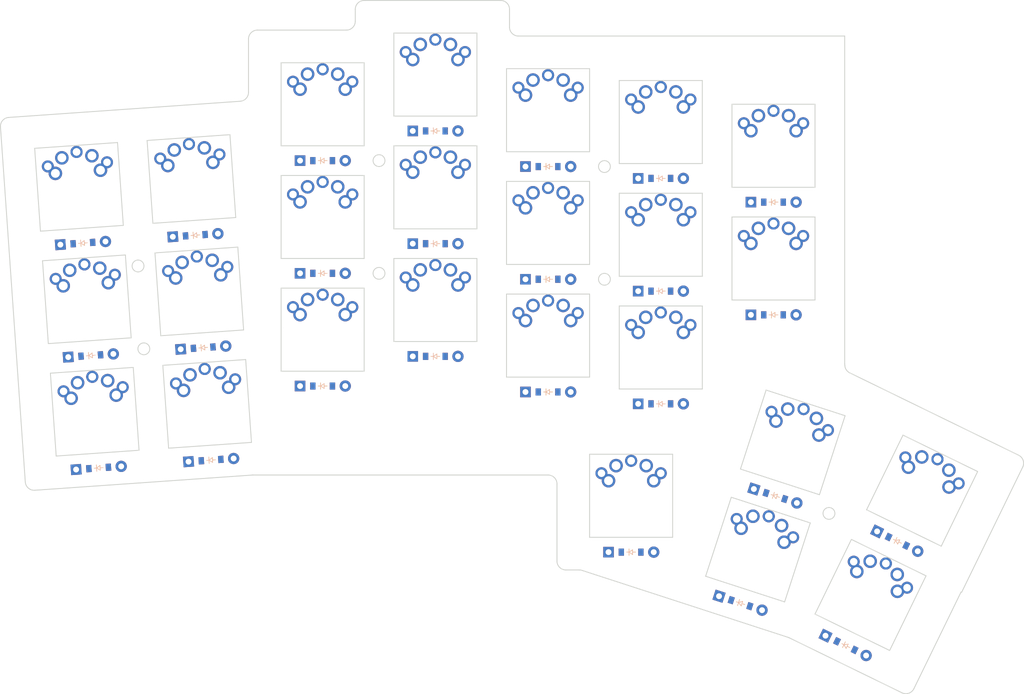
<source format=kicad_pcb>

            
(kicad_pcb (version 20171130) (host pcbnew 5.1.6)

  (page A3)
  (title_block
    (title minimal_case_plate)
    (rev v1.0.0)
    (company Unknown)
  )

  (general
    (thickness 1.6)
  )

  (layers
    (0 F.Cu signal)
    (31 B.Cu signal)
    (32 B.Adhes user)
    (33 F.Adhes user)
    (34 B.Paste user)
    (35 F.Paste user)
    (36 B.SilkS user)
    (37 F.SilkS user)
    (38 B.Mask user)
    (39 F.Mask user)
    (40 Dwgs.User user)
    (41 Cmts.User user)
    (42 Eco1.User user)
    (43 Eco2.User user)
    (44 Edge.Cuts user)
    (45 Margin user)
    (46 B.CrtYd user)
    (47 F.CrtYd user)
    (48 B.Fab user)
    (49 F.Fab user)
  )

  (setup
    (last_trace_width 0.25)
    (trace_clearance 0.2)
    (zone_clearance 0.508)
    (zone_45_only no)
    (trace_min 0.2)
    (via_size 0.8)
    (via_drill 0.4)
    (via_min_size 0.4)
    (via_min_drill 0.3)
    (uvia_size 0.3)
    (uvia_drill 0.1)
    (uvias_allowed no)
    (uvia_min_size 0.2)
    (uvia_min_drill 0.1)
    (edge_width 0.05)
    (segment_width 0.2)
    (pcb_text_width 0.3)
    (pcb_text_size 1.5 1.5)
    (mod_edge_width 0.12)
    (mod_text_size 1 1)
    (mod_text_width 0.15)
    (pad_size 1.524 1.524)
    (pad_drill 0.762)
    (pad_to_mask_clearance 0.05)
    (aux_axis_origin 0 0)
    (visible_elements FFFFFF7F)
    (pcbplotparams
      (layerselection 0x010fc_ffffffff)
      (usegerberextensions false)
      (usegerberattributes true)
      (usegerberadvancedattributes true)
      (creategerberjobfile true)
      (excludeedgelayer true)
      (linewidth 0.100000)
      (plotframeref false)
      (viasonmask false)
      (mode 1)
      (useauxorigin false)
      (hpglpennumber 1)
      (hpglpenspeed 20)
      (hpglpendiameter 15.000000)
      (psnegative false)
      (psa4output false)
      (plotreference true)
      (plotvalue true)
      (plotinvisibletext false)
      (padsonsilk false)
      (subtractmaskfromsilk false)
      (outputformat 1)
      (mirror false)
      (drillshape 1)
      (scaleselection 1)
      (outputdirectory ""))
  )

            (net 0 "")
(net 1 "outer_bottom")
(net 2 "P1")
(net 3 "P9")
(net 4 "outer_home")
(net 5 "P8")
(net 6 "outer_top")
(net 7 "P7")
(net 8 "pinky_bottom")
(net 9 "P0")
(net 10 "pinky_home")
(net 11 "pinky_top")
(net 12 "ring_bottom")
(net 13 "P2")
(net 14 "ring_home")
(net 15 "ring_top")
(net 16 "middle_bottom")
(net 17 "P3")
(net 18 "middle_home")
(net 19 "middle_top")
(net 20 "index_bottom")
(net 21 "P4")
(net 22 "index_home")
(net 23 "index_top")
(net 24 "inner_bottom")
(net 25 "P5")
(net 26 "inner_home")
(net 27 "inner_top")
(net 28 "macro_home")
(net 29 "P6")
(net 30 "macro_top")
(net 31 "inner_upper")
(net 32 "P10")
(net 33 "home_upper")
(net 34 "outer_upper")
(net 35 "home_lower")
(net 36 "outer_lower")
            
  (net_class Default "This is the default net class."
    (clearance 0.2)
    (trace_width 0.25)
    (via_dia 0.8)
    (via_drill 0.4)
    (uvia_dia 0.3)
    (uvia_drill 0.1)
    (add_net "")
(add_net "outer_bottom")
(add_net "P1")
(add_net "P9")
(add_net "outer_home")
(add_net "P8")
(add_net "outer_top")
(add_net "P7")
(add_net "pinky_bottom")
(add_net "P0")
(add_net "pinky_home")
(add_net "pinky_top")
(add_net "ring_bottom")
(add_net "P2")
(add_net "ring_home")
(add_net "ring_top")
(add_net "middle_bottom")
(add_net "P3")
(add_net "middle_home")
(add_net "middle_top")
(add_net "index_bottom")
(add_net "P4")
(add_net "index_home")
(add_net "index_top")
(add_net "inner_bottom")
(add_net "P5")
(add_net "inner_home")
(add_net "inner_top")
(add_net "macro_home")
(add_net "P6")
(add_net "macro_top")
(add_net "inner_upper")
(add_net "P10")
(add_net "home_upper")
(add_net "outer_upper")
(add_net "home_lower")
(add_net "outer_lower")
  )

            
        
      (module MX (layer F.Cu) (tedit 5DD4F656)
      (at 0 0 4)

      
      (fp_text reference "S1" (at 0 0) (layer F.SilkS) hide (effects (font (size 1.27 1.27) (thickness 0.15))))
      (fp_text value "" (at 0 0) (layer F.SilkS) hide (effects (font (size 1.27 1.27) (thickness 0.15))))

      
      (fp_line (start -7 -6) (end -7 -7) (layer Dwgs.User) (width 0.15))
      (fp_line (start -7 7) (end -6 7) (layer Dwgs.User) (width 0.15))
      (fp_line (start -6 -7) (end -7 -7) (layer Dwgs.User) (width 0.15))
      (fp_line (start -7 7) (end -7 6) (layer Dwgs.User) (width 0.15))
      (fp_line (start 7 6) (end 7 7) (layer Dwgs.User) (width 0.15))
      (fp_line (start 7 -7) (end 6 -7) (layer Dwgs.User) (width 0.15))
      (fp_line (start 6 7) (end 7 7) (layer Dwgs.User) (width 0.15))
      (fp_line (start 7 -7) (end 7 -6) (layer Dwgs.User) (width 0.15))
    
      
      (pad "" np_thru_hole circle (at 0 0) (size 3.9878 3.9878) (drill 3.9878) (layers *.Cu *.Mask))

      
      (pad "" np_thru_hole circle (at 5.08 0) (size 1.7018 1.7018) (drill 1.7018) (layers *.Cu *.Mask))
      (pad "" np_thru_hole circle (at -5.08 0) (size 1.7018 1.7018) (drill 1.7018) (layers *.Cu *.Mask))
      
        
        
            
            (pad 1 thru_hole circle (at 2.54 -5.08) (size 2.286 2.286) (drill 1.4986) (layers *.Cu *.Mask) (net 1 "outer_bottom"))
            (pad 2 thru_hole circle (at -3.81 -2.54) (size 2.286 2.286) (drill 1.4986) (layers *.Cu *.Mask) (net 2 "P1"))
          
        
            
            (pad 1 thru_hole circle (at -2.54 -5.08) (size 2.286 2.286) (drill 1.4986) (layers *.Cu *.Mask) (net 1 "outer_bottom"))
            (pad 2 thru_hole circle (at 3.81 -2.54) (size 2.286 2.286) (drill 1.4986) (layers *.Cu *.Mask) (net 2 "P1"))
          )
        

        
      (module PG1350 (layer F.Cu) (tedit 5DD50112)
      (at 0 0 4)

      
      (fp_text reference "S2" (at 0 0) (layer F.SilkS) hide (effects (font (size 1.27 1.27) (thickness 0.15))))
      (fp_text value "" (at 0 0) (layer F.SilkS) hide (effects (font (size 1.27 1.27) (thickness 0.15))))

      
      (fp_line (start -7 -6) (end -7 -7) (layer Dwgs.User) (width 0.15))
      (fp_line (start -7 7) (end -6 7) (layer Dwgs.User) (width 0.15))
      (fp_line (start -6 -7) (end -7 -7) (layer Dwgs.User) (width 0.15))
      (fp_line (start -7 7) (end -7 6) (layer Dwgs.User) (width 0.15))
      (fp_line (start 7 6) (end 7 7) (layer Dwgs.User) (width 0.15))
      (fp_line (start 7 -7) (end 6 -7) (layer Dwgs.User) (width 0.15))
      (fp_line (start 6 7) (end 7 7) (layer Dwgs.User) (width 0.15))
      (fp_line (start 7 -7) (end 7 -6) (layer Dwgs.User) (width 0.15))      
      
      
      (pad "" np_thru_hole circle (at 0 0) (size 3.429 3.429) (drill 3.429) (layers *.Cu *.Mask))
        
      
      (pad "" np_thru_hole circle (at 5.5 0) (size 1.7018 1.7018) (drill 1.7018) (layers *.Cu *.Mask))
      (pad "" np_thru_hole circle (at -5.5 0) (size 1.7018 1.7018) (drill 1.7018) (layers *.Cu *.Mask))
      
        
        
            
            (pad 1 thru_hole circle (at 5 -3.8) (size 2.032 2.032) (drill 1.27) (layers *.Cu *.Mask) (net 1 "outer_bottom"))
            (pad 2 thru_hole circle (at 0 -5.9) (size 2.032 2.032) (drill 1.27) (layers *.Cu *.Mask) (net 2 "P1"))
          
        
            
            (pad 1 thru_hole circle (at -5 -3.8) (size 2.032 2.032) (drill 1.27) (layers *.Cu *.Mask) (net 1 "outer_bottom"))
            (pad 2 thru_hole circle (at -0 -5.9) (size 2.032 2.032) (drill 1.27) (layers *.Cu *.Mask) (net 2 "P1"))
          )
        

  
    (module ComboDiode (layer F.Cu) (tedit 5B24D78E)


        (at 0.6626865 9.4768585 4)

        
        (fp_text reference "D1" (at 0 0) (layer F.SilkS) hide (effects (font (size 1.27 1.27) (thickness 0.15))))
        (fp_text value "" (at 0 0) (layer F.SilkS) hide (effects (font (size 1.27 1.27) (thickness 0.15))))
        
        
        (fp_line (start 0.25 0) (end 0.75 0) (layer F.SilkS) (width 0.1))
        (fp_line (start 0.25 0.4) (end -0.35 0) (layer F.SilkS) (width 0.1))
        (fp_line (start 0.25 -0.4) (end 0.25 0.4) (layer F.SilkS) (width 0.1))
        (fp_line (start -0.35 0) (end 0.25 -0.4) (layer F.SilkS) (width 0.1))
        (fp_line (start -0.35 0) (end -0.35 0.55) (layer F.SilkS) (width 0.1))
        (fp_line (start -0.35 0) (end -0.35 -0.55) (layer F.SilkS) (width 0.1))
        (fp_line (start -0.75 0) (end -0.35 0) (layer F.SilkS) (width 0.1))
        (fp_line (start 0.25 0) (end 0.75 0) (layer B.SilkS) (width 0.1))
        (fp_line (start 0.25 0.4) (end -0.35 0) (layer B.SilkS) (width 0.1))
        (fp_line (start 0.25 -0.4) (end 0.25 0.4) (layer B.SilkS) (width 0.1))
        (fp_line (start -0.35 0) (end 0.25 -0.4) (layer B.SilkS) (width 0.1))
        (fp_line (start -0.35 0) (end -0.35 0.55) (layer B.SilkS) (width 0.1))
        (fp_line (start -0.35 0) (end -0.35 -0.55) (layer B.SilkS) (width 0.1))
        (fp_line (start -0.75 0) (end -0.35 0) (layer B.SilkS) (width 0.1))
    
        
        (pad 1 smd rect (at -1.65 0 4) (size 0.9 1.2) (layers F.Cu F.Paste F.Mask) (net 3 "P9"))
        (pad 2 smd rect (at 1.65 0 4) (size 0.9 1.2) (layers B.Cu B.Paste B.Mask) (net 1 "outer_bottom"))
        (pad 1 smd rect (at -1.65 0 4) (size 0.9 1.2) (layers B.Cu B.Paste B.Mask) (net 3 "P9"))
        (pad 2 smd rect (at 1.65 0 4) (size 0.9 1.2) (layers F.Cu F.Paste F.Mask) (net 1 "outer_bottom"))
        
        
        (pad 1 thru_hole circle (at 3.81 0 4) (size 1.905 1.905) (drill 0.9906) (layers *.Cu *.Mask) (net 1 "outer_bottom"))
        (pad 2 thru_hole rect (at -3.81 0 4) (size 1.778 1.778) (drill 0.9906) (layers *.Cu *.Mask) (net 3 "P9"))
    )
  
    

        
      (module MX (layer F.Cu) (tedit 5DD4F656)
      (at -1.325373 -18.953717 4)

      
      (fp_text reference "S3" (at 0 0) (layer F.SilkS) hide (effects (font (size 1.27 1.27) (thickness 0.15))))
      (fp_text value "" (at 0 0) (layer F.SilkS) hide (effects (font (size 1.27 1.27) (thickness 0.15))))

      
      (fp_line (start -7 -6) (end -7 -7) (layer Dwgs.User) (width 0.15))
      (fp_line (start -7 7) (end -6 7) (layer Dwgs.User) (width 0.15))
      (fp_line (start -6 -7) (end -7 -7) (layer Dwgs.User) (width 0.15))
      (fp_line (start -7 7) (end -7 6) (layer Dwgs.User) (width 0.15))
      (fp_line (start 7 6) (end 7 7) (layer Dwgs.User) (width 0.15))
      (fp_line (start 7 -7) (end 6 -7) (layer Dwgs.User) (width 0.15))
      (fp_line (start 6 7) (end 7 7) (layer Dwgs.User) (width 0.15))
      (fp_line (start 7 -7) (end 7 -6) (layer Dwgs.User) (width 0.15))
    
      
      (pad "" np_thru_hole circle (at 0 0) (size 3.9878 3.9878) (drill 3.9878) (layers *.Cu *.Mask))

      
      (pad "" np_thru_hole circle (at 5.08 0) (size 1.7018 1.7018) (drill 1.7018) (layers *.Cu *.Mask))
      (pad "" np_thru_hole circle (at -5.08 0) (size 1.7018 1.7018) (drill 1.7018) (layers *.Cu *.Mask))
      
        
        
            
            (pad 1 thru_hole circle (at 2.54 -5.08) (size 2.286 2.286) (drill 1.4986) (layers *.Cu *.Mask) (net 4 "outer_home"))
            (pad 2 thru_hole circle (at -3.81 -2.54) (size 2.286 2.286) (drill 1.4986) (layers *.Cu *.Mask) (net 2 "P1"))
          
        
            
            (pad 1 thru_hole circle (at -2.54 -5.08) (size 2.286 2.286) (drill 1.4986) (layers *.Cu *.Mask) (net 4 "outer_home"))
            (pad 2 thru_hole circle (at 3.81 -2.54) (size 2.286 2.286) (drill 1.4986) (layers *.Cu *.Mask) (net 2 "P1"))
          )
        

        
      (module PG1350 (layer F.Cu) (tedit 5DD50112)
      (at -1.325373 -18.953717 4)

      
      (fp_text reference "S4" (at 0 0) (layer F.SilkS) hide (effects (font (size 1.27 1.27) (thickness 0.15))))
      (fp_text value "" (at 0 0) (layer F.SilkS) hide (effects (font (size 1.27 1.27) (thickness 0.15))))

      
      (fp_line (start -7 -6) (end -7 -7) (layer Dwgs.User) (width 0.15))
      (fp_line (start -7 7) (end -6 7) (layer Dwgs.User) (width 0.15))
      (fp_line (start -6 -7) (end -7 -7) (layer Dwgs.User) (width 0.15))
      (fp_line (start -7 7) (end -7 6) (layer Dwgs.User) (width 0.15))
      (fp_line (start 7 6) (end 7 7) (layer Dwgs.User) (width 0.15))
      (fp_line (start 7 -7) (end 6 -7) (layer Dwgs.User) (width 0.15))
      (fp_line (start 6 7) (end 7 7) (layer Dwgs.User) (width 0.15))
      (fp_line (start 7 -7) (end 7 -6) (layer Dwgs.User) (width 0.15))      
      
      
      (pad "" np_thru_hole circle (at 0 0) (size 3.429 3.429) (drill 3.429) (layers *.Cu *.Mask))
        
      
      (pad "" np_thru_hole circle (at 5.5 0) (size 1.7018 1.7018) (drill 1.7018) (layers *.Cu *.Mask))
      (pad "" np_thru_hole circle (at -5.5 0) (size 1.7018 1.7018) (drill 1.7018) (layers *.Cu *.Mask))
      
        
        
            
            (pad 1 thru_hole circle (at 5 -3.8) (size 2.032 2.032) (drill 1.27) (layers *.Cu *.Mask) (net 4 "outer_home"))
            (pad 2 thru_hole circle (at 0 -5.9) (size 2.032 2.032) (drill 1.27) (layers *.Cu *.Mask) (net 2 "P1"))
          
        
            
            (pad 1 thru_hole circle (at -5 -3.8) (size 2.032 2.032) (drill 1.27) (layers *.Cu *.Mask) (net 4 "outer_home"))
            (pad 2 thru_hole circle (at -0 -5.9) (size 2.032 2.032) (drill 1.27) (layers *.Cu *.Mask) (net 2 "P1"))
          )
        

  
    (module ComboDiode (layer F.Cu) (tedit 5B24D78E)


        (at -0.6626865 -9.4768585 4)

        
        (fp_text reference "D2" (at 0 0) (layer F.SilkS) hide (effects (font (size 1.27 1.27) (thickness 0.15))))
        (fp_text value "" (at 0 0) (layer F.SilkS) hide (effects (font (size 1.27 1.27) (thickness 0.15))))
        
        
        (fp_line (start 0.25 0) (end 0.75 0) (layer F.SilkS) (width 0.1))
        (fp_line (start 0.25 0.4) (end -0.35 0) (layer F.SilkS) (width 0.1))
        (fp_line (start 0.25 -0.4) (end 0.25 0.4) (layer F.SilkS) (width 0.1))
        (fp_line (start -0.35 0) (end 0.25 -0.4) (layer F.SilkS) (width 0.1))
        (fp_line (start -0.35 0) (end -0.35 0.55) (layer F.SilkS) (width 0.1))
        (fp_line (start -0.35 0) (end -0.35 -0.55) (layer F.SilkS) (width 0.1))
        (fp_line (start -0.75 0) (end -0.35 0) (layer F.SilkS) (width 0.1))
        (fp_line (start 0.25 0) (end 0.75 0) (layer B.SilkS) (width 0.1))
        (fp_line (start 0.25 0.4) (end -0.35 0) (layer B.SilkS) (width 0.1))
        (fp_line (start 0.25 -0.4) (end 0.25 0.4) (layer B.SilkS) (width 0.1))
        (fp_line (start -0.35 0) (end 0.25 -0.4) (layer B.SilkS) (width 0.1))
        (fp_line (start -0.35 0) (end -0.35 0.55) (layer B.SilkS) (width 0.1))
        (fp_line (start -0.35 0) (end -0.35 -0.55) (layer B.SilkS) (width 0.1))
        (fp_line (start -0.75 0) (end -0.35 0) (layer B.SilkS) (width 0.1))
    
        
        (pad 1 smd rect (at -1.65 0 4) (size 0.9 1.2) (layers F.Cu F.Paste F.Mask) (net 5 "P8"))
        (pad 2 smd rect (at 1.65 0 4) (size 0.9 1.2) (layers B.Cu B.Paste B.Mask) (net 4 "outer_home"))
        (pad 1 smd rect (at -1.65 0 4) (size 0.9 1.2) (layers B.Cu B.Paste B.Mask) (net 5 "P8"))
        (pad 2 smd rect (at 1.65 0 4) (size 0.9 1.2) (layers F.Cu F.Paste F.Mask) (net 4 "outer_home"))
        
        
        (pad 1 thru_hole circle (at 3.81 0 4) (size 1.905 1.905) (drill 0.9906) (layers *.Cu *.Mask) (net 4 "outer_home"))
        (pad 2 thru_hole rect (at -3.81 0 4) (size 1.778 1.778) (drill 0.9906) (layers *.Cu *.Mask) (net 5 "P8"))
    )
  
    

        
      (module MX (layer F.Cu) (tedit 5DD4F656)
      (at -2.650746 -37.9074339 4)

      
      (fp_text reference "S5" (at 0 0) (layer F.SilkS) hide (effects (font (size 1.27 1.27) (thickness 0.15))))
      (fp_text value "" (at 0 0) (layer F.SilkS) hide (effects (font (size 1.27 1.27) (thickness 0.15))))

      
      (fp_line (start -7 -6) (end -7 -7) (layer Dwgs.User) (width 0.15))
      (fp_line (start -7 7) (end -6 7) (layer Dwgs.User) (width 0.15))
      (fp_line (start -6 -7) (end -7 -7) (layer Dwgs.User) (width 0.15))
      (fp_line (start -7 7) (end -7 6) (layer Dwgs.User) (width 0.15))
      (fp_line (start 7 6) (end 7 7) (layer Dwgs.User) (width 0.15))
      (fp_line (start 7 -7) (end 6 -7) (layer Dwgs.User) (width 0.15))
      (fp_line (start 6 7) (end 7 7) (layer Dwgs.User) (width 0.15))
      (fp_line (start 7 -7) (end 7 -6) (layer Dwgs.User) (width 0.15))
    
      
      (pad "" np_thru_hole circle (at 0 0) (size 3.9878 3.9878) (drill 3.9878) (layers *.Cu *.Mask))

      
      (pad "" np_thru_hole circle (at 5.08 0) (size 1.7018 1.7018) (drill 1.7018) (layers *.Cu *.Mask))
      (pad "" np_thru_hole circle (at -5.08 0) (size 1.7018 1.7018) (drill 1.7018) (layers *.Cu *.Mask))
      
        
        
            
            (pad 1 thru_hole circle (at 2.54 -5.08) (size 2.286 2.286) (drill 1.4986) (layers *.Cu *.Mask) (net 6 "outer_top"))
            (pad 2 thru_hole circle (at -3.81 -2.54) (size 2.286 2.286) (drill 1.4986) (layers *.Cu *.Mask) (net 2 "P1"))
          
        
            
            (pad 1 thru_hole circle (at -2.54 -5.08) (size 2.286 2.286) (drill 1.4986) (layers *.Cu *.Mask) (net 6 "outer_top"))
            (pad 2 thru_hole circle (at 3.81 -2.54) (size 2.286 2.286) (drill 1.4986) (layers *.Cu *.Mask) (net 2 "P1"))
          )
        

        
      (module PG1350 (layer F.Cu) (tedit 5DD50112)
      (at -2.650746 -37.9074339 4)

      
      (fp_text reference "S6" (at 0 0) (layer F.SilkS) hide (effects (font (size 1.27 1.27) (thickness 0.15))))
      (fp_text value "" (at 0 0) (layer F.SilkS) hide (effects (font (size 1.27 1.27) (thickness 0.15))))

      
      (fp_line (start -7 -6) (end -7 -7) (layer Dwgs.User) (width 0.15))
      (fp_line (start -7 7) (end -6 7) (layer Dwgs.User) (width 0.15))
      (fp_line (start -6 -7) (end -7 -7) (layer Dwgs.User) (width 0.15))
      (fp_line (start -7 7) (end -7 6) (layer Dwgs.User) (width 0.15))
      (fp_line (start 7 6) (end 7 7) (layer Dwgs.User) (width 0.15))
      (fp_line (start 7 -7) (end 6 -7) (layer Dwgs.User) (width 0.15))
      (fp_line (start 6 7) (end 7 7) (layer Dwgs.User) (width 0.15))
      (fp_line (start 7 -7) (end 7 -6) (layer Dwgs.User) (width 0.15))      
      
      
      (pad "" np_thru_hole circle (at 0 0) (size 3.429 3.429) (drill 3.429) (layers *.Cu *.Mask))
        
      
      (pad "" np_thru_hole circle (at 5.5 0) (size 1.7018 1.7018) (drill 1.7018) (layers *.Cu *.Mask))
      (pad "" np_thru_hole circle (at -5.5 0) (size 1.7018 1.7018) (drill 1.7018) (layers *.Cu *.Mask))
      
        
        
            
            (pad 1 thru_hole circle (at 5 -3.8) (size 2.032 2.032) (drill 1.27) (layers *.Cu *.Mask) (net 6 "outer_top"))
            (pad 2 thru_hole circle (at 0 -5.9) (size 2.032 2.032) (drill 1.27) (layers *.Cu *.Mask) (net 2 "P1"))
          
        
            
            (pad 1 thru_hole circle (at -5 -3.8) (size 2.032 2.032) (drill 1.27) (layers *.Cu *.Mask) (net 6 "outer_top"))
            (pad 2 thru_hole circle (at -0 -5.9) (size 2.032 2.032) (drill 1.27) (layers *.Cu *.Mask) (net 2 "P1"))
          )
        

  
    (module ComboDiode (layer F.Cu) (tedit 5B24D78E)


        (at -1.9880594999999999 -28.430575400000002 4)

        
        (fp_text reference "D3" (at 0 0) (layer F.SilkS) hide (effects (font (size 1.27 1.27) (thickness 0.15))))
        (fp_text value "" (at 0 0) (layer F.SilkS) hide (effects (font (size 1.27 1.27) (thickness 0.15))))
        
        
        (fp_line (start 0.25 0) (end 0.75 0) (layer F.SilkS) (width 0.1))
        (fp_line (start 0.25 0.4) (end -0.35 0) (layer F.SilkS) (width 0.1))
        (fp_line (start 0.25 -0.4) (end 0.25 0.4) (layer F.SilkS) (width 0.1))
        (fp_line (start -0.35 0) (end 0.25 -0.4) (layer F.SilkS) (width 0.1))
        (fp_line (start -0.35 0) (end -0.35 0.55) (layer F.SilkS) (width 0.1))
        (fp_line (start -0.35 0) (end -0.35 -0.55) (layer F.SilkS) (width 0.1))
        (fp_line (start -0.75 0) (end -0.35 0) (layer F.SilkS) (width 0.1))
        (fp_line (start 0.25 0) (end 0.75 0) (layer B.SilkS) (width 0.1))
        (fp_line (start 0.25 0.4) (end -0.35 0) (layer B.SilkS) (width 0.1))
        (fp_line (start 0.25 -0.4) (end 0.25 0.4) (layer B.SilkS) (width 0.1))
        (fp_line (start -0.35 0) (end 0.25 -0.4) (layer B.SilkS) (width 0.1))
        (fp_line (start -0.35 0) (end -0.35 0.55) (layer B.SilkS) (width 0.1))
        (fp_line (start -0.35 0) (end -0.35 -0.55) (layer B.SilkS) (width 0.1))
        (fp_line (start -0.75 0) (end -0.35 0) (layer B.SilkS) (width 0.1))
    
        
        (pad 1 smd rect (at -1.65 0 4) (size 0.9 1.2) (layers F.Cu F.Paste F.Mask) (net 7 "P7"))
        (pad 2 smd rect (at 1.65 0 4) (size 0.9 1.2) (layers B.Cu B.Paste B.Mask) (net 6 "outer_top"))
        (pad 1 smd rect (at -1.65 0 4) (size 0.9 1.2) (layers B.Cu B.Paste B.Mask) (net 7 "P7"))
        (pad 2 smd rect (at 1.65 0 4) (size 0.9 1.2) (layers F.Cu F.Paste F.Mask) (net 6 "outer_top"))
        
        
        (pad 1 thru_hole circle (at 3.81 0 4) (size 1.905 1.905) (drill 0.9906) (layers *.Cu *.Mask) (net 6 "outer_top"))
        (pad 2 thru_hole rect (at -3.81 0 4) (size 1.778 1.778) (drill 0.9906) (layers *.Cu *.Mask) (net 7 "P7"))
    )
  
    

        
      (module MX (layer F.Cu) (tedit 5DD4F656)
      (at 18.953717 -1.325373 4)

      
      (fp_text reference "S7" (at 0 0) (layer F.SilkS) hide (effects (font (size 1.27 1.27) (thickness 0.15))))
      (fp_text value "" (at 0 0) (layer F.SilkS) hide (effects (font (size 1.27 1.27) (thickness 0.15))))

      
      (fp_line (start -7 -6) (end -7 -7) (layer Dwgs.User) (width 0.15))
      (fp_line (start -7 7) (end -6 7) (layer Dwgs.User) (width 0.15))
      (fp_line (start -6 -7) (end -7 -7) (layer Dwgs.User) (width 0.15))
      (fp_line (start -7 7) (end -7 6) (layer Dwgs.User) (width 0.15))
      (fp_line (start 7 6) (end 7 7) (layer Dwgs.User) (width 0.15))
      (fp_line (start 7 -7) (end 6 -7) (layer Dwgs.User) (width 0.15))
      (fp_line (start 6 7) (end 7 7) (layer Dwgs.User) (width 0.15))
      (fp_line (start 7 -7) (end 7 -6) (layer Dwgs.User) (width 0.15))
    
      
      (pad "" np_thru_hole circle (at 0 0) (size 3.9878 3.9878) (drill 3.9878) (layers *.Cu *.Mask))

      
      (pad "" np_thru_hole circle (at 5.08 0) (size 1.7018 1.7018) (drill 1.7018) (layers *.Cu *.Mask))
      (pad "" np_thru_hole circle (at -5.08 0) (size 1.7018 1.7018) (drill 1.7018) (layers *.Cu *.Mask))
      
        
        
            
            (pad 1 thru_hole circle (at 2.54 -5.08) (size 2.286 2.286) (drill 1.4986) (layers *.Cu *.Mask) (net 8 "pinky_bottom"))
            (pad 2 thru_hole circle (at -3.81 -2.54) (size 2.286 2.286) (drill 1.4986) (layers *.Cu *.Mask) (net 9 "P0"))
          
        
            
            (pad 1 thru_hole circle (at -2.54 -5.08) (size 2.286 2.286) (drill 1.4986) (layers *.Cu *.Mask) (net 8 "pinky_bottom"))
            (pad 2 thru_hole circle (at 3.81 -2.54) (size 2.286 2.286) (drill 1.4986) (layers *.Cu *.Mask) (net 9 "P0"))
          )
        

        
      (module PG1350 (layer F.Cu) (tedit 5DD50112)
      (at 18.953717 -1.325373 4)

      
      (fp_text reference "S8" (at 0 0) (layer F.SilkS) hide (effects (font (size 1.27 1.27) (thickness 0.15))))
      (fp_text value "" (at 0 0) (layer F.SilkS) hide (effects (font (size 1.27 1.27) (thickness 0.15))))

      
      (fp_line (start -7 -6) (end -7 -7) (layer Dwgs.User) (width 0.15))
      (fp_line (start -7 7) (end -6 7) (layer Dwgs.User) (width 0.15))
      (fp_line (start -6 -7) (end -7 -7) (layer Dwgs.User) (width 0.15))
      (fp_line (start -7 7) (end -7 6) (layer Dwgs.User) (width 0.15))
      (fp_line (start 7 6) (end 7 7) (layer Dwgs.User) (width 0.15))
      (fp_line (start 7 -7) (end 6 -7) (layer Dwgs.User) (width 0.15))
      (fp_line (start 6 7) (end 7 7) (layer Dwgs.User) (width 0.15))
      (fp_line (start 7 -7) (end 7 -6) (layer Dwgs.User) (width 0.15))      
      
      
      (pad "" np_thru_hole circle (at 0 0) (size 3.429 3.429) (drill 3.429) (layers *.Cu *.Mask))
        
      
      (pad "" np_thru_hole circle (at 5.5 0) (size 1.7018 1.7018) (drill 1.7018) (layers *.Cu *.Mask))
      (pad "" np_thru_hole circle (at -5.5 0) (size 1.7018 1.7018) (drill 1.7018) (layers *.Cu *.Mask))
      
        
        
            
            (pad 1 thru_hole circle (at 5 -3.8) (size 2.032 2.032) (drill 1.27) (layers *.Cu *.Mask) (net 8 "pinky_bottom"))
            (pad 2 thru_hole circle (at 0 -5.9) (size 2.032 2.032) (drill 1.27) (layers *.Cu *.Mask) (net 9 "P0"))
          
        
            
            (pad 1 thru_hole circle (at -5 -3.8) (size 2.032 2.032) (drill 1.27) (layers *.Cu *.Mask) (net 8 "pinky_bottom"))
            (pad 2 thru_hole circle (at -0 -5.9) (size 2.032 2.032) (drill 1.27) (layers *.Cu *.Mask) (net 9 "P0"))
          )
        

  
    (module ComboDiode (layer F.Cu) (tedit 5B24D78E)


        (at 19.6164035 8.1514855 4)

        
        (fp_text reference "D4" (at 0 0) (layer F.SilkS) hide (effects (font (size 1.27 1.27) (thickness 0.15))))
        (fp_text value "" (at 0 0) (layer F.SilkS) hide (effects (font (size 1.27 1.27) (thickness 0.15))))
        
        
        (fp_line (start 0.25 0) (end 0.75 0) (layer F.SilkS) (width 0.1))
        (fp_line (start 0.25 0.4) (end -0.35 0) (layer F.SilkS) (width 0.1))
        (fp_line (start 0.25 -0.4) (end 0.25 0.4) (layer F.SilkS) (width 0.1))
        (fp_line (start -0.35 0) (end 0.25 -0.4) (layer F.SilkS) (width 0.1))
        (fp_line (start -0.35 0) (end -0.35 0.55) (layer F.SilkS) (width 0.1))
        (fp_line (start -0.35 0) (end -0.35 -0.55) (layer F.SilkS) (width 0.1))
        (fp_line (start -0.75 0) (end -0.35 0) (layer F.SilkS) (width 0.1))
        (fp_line (start 0.25 0) (end 0.75 0) (layer B.SilkS) (width 0.1))
        (fp_line (start 0.25 0.4) (end -0.35 0) (layer B.SilkS) (width 0.1))
        (fp_line (start 0.25 -0.4) (end 0.25 0.4) (layer B.SilkS) (width 0.1))
        (fp_line (start -0.35 0) (end 0.25 -0.4) (layer B.SilkS) (width 0.1))
        (fp_line (start -0.35 0) (end -0.35 0.55) (layer B.SilkS) (width 0.1))
        (fp_line (start -0.35 0) (end -0.35 -0.55) (layer B.SilkS) (width 0.1))
        (fp_line (start -0.75 0) (end -0.35 0) (layer B.SilkS) (width 0.1))
    
        
        (pad 1 smd rect (at -1.65 0 4) (size 0.9 1.2) (layers F.Cu F.Paste F.Mask) (net 3 "P9"))
        (pad 2 smd rect (at 1.65 0 4) (size 0.9 1.2) (layers B.Cu B.Paste B.Mask) (net 8 "pinky_bottom"))
        (pad 1 smd rect (at -1.65 0 4) (size 0.9 1.2) (layers B.Cu B.Paste B.Mask) (net 3 "P9"))
        (pad 2 smd rect (at 1.65 0 4) (size 0.9 1.2) (layers F.Cu F.Paste F.Mask) (net 8 "pinky_bottom"))
        
        
        (pad 1 thru_hole circle (at 3.81 0 4) (size 1.905 1.905) (drill 0.9906) (layers *.Cu *.Mask) (net 8 "pinky_bottom"))
        (pad 2 thru_hole rect (at -3.81 0 4) (size 1.778 1.778) (drill 0.9906) (layers *.Cu *.Mask) (net 3 "P9"))
    )
  
    

        
      (module MX (layer F.Cu) (tedit 5DD4F656)
      (at 17.628344 -20.27909 4)

      
      (fp_text reference "S9" (at 0 0) (layer F.SilkS) hide (effects (font (size 1.27 1.27) (thickness 0.15))))
      (fp_text value "" (at 0 0) (layer F.SilkS) hide (effects (font (size 1.27 1.27) (thickness 0.15))))

      
      (fp_line (start -7 -6) (end -7 -7) (layer Dwgs.User) (width 0.15))
      (fp_line (start -7 7) (end -6 7) (layer Dwgs.User) (width 0.15))
      (fp_line (start -6 -7) (end -7 -7) (layer Dwgs.User) (width 0.15))
      (fp_line (start -7 7) (end -7 6) (layer Dwgs.User) (width 0.15))
      (fp_line (start 7 6) (end 7 7) (layer Dwgs.User) (width 0.15))
      (fp_line (start 7 -7) (end 6 -7) (layer Dwgs.User) (width 0.15))
      (fp_line (start 6 7) (end 7 7) (layer Dwgs.User) (width 0.15))
      (fp_line (start 7 -7) (end 7 -6) (layer Dwgs.User) (width 0.15))
    
      
      (pad "" np_thru_hole circle (at 0 0) (size 3.9878 3.9878) (drill 3.9878) (layers *.Cu *.Mask))

      
      (pad "" np_thru_hole circle (at 5.08 0) (size 1.7018 1.7018) (drill 1.7018) (layers *.Cu *.Mask))
      (pad "" np_thru_hole circle (at -5.08 0) (size 1.7018 1.7018) (drill 1.7018) (layers *.Cu *.Mask))
      
        
        
            
            (pad 1 thru_hole circle (at 2.54 -5.08) (size 2.286 2.286) (drill 1.4986) (layers *.Cu *.Mask) (net 10 "pinky_home"))
            (pad 2 thru_hole circle (at -3.81 -2.54) (size 2.286 2.286) (drill 1.4986) (layers *.Cu *.Mask) (net 9 "P0"))
          
        
            
            (pad 1 thru_hole circle (at -2.54 -5.08) (size 2.286 2.286) (drill 1.4986) (layers *.Cu *.Mask) (net 10 "pinky_home"))
            (pad 2 thru_hole circle (at 3.81 -2.54) (size 2.286 2.286) (drill 1.4986) (layers *.Cu *.Mask) (net 9 "P0"))
          )
        

        
      (module PG1350 (layer F.Cu) (tedit 5DD50112)
      (at 17.628344 -20.27909 4)

      
      (fp_text reference "S10" (at 0 0) (layer F.SilkS) hide (effects (font (size 1.27 1.27) (thickness 0.15))))
      (fp_text value "" (at 0 0) (layer F.SilkS) hide (effects (font (size 1.27 1.27) (thickness 0.15))))

      
      (fp_line (start -7 -6) (end -7 -7) (layer Dwgs.User) (width 0.15))
      (fp_line (start -7 7) (end -6 7) (layer Dwgs.User) (width 0.15))
      (fp_line (start -6 -7) (end -7 -7) (layer Dwgs.User) (width 0.15))
      (fp_line (start -7 7) (end -7 6) (layer Dwgs.User) (width 0.15))
      (fp_line (start 7 6) (end 7 7) (layer Dwgs.User) (width 0.15))
      (fp_line (start 7 -7) (end 6 -7) (layer Dwgs.User) (width 0.15))
      (fp_line (start 6 7) (end 7 7) (layer Dwgs.User) (width 0.15))
      (fp_line (start 7 -7) (end 7 -6) (layer Dwgs.User) (width 0.15))      
      
      
      (pad "" np_thru_hole circle (at 0 0) (size 3.429 3.429) (drill 3.429) (layers *.Cu *.Mask))
        
      
      (pad "" np_thru_hole circle (at 5.5 0) (size 1.7018 1.7018) (drill 1.7018) (layers *.Cu *.Mask))
      (pad "" np_thru_hole circle (at -5.5 0) (size 1.7018 1.7018) (drill 1.7018) (layers *.Cu *.Mask))
      
        
        
            
            (pad 1 thru_hole circle (at 5 -3.8) (size 2.032 2.032) (drill 1.27) (layers *.Cu *.Mask) (net 10 "pinky_home"))
            (pad 2 thru_hole circle (at 0 -5.9) (size 2.032 2.032) (drill 1.27) (layers *.Cu *.Mask) (net 9 "P0"))
          
        
            
            (pad 1 thru_hole circle (at -5 -3.8) (size 2.032 2.032) (drill 1.27) (layers *.Cu *.Mask) (net 10 "pinky_home"))
            (pad 2 thru_hole circle (at -0 -5.9) (size 2.032 2.032) (drill 1.27) (layers *.Cu *.Mask) (net 9 "P0"))
          )
        

  
    (module ComboDiode (layer F.Cu) (tedit 5B24D78E)


        (at 18.291030499999998 -10.8022315 4)

        
        (fp_text reference "D5" (at 0 0) (layer F.SilkS) hide (effects (font (size 1.27 1.27) (thickness 0.15))))
        (fp_text value "" (at 0 0) (layer F.SilkS) hide (effects (font (size 1.27 1.27) (thickness 0.15))))
        
        
        (fp_line (start 0.25 0) (end 0.75 0) (layer F.SilkS) (width 0.1))
        (fp_line (start 0.25 0.4) (end -0.35 0) (layer F.SilkS) (width 0.1))
        (fp_line (start 0.25 -0.4) (end 0.25 0.4) (layer F.SilkS) (width 0.1))
        (fp_line (start -0.35 0) (end 0.25 -0.4) (layer F.SilkS) (width 0.1))
        (fp_line (start -0.35 0) (end -0.35 0.55) (layer F.SilkS) (width 0.1))
        (fp_line (start -0.35 0) (end -0.35 -0.55) (layer F.SilkS) (width 0.1))
        (fp_line (start -0.75 0) (end -0.35 0) (layer F.SilkS) (width 0.1))
        (fp_line (start 0.25 0) (end 0.75 0) (layer B.SilkS) (width 0.1))
        (fp_line (start 0.25 0.4) (end -0.35 0) (layer B.SilkS) (width 0.1))
        (fp_line (start 0.25 -0.4) (end 0.25 0.4) (layer B.SilkS) (width 0.1))
        (fp_line (start -0.35 0) (end 0.25 -0.4) (layer B.SilkS) (width 0.1))
        (fp_line (start -0.35 0) (end -0.35 0.55) (layer B.SilkS) (width 0.1))
        (fp_line (start -0.35 0) (end -0.35 -0.55) (layer B.SilkS) (width 0.1))
        (fp_line (start -0.75 0) (end -0.35 0) (layer B.SilkS) (width 0.1))
    
        
        (pad 1 smd rect (at -1.65 0 4) (size 0.9 1.2) (layers F.Cu F.Paste F.Mask) (net 5 "P8"))
        (pad 2 smd rect (at 1.65 0 4) (size 0.9 1.2) (layers B.Cu B.Paste B.Mask) (net 10 "pinky_home"))
        (pad 1 smd rect (at -1.65 0 4) (size 0.9 1.2) (layers B.Cu B.Paste B.Mask) (net 5 "P8"))
        (pad 2 smd rect (at 1.65 0 4) (size 0.9 1.2) (layers F.Cu F.Paste F.Mask) (net 10 "pinky_home"))
        
        
        (pad 1 thru_hole circle (at 3.81 0 4) (size 1.905 1.905) (drill 0.9906) (layers *.Cu *.Mask) (net 10 "pinky_home"))
        (pad 2 thru_hole rect (at -3.81 0 4) (size 1.778 1.778) (drill 0.9906) (layers *.Cu *.Mask) (net 5 "P8"))
    )
  
    

        
      (module MX (layer F.Cu) (tedit 5DD4F656)
      (at 16.3029709 -39.2328069 4)

      
      (fp_text reference "S11" (at 0 0) (layer F.SilkS) hide (effects (font (size 1.27 1.27) (thickness 0.15))))
      (fp_text value "" (at 0 0) (layer F.SilkS) hide (effects (font (size 1.27 1.27) (thickness 0.15))))

      
      (fp_line (start -7 -6) (end -7 -7) (layer Dwgs.User) (width 0.15))
      (fp_line (start -7 7) (end -6 7) (layer Dwgs.User) (width 0.15))
      (fp_line (start -6 -7) (end -7 -7) (layer Dwgs.User) (width 0.15))
      (fp_line (start -7 7) (end -7 6) (layer Dwgs.User) (width 0.15))
      (fp_line (start 7 6) (end 7 7) (layer Dwgs.User) (width 0.15))
      (fp_line (start 7 -7) (end 6 -7) (layer Dwgs.User) (width 0.15))
      (fp_line (start 6 7) (end 7 7) (layer Dwgs.User) (width 0.15))
      (fp_line (start 7 -7) (end 7 -6) (layer Dwgs.User) (width 0.15))
    
      
      (pad "" np_thru_hole circle (at 0 0) (size 3.9878 3.9878) (drill 3.9878) (layers *.Cu *.Mask))

      
      (pad "" np_thru_hole circle (at 5.08 0) (size 1.7018 1.7018) (drill 1.7018) (layers *.Cu *.Mask))
      (pad "" np_thru_hole circle (at -5.08 0) (size 1.7018 1.7018) (drill 1.7018) (layers *.Cu *.Mask))
      
        
        
            
            (pad 1 thru_hole circle (at 2.54 -5.08) (size 2.286 2.286) (drill 1.4986) (layers *.Cu *.Mask) (net 11 "pinky_top"))
            (pad 2 thru_hole circle (at -3.81 -2.54) (size 2.286 2.286) (drill 1.4986) (layers *.Cu *.Mask) (net 9 "P0"))
          
        
            
            (pad 1 thru_hole circle (at -2.54 -5.08) (size 2.286 2.286) (drill 1.4986) (layers *.Cu *.Mask) (net 11 "pinky_top"))
            (pad 2 thru_hole circle (at 3.81 -2.54) (size 2.286 2.286) (drill 1.4986) (layers *.Cu *.Mask) (net 9 "P0"))
          )
        

        
      (module PG1350 (layer F.Cu) (tedit 5DD50112)
      (at 16.3029709 -39.2328069 4)

      
      (fp_text reference "S12" (at 0 0) (layer F.SilkS) hide (effects (font (size 1.27 1.27) (thickness 0.15))))
      (fp_text value "" (at 0 0) (layer F.SilkS) hide (effects (font (size 1.27 1.27) (thickness 0.15))))

      
      (fp_line (start -7 -6) (end -7 -7) (layer Dwgs.User) (width 0.15))
      (fp_line (start -7 7) (end -6 7) (layer Dwgs.User) (width 0.15))
      (fp_line (start -6 -7) (end -7 -7) (layer Dwgs.User) (width 0.15))
      (fp_line (start -7 7) (end -7 6) (layer Dwgs.User) (width 0.15))
      (fp_line (start 7 6) (end 7 7) (layer Dwgs.User) (width 0.15))
      (fp_line (start 7 -7) (end 6 -7) (layer Dwgs.User) (width 0.15))
      (fp_line (start 6 7) (end 7 7) (layer Dwgs.User) (width 0.15))
      (fp_line (start 7 -7) (end 7 -6) (layer Dwgs.User) (width 0.15))      
      
      
      (pad "" np_thru_hole circle (at 0 0) (size 3.429 3.429) (drill 3.429) (layers *.Cu *.Mask))
        
      
      (pad "" np_thru_hole circle (at 5.5 0) (size 1.7018 1.7018) (drill 1.7018) (layers *.Cu *.Mask))
      (pad "" np_thru_hole circle (at -5.5 0) (size 1.7018 1.7018) (drill 1.7018) (layers *.Cu *.Mask))
      
        
        
            
            (pad 1 thru_hole circle (at 5 -3.8) (size 2.032 2.032) (drill 1.27) (layers *.Cu *.Mask) (net 11 "pinky_top"))
            (pad 2 thru_hole circle (at 0 -5.9) (size 2.032 2.032) (drill 1.27) (layers *.Cu *.Mask) (net 9 "P0"))
          
        
            
            (pad 1 thru_hole circle (at -5 -3.8) (size 2.032 2.032) (drill 1.27) (layers *.Cu *.Mask) (net 11 "pinky_top"))
            (pad 2 thru_hole circle (at -0 -5.9) (size 2.032 2.032) (drill 1.27) (layers *.Cu *.Mask) (net 9 "P0"))
          )
        

  
    (module ComboDiode (layer F.Cu) (tedit 5B24D78E)


        (at 16.965657399999998 -29.7559484 4)

        
        (fp_text reference "D6" (at 0 0) (layer F.SilkS) hide (effects (font (size 1.27 1.27) (thickness 0.15))))
        (fp_text value "" (at 0 0) (layer F.SilkS) hide (effects (font (size 1.27 1.27) (thickness 0.15))))
        
        
        (fp_line (start 0.25 0) (end 0.75 0) (layer F.SilkS) (width 0.1))
        (fp_line (start 0.25 0.4) (end -0.35 0) (layer F.SilkS) (width 0.1))
        (fp_line (start 0.25 -0.4) (end 0.25 0.4) (layer F.SilkS) (width 0.1))
        (fp_line (start -0.35 0) (end 0.25 -0.4) (layer F.SilkS) (width 0.1))
        (fp_line (start -0.35 0) (end -0.35 0.55) (layer F.SilkS) (width 0.1))
        (fp_line (start -0.35 0) (end -0.35 -0.55) (layer F.SilkS) (width 0.1))
        (fp_line (start -0.75 0) (end -0.35 0) (layer F.SilkS) (width 0.1))
        (fp_line (start 0.25 0) (end 0.75 0) (layer B.SilkS) (width 0.1))
        (fp_line (start 0.25 0.4) (end -0.35 0) (layer B.SilkS) (width 0.1))
        (fp_line (start 0.25 -0.4) (end 0.25 0.4) (layer B.SilkS) (width 0.1))
        (fp_line (start -0.35 0) (end 0.25 -0.4) (layer B.SilkS) (width 0.1))
        (fp_line (start -0.35 0) (end -0.35 0.55) (layer B.SilkS) (width 0.1))
        (fp_line (start -0.35 0) (end -0.35 -0.55) (layer B.SilkS) (width 0.1))
        (fp_line (start -0.75 0) (end -0.35 0) (layer B.SilkS) (width 0.1))
    
        
        (pad 1 smd rect (at -1.65 0 4) (size 0.9 1.2) (layers F.Cu F.Paste F.Mask) (net 7 "P7"))
        (pad 2 smd rect (at 1.65 0 4) (size 0.9 1.2) (layers B.Cu B.Paste B.Mask) (net 11 "pinky_top"))
        (pad 1 smd rect (at -1.65 0 4) (size 0.9 1.2) (layers B.Cu B.Paste B.Mask) (net 7 "P7"))
        (pad 2 smd rect (at 1.65 0 4) (size 0.9 1.2) (layers F.Cu F.Paste F.Mask) (net 11 "pinky_top"))
        
        
        (pad 1 thru_hole circle (at 3.81 0 4) (size 1.905 1.905) (drill 0.9906) (layers *.Cu *.Mask) (net 11 "pinky_top"))
        (pad 2 thru_hole rect (at -3.81 0 4) (size 1.778 1.778) (drill 0.9906) (layers *.Cu *.Mask) (net 7 "P7"))
    )
  
    

        
      (module MX (layer F.Cu) (tedit 5DD4F656)
      (at 38.4249607 -13.83072 0)

      
      (fp_text reference "S13" (at 0 0) (layer F.SilkS) hide (effects (font (size 1.27 1.27) (thickness 0.15))))
      (fp_text value "" (at 0 0) (layer F.SilkS) hide (effects (font (size 1.27 1.27) (thickness 0.15))))

      
      (fp_line (start -7 -6) (end -7 -7) (layer Dwgs.User) (width 0.15))
      (fp_line (start -7 7) (end -6 7) (layer Dwgs.User) (width 0.15))
      (fp_line (start -6 -7) (end -7 -7) (layer Dwgs.User) (width 0.15))
      (fp_line (start -7 7) (end -7 6) (layer Dwgs.User) (width 0.15))
      (fp_line (start 7 6) (end 7 7) (layer Dwgs.User) (width 0.15))
      (fp_line (start 7 -7) (end 6 -7) (layer Dwgs.User) (width 0.15))
      (fp_line (start 6 7) (end 7 7) (layer Dwgs.User) (width 0.15))
      (fp_line (start 7 -7) (end 7 -6) (layer Dwgs.User) (width 0.15))
    
      
      (pad "" np_thru_hole circle (at 0 0) (size 3.9878 3.9878) (drill 3.9878) (layers *.Cu *.Mask))

      
      (pad "" np_thru_hole circle (at 5.08 0) (size 1.7018 1.7018) (drill 1.7018) (layers *.Cu *.Mask))
      (pad "" np_thru_hole circle (at -5.08 0) (size 1.7018 1.7018) (drill 1.7018) (layers *.Cu *.Mask))
      
        
        
            
            (pad 1 thru_hole circle (at 2.54 -5.08) (size 2.286 2.286) (drill 1.4986) (layers *.Cu *.Mask) (net 12 "ring_bottom"))
            (pad 2 thru_hole circle (at -3.81 -2.54) (size 2.286 2.286) (drill 1.4986) (layers *.Cu *.Mask) (net 13 "P2"))
          
        
            
            (pad 1 thru_hole circle (at -2.54 -5.08) (size 2.286 2.286) (drill 1.4986) (layers *.Cu *.Mask) (net 12 "ring_bottom"))
            (pad 2 thru_hole circle (at 3.81 -2.54) (size 2.286 2.286) (drill 1.4986) (layers *.Cu *.Mask) (net 13 "P2"))
          )
        

        
      (module PG1350 (layer F.Cu) (tedit 5DD50112)
      (at 38.4249607 -13.83072 0)

      
      (fp_text reference "S14" (at 0 0) (layer F.SilkS) hide (effects (font (size 1.27 1.27) (thickness 0.15))))
      (fp_text value "" (at 0 0) (layer F.SilkS) hide (effects (font (size 1.27 1.27) (thickness 0.15))))

      
      (fp_line (start -7 -6) (end -7 -7) (layer Dwgs.User) (width 0.15))
      (fp_line (start -7 7) (end -6 7) (layer Dwgs.User) (width 0.15))
      (fp_line (start -6 -7) (end -7 -7) (layer Dwgs.User) (width 0.15))
      (fp_line (start -7 7) (end -7 6) (layer Dwgs.User) (width 0.15))
      (fp_line (start 7 6) (end 7 7) (layer Dwgs.User) (width 0.15))
      (fp_line (start 7 -7) (end 6 -7) (layer Dwgs.User) (width 0.15))
      (fp_line (start 6 7) (end 7 7) (layer Dwgs.User) (width 0.15))
      (fp_line (start 7 -7) (end 7 -6) (layer Dwgs.User) (width 0.15))      
      
      
      (pad "" np_thru_hole circle (at 0 0) (size 3.429 3.429) (drill 3.429) (layers *.Cu *.Mask))
        
      
      (pad "" np_thru_hole circle (at 5.5 0) (size 1.7018 1.7018) (drill 1.7018) (layers *.Cu *.Mask))
      (pad "" np_thru_hole circle (at -5.5 0) (size 1.7018 1.7018) (drill 1.7018) (layers *.Cu *.Mask))
      
        
        
            
            (pad 1 thru_hole circle (at 5 -3.8) (size 2.032 2.032) (drill 1.27) (layers *.Cu *.Mask) (net 12 "ring_bottom"))
            (pad 2 thru_hole circle (at 0 -5.9) (size 2.032 2.032) (drill 1.27) (layers *.Cu *.Mask) (net 13 "P2"))
          
        
            
            (pad 1 thru_hole circle (at -5 -3.8) (size 2.032 2.032) (drill 1.27) (layers *.Cu *.Mask) (net 12 "ring_bottom"))
            (pad 2 thru_hole circle (at -0 -5.9) (size 2.032 2.032) (drill 1.27) (layers *.Cu *.Mask) (net 13 "P2"))
          )
        

  
    (module ComboDiode (layer F.Cu) (tedit 5B24D78E)


        (at 38.4249607 -4.3307199999999995 0)

        
        (fp_text reference "D7" (at 0 0) (layer F.SilkS) hide (effects (font (size 1.27 1.27) (thickness 0.15))))
        (fp_text value "" (at 0 0) (layer F.SilkS) hide (effects (font (size 1.27 1.27) (thickness 0.15))))
        
        
        (fp_line (start 0.25 0) (end 0.75 0) (layer F.SilkS) (width 0.1))
        (fp_line (start 0.25 0.4) (end -0.35 0) (layer F.SilkS) (width 0.1))
        (fp_line (start 0.25 -0.4) (end 0.25 0.4) (layer F.SilkS) (width 0.1))
        (fp_line (start -0.35 0) (end 0.25 -0.4) (layer F.SilkS) (width 0.1))
        (fp_line (start -0.35 0) (end -0.35 0.55) (layer F.SilkS) (width 0.1))
        (fp_line (start -0.35 0) (end -0.35 -0.55) (layer F.SilkS) (width 0.1))
        (fp_line (start -0.75 0) (end -0.35 0) (layer F.SilkS) (width 0.1))
        (fp_line (start 0.25 0) (end 0.75 0) (layer B.SilkS) (width 0.1))
        (fp_line (start 0.25 0.4) (end -0.35 0) (layer B.SilkS) (width 0.1))
        (fp_line (start 0.25 -0.4) (end 0.25 0.4) (layer B.SilkS) (width 0.1))
        (fp_line (start -0.35 0) (end 0.25 -0.4) (layer B.SilkS) (width 0.1))
        (fp_line (start -0.35 0) (end -0.35 0.55) (layer B.SilkS) (width 0.1))
        (fp_line (start -0.35 0) (end -0.35 -0.55) (layer B.SilkS) (width 0.1))
        (fp_line (start -0.75 0) (end -0.35 0) (layer B.SilkS) (width 0.1))
    
        
        (pad 1 smd rect (at -1.65 0 0) (size 0.9 1.2) (layers F.Cu F.Paste F.Mask) (net 3 "P9"))
        (pad 2 smd rect (at 1.65 0 0) (size 0.9 1.2) (layers B.Cu B.Paste B.Mask) (net 12 "ring_bottom"))
        (pad 1 smd rect (at -1.65 0 0) (size 0.9 1.2) (layers B.Cu B.Paste B.Mask) (net 3 "P9"))
        (pad 2 smd rect (at 1.65 0 0) (size 0.9 1.2) (layers F.Cu F.Paste F.Mask) (net 12 "ring_bottom"))
        
        
        (pad 1 thru_hole circle (at 3.81 0 0) (size 1.905 1.905) (drill 0.9906) (layers *.Cu *.Mask) (net 12 "ring_bottom"))
        (pad 2 thru_hole rect (at -3.81 0 0) (size 1.778 1.778) (drill 0.9906) (layers *.Cu *.Mask) (net 3 "P9"))
    )
  
    

        
      (module MX (layer F.Cu) (tedit 5DD4F656)
      (at 38.4249606 -32.8307199 0)

      
      (fp_text reference "S15" (at 0 0) (layer F.SilkS) hide (effects (font (size 1.27 1.27) (thickness 0.15))))
      (fp_text value "" (at 0 0) (layer F.SilkS) hide (effects (font (size 1.27 1.27) (thickness 0.15))))

      
      (fp_line (start -7 -6) (end -7 -7) (layer Dwgs.User) (width 0.15))
      (fp_line (start -7 7) (end -6 7) (layer Dwgs.User) (width 0.15))
      (fp_line (start -6 -7) (end -7 -7) (layer Dwgs.User) (width 0.15))
      (fp_line (start -7 7) (end -7 6) (layer Dwgs.User) (width 0.15))
      (fp_line (start 7 6) (end 7 7) (layer Dwgs.User) (width 0.15))
      (fp_line (start 7 -7) (end 6 -7) (layer Dwgs.User) (width 0.15))
      (fp_line (start 6 7) (end 7 7) (layer Dwgs.User) (width 0.15))
      (fp_line (start 7 -7) (end 7 -6) (layer Dwgs.User) (width 0.15))
    
      
      (pad "" np_thru_hole circle (at 0 0) (size 3.9878 3.9878) (drill 3.9878) (layers *.Cu *.Mask))

      
      (pad "" np_thru_hole circle (at 5.08 0) (size 1.7018 1.7018) (drill 1.7018) (layers *.Cu *.Mask))
      (pad "" np_thru_hole circle (at -5.08 0) (size 1.7018 1.7018) (drill 1.7018) (layers *.Cu *.Mask))
      
        
        
            
            (pad 1 thru_hole circle (at 2.54 -5.08) (size 2.286 2.286) (drill 1.4986) (layers *.Cu *.Mask) (net 14 "ring_home"))
            (pad 2 thru_hole circle (at -3.81 -2.54) (size 2.286 2.286) (drill 1.4986) (layers *.Cu *.Mask) (net 13 "P2"))
          
        
            
            (pad 1 thru_hole circle (at -2.54 -5.08) (size 2.286 2.286) (drill 1.4986) (layers *.Cu *.Mask) (net 14 "ring_home"))
            (pad 2 thru_hole circle (at 3.81 -2.54) (size 2.286 2.286) (drill 1.4986) (layers *.Cu *.Mask) (net 13 "P2"))
          )
        

        
      (module PG1350 (layer F.Cu) (tedit 5DD50112)
      (at 38.4249606 -32.8307199 0)

      
      (fp_text reference "S16" (at 0 0) (layer F.SilkS) hide (effects (font (size 1.27 1.27) (thickness 0.15))))
      (fp_text value "" (at 0 0) (layer F.SilkS) hide (effects (font (size 1.27 1.27) (thickness 0.15))))

      
      (fp_line (start -7 -6) (end -7 -7) (layer Dwgs.User) (width 0.15))
      (fp_line (start -7 7) (end -6 7) (layer Dwgs.User) (width 0.15))
      (fp_line (start -6 -7) (end -7 -7) (layer Dwgs.User) (width 0.15))
      (fp_line (start -7 7) (end -7 6) (layer Dwgs.User) (width 0.15))
      (fp_line (start 7 6) (end 7 7) (layer Dwgs.User) (width 0.15))
      (fp_line (start 7 -7) (end 6 -7) (layer Dwgs.User) (width 0.15))
      (fp_line (start 6 7) (end 7 7) (layer Dwgs.User) (width 0.15))
      (fp_line (start 7 -7) (end 7 -6) (layer Dwgs.User) (width 0.15))      
      
      
      (pad "" np_thru_hole circle (at 0 0) (size 3.429 3.429) (drill 3.429) (layers *.Cu *.Mask))
        
      
      (pad "" np_thru_hole circle (at 5.5 0) (size 1.7018 1.7018) (drill 1.7018) (layers *.Cu *.Mask))
      (pad "" np_thru_hole circle (at -5.5 0) (size 1.7018 1.7018) (drill 1.7018) (layers *.Cu *.Mask))
      
        
        
            
            (pad 1 thru_hole circle (at 5 -3.8) (size 2.032 2.032) (drill 1.27) (layers *.Cu *.Mask) (net 14 "ring_home"))
            (pad 2 thru_hole circle (at 0 -5.9) (size 2.032 2.032) (drill 1.27) (layers *.Cu *.Mask) (net 13 "P2"))
          
        
            
            (pad 1 thru_hole circle (at -5 -3.8) (size 2.032 2.032) (drill 1.27) (layers *.Cu *.Mask) (net 14 "ring_home"))
            (pad 2 thru_hole circle (at -0 -5.9) (size 2.032 2.032) (drill 1.27) (layers *.Cu *.Mask) (net 13 "P2"))
          )
        

  
    (module ComboDiode (layer F.Cu) (tedit 5B24D78E)


        (at 38.4249606 -23.3307199 0)

        
        (fp_text reference "D8" (at 0 0) (layer F.SilkS) hide (effects (font (size 1.27 1.27) (thickness 0.15))))
        (fp_text value "" (at 0 0) (layer F.SilkS) hide (effects (font (size 1.27 1.27) (thickness 0.15))))
        
        
        (fp_line (start 0.25 0) (end 0.75 0) (layer F.SilkS) (width 0.1))
        (fp_line (start 0.25 0.4) (end -0.35 0) (layer F.SilkS) (width 0.1))
        (fp_line (start 0.25 -0.4) (end 0.25 0.4) (layer F.SilkS) (width 0.1))
        (fp_line (start -0.35 0) (end 0.25 -0.4) (layer F.SilkS) (width 0.1))
        (fp_line (start -0.35 0) (end -0.35 0.55) (layer F.SilkS) (width 0.1))
        (fp_line (start -0.35 0) (end -0.35 -0.55) (layer F.SilkS) (width 0.1))
        (fp_line (start -0.75 0) (end -0.35 0) (layer F.SilkS) (width 0.1))
        (fp_line (start 0.25 0) (end 0.75 0) (layer B.SilkS) (width 0.1))
        (fp_line (start 0.25 0.4) (end -0.35 0) (layer B.SilkS) (width 0.1))
        (fp_line (start 0.25 -0.4) (end 0.25 0.4) (layer B.SilkS) (width 0.1))
        (fp_line (start -0.35 0) (end 0.25 -0.4) (layer B.SilkS) (width 0.1))
        (fp_line (start -0.35 0) (end -0.35 0.55) (layer B.SilkS) (width 0.1))
        (fp_line (start -0.35 0) (end -0.35 -0.55) (layer B.SilkS) (width 0.1))
        (fp_line (start -0.75 0) (end -0.35 0) (layer B.SilkS) (width 0.1))
    
        
        (pad 1 smd rect (at -1.65 0 0) (size 0.9 1.2) (layers F.Cu F.Paste F.Mask) (net 5 "P8"))
        (pad 2 smd rect (at 1.65 0 0) (size 0.9 1.2) (layers B.Cu B.Paste B.Mask) (net 14 "ring_home"))
        (pad 1 smd rect (at -1.65 0 0) (size 0.9 1.2) (layers B.Cu B.Paste B.Mask) (net 5 "P8"))
        (pad 2 smd rect (at 1.65 0 0) (size 0.9 1.2) (layers F.Cu F.Paste F.Mask) (net 14 "ring_home"))
        
        
        (pad 1 thru_hole circle (at 3.81 0 0) (size 1.905 1.905) (drill 0.9906) (layers *.Cu *.Mask) (net 14 "ring_home"))
        (pad 2 thru_hole rect (at -3.81 0 0) (size 1.778 1.778) (drill 0.9906) (layers *.Cu *.Mask) (net 5 "P8"))
    )
  
    

        
      (module MX (layer F.Cu) (tedit 5DD4F656)
      (at 38.4249606 -51.8307199 0)

      
      (fp_text reference "S17" (at 0 0) (layer F.SilkS) hide (effects (font (size 1.27 1.27) (thickness 0.15))))
      (fp_text value "" (at 0 0) (layer F.SilkS) hide (effects (font (size 1.27 1.27) (thickness 0.15))))

      
      (fp_line (start -7 -6) (end -7 -7) (layer Dwgs.User) (width 0.15))
      (fp_line (start -7 7) (end -6 7) (layer Dwgs.User) (width 0.15))
      (fp_line (start -6 -7) (end -7 -7) (layer Dwgs.User) (width 0.15))
      (fp_line (start -7 7) (end -7 6) (layer Dwgs.User) (width 0.15))
      (fp_line (start 7 6) (end 7 7) (layer Dwgs.User) (width 0.15))
      (fp_line (start 7 -7) (end 6 -7) (layer Dwgs.User) (width 0.15))
      (fp_line (start 6 7) (end 7 7) (layer Dwgs.User) (width 0.15))
      (fp_line (start 7 -7) (end 7 -6) (layer Dwgs.User) (width 0.15))
    
      
      (pad "" np_thru_hole circle (at 0 0) (size 3.9878 3.9878) (drill 3.9878) (layers *.Cu *.Mask))

      
      (pad "" np_thru_hole circle (at 5.08 0) (size 1.7018 1.7018) (drill 1.7018) (layers *.Cu *.Mask))
      (pad "" np_thru_hole circle (at -5.08 0) (size 1.7018 1.7018) (drill 1.7018) (layers *.Cu *.Mask))
      
        
        
            
            (pad 1 thru_hole circle (at 2.54 -5.08) (size 2.286 2.286) (drill 1.4986) (layers *.Cu *.Mask) (net 15 "ring_top"))
            (pad 2 thru_hole circle (at -3.81 -2.54) (size 2.286 2.286) (drill 1.4986) (layers *.Cu *.Mask) (net 13 "P2"))
          
        
            
            (pad 1 thru_hole circle (at -2.54 -5.08) (size 2.286 2.286) (drill 1.4986) (layers *.Cu *.Mask) (net 15 "ring_top"))
            (pad 2 thru_hole circle (at 3.81 -2.54) (size 2.286 2.286) (drill 1.4986) (layers *.Cu *.Mask) (net 13 "P2"))
          )
        

        
      (module PG1350 (layer F.Cu) (tedit 5DD50112)
      (at 38.4249606 -51.8307199 0)

      
      (fp_text reference "S18" (at 0 0) (layer F.SilkS) hide (effects (font (size 1.27 1.27) (thickness 0.15))))
      (fp_text value "" (at 0 0) (layer F.SilkS) hide (effects (font (size 1.27 1.27) (thickness 0.15))))

      
      (fp_line (start -7 -6) (end -7 -7) (layer Dwgs.User) (width 0.15))
      (fp_line (start -7 7) (end -6 7) (layer Dwgs.User) (width 0.15))
      (fp_line (start -6 -7) (end -7 -7) (layer Dwgs.User) (width 0.15))
      (fp_line (start -7 7) (end -7 6) (layer Dwgs.User) (width 0.15))
      (fp_line (start 7 6) (end 7 7) (layer Dwgs.User) (width 0.15))
      (fp_line (start 7 -7) (end 6 -7) (layer Dwgs.User) (width 0.15))
      (fp_line (start 6 7) (end 7 7) (layer Dwgs.User) (width 0.15))
      (fp_line (start 7 -7) (end 7 -6) (layer Dwgs.User) (width 0.15))      
      
      
      (pad "" np_thru_hole circle (at 0 0) (size 3.429 3.429) (drill 3.429) (layers *.Cu *.Mask))
        
      
      (pad "" np_thru_hole circle (at 5.5 0) (size 1.7018 1.7018) (drill 1.7018) (layers *.Cu *.Mask))
      (pad "" np_thru_hole circle (at -5.5 0) (size 1.7018 1.7018) (drill 1.7018) (layers *.Cu *.Mask))
      
        
        
            
            (pad 1 thru_hole circle (at 5 -3.8) (size 2.032 2.032) (drill 1.27) (layers *.Cu *.Mask) (net 15 "ring_top"))
            (pad 2 thru_hole circle (at 0 -5.9) (size 2.032 2.032) (drill 1.27) (layers *.Cu *.Mask) (net 13 "P2"))
          
        
            
            (pad 1 thru_hole circle (at -5 -3.8) (size 2.032 2.032) (drill 1.27) (layers *.Cu *.Mask) (net 15 "ring_top"))
            (pad 2 thru_hole circle (at -0 -5.9) (size 2.032 2.032) (drill 1.27) (layers *.Cu *.Mask) (net 13 "P2"))
          )
        

  
    (module ComboDiode (layer F.Cu) (tedit 5B24D78E)


        (at 38.4249606 -42.3307199 0)

        
        (fp_text reference "D9" (at 0 0) (layer F.SilkS) hide (effects (font (size 1.27 1.27) (thickness 0.15))))
        (fp_text value "" (at 0 0) (layer F.SilkS) hide (effects (font (size 1.27 1.27) (thickness 0.15))))
        
        
        (fp_line (start 0.25 0) (end 0.75 0) (layer F.SilkS) (width 0.1))
        (fp_line (start 0.25 0.4) (end -0.35 0) (layer F.SilkS) (width 0.1))
        (fp_line (start 0.25 -0.4) (end 0.25 0.4) (layer F.SilkS) (width 0.1))
        (fp_line (start -0.35 0) (end 0.25 -0.4) (layer F.SilkS) (width 0.1))
        (fp_line (start -0.35 0) (end -0.35 0.55) (layer F.SilkS) (width 0.1))
        (fp_line (start -0.35 0) (end -0.35 -0.55) (layer F.SilkS) (width 0.1))
        (fp_line (start -0.75 0) (end -0.35 0) (layer F.SilkS) (width 0.1))
        (fp_line (start 0.25 0) (end 0.75 0) (layer B.SilkS) (width 0.1))
        (fp_line (start 0.25 0.4) (end -0.35 0) (layer B.SilkS) (width 0.1))
        (fp_line (start 0.25 -0.4) (end 0.25 0.4) (layer B.SilkS) (width 0.1))
        (fp_line (start -0.35 0) (end 0.25 -0.4) (layer B.SilkS) (width 0.1))
        (fp_line (start -0.35 0) (end -0.35 0.55) (layer B.SilkS) (width 0.1))
        (fp_line (start -0.35 0) (end -0.35 -0.55) (layer B.SilkS) (width 0.1))
        (fp_line (start -0.75 0) (end -0.35 0) (layer B.SilkS) (width 0.1))
    
        
        (pad 1 smd rect (at -1.65 0 0) (size 0.9 1.2) (layers F.Cu F.Paste F.Mask) (net 7 "P7"))
        (pad 2 smd rect (at 1.65 0 0) (size 0.9 1.2) (layers B.Cu B.Paste B.Mask) (net 15 "ring_top"))
        (pad 1 smd rect (at -1.65 0 0) (size 0.9 1.2) (layers B.Cu B.Paste B.Mask) (net 7 "P7"))
        (pad 2 smd rect (at 1.65 0 0) (size 0.9 1.2) (layers F.Cu F.Paste F.Mask) (net 15 "ring_top"))
        
        
        (pad 1 thru_hole circle (at 3.81 0 0) (size 1.905 1.905) (drill 0.9906) (layers *.Cu *.Mask) (net 15 "ring_top"))
        (pad 2 thru_hole rect (at -3.81 0 0) (size 1.778 1.778) (drill 0.9906) (layers *.Cu *.Mask) (net 7 "P7"))
    )
  
    

        
      (module MX (layer F.Cu) (tedit 5DD4F656)
      (at 57.4249607 -18.83072 0)

      
      (fp_text reference "S19" (at 0 0) (layer F.SilkS) hide (effects (font (size 1.27 1.27) (thickness 0.15))))
      (fp_text value "" (at 0 0) (layer F.SilkS) hide (effects (font (size 1.27 1.27) (thickness 0.15))))

      
      (fp_line (start -7 -6) (end -7 -7) (layer Dwgs.User) (width 0.15))
      (fp_line (start -7 7) (end -6 7) (layer Dwgs.User) (width 0.15))
      (fp_line (start -6 -7) (end -7 -7) (layer Dwgs.User) (width 0.15))
      (fp_line (start -7 7) (end -7 6) (layer Dwgs.User) (width 0.15))
      (fp_line (start 7 6) (end 7 7) (layer Dwgs.User) (width 0.15))
      (fp_line (start 7 -7) (end 6 -7) (layer Dwgs.User) (width 0.15))
      (fp_line (start 6 7) (end 7 7) (layer Dwgs.User) (width 0.15))
      (fp_line (start 7 -7) (end 7 -6) (layer Dwgs.User) (width 0.15))
    
      
      (pad "" np_thru_hole circle (at 0 0) (size 3.9878 3.9878) (drill 3.9878) (layers *.Cu *.Mask))

      
      (pad "" np_thru_hole circle (at 5.08 0) (size 1.7018 1.7018) (drill 1.7018) (layers *.Cu *.Mask))
      (pad "" np_thru_hole circle (at -5.08 0) (size 1.7018 1.7018) (drill 1.7018) (layers *.Cu *.Mask))
      
        
        
            
            (pad 1 thru_hole circle (at 2.54 -5.08) (size 2.286 2.286) (drill 1.4986) (layers *.Cu *.Mask) (net 16 "middle_bottom"))
            (pad 2 thru_hole circle (at -3.81 -2.54) (size 2.286 2.286) (drill 1.4986) (layers *.Cu *.Mask) (net 17 "P3"))
          
        
            
            (pad 1 thru_hole circle (at -2.54 -5.08) (size 2.286 2.286) (drill 1.4986) (layers *.Cu *.Mask) (net 16 "middle_bottom"))
            (pad 2 thru_hole circle (at 3.81 -2.54) (size 2.286 2.286) (drill 1.4986) (layers *.Cu *.Mask) (net 17 "P3"))
          )
        

        
      (module PG1350 (layer F.Cu) (tedit 5DD50112)
      (at 57.4249607 -18.83072 0)

      
      (fp_text reference "S20" (at 0 0) (layer F.SilkS) hide (effects (font (size 1.27 1.27) (thickness 0.15))))
      (fp_text value "" (at 0 0) (layer F.SilkS) hide (effects (font (size 1.27 1.27) (thickness 0.15))))

      
      (fp_line (start -7 -6) (end -7 -7) (layer Dwgs.User) (width 0.15))
      (fp_line (start -7 7) (end -6 7) (layer Dwgs.User) (width 0.15))
      (fp_line (start -6 -7) (end -7 -7) (layer Dwgs.User) (width 0.15))
      (fp_line (start -7 7) (end -7 6) (layer Dwgs.User) (width 0.15))
      (fp_line (start 7 6) (end 7 7) (layer Dwgs.User) (width 0.15))
      (fp_line (start 7 -7) (end 6 -7) (layer Dwgs.User) (width 0.15))
      (fp_line (start 6 7) (end 7 7) (layer Dwgs.User) (width 0.15))
      (fp_line (start 7 -7) (end 7 -6) (layer Dwgs.User) (width 0.15))      
      
      
      (pad "" np_thru_hole circle (at 0 0) (size 3.429 3.429) (drill 3.429) (layers *.Cu *.Mask))
        
      
      (pad "" np_thru_hole circle (at 5.5 0) (size 1.7018 1.7018) (drill 1.7018) (layers *.Cu *.Mask))
      (pad "" np_thru_hole circle (at -5.5 0) (size 1.7018 1.7018) (drill 1.7018) (layers *.Cu *.Mask))
      
        
        
            
            (pad 1 thru_hole circle (at 5 -3.8) (size 2.032 2.032) (drill 1.27) (layers *.Cu *.Mask) (net 16 "middle_bottom"))
            (pad 2 thru_hole circle (at 0 -5.9) (size 2.032 2.032) (drill 1.27) (layers *.Cu *.Mask) (net 17 "P3"))
          
        
            
            (pad 1 thru_hole circle (at -5 -3.8) (size 2.032 2.032) (drill 1.27) (layers *.Cu *.Mask) (net 16 "middle_bottom"))
            (pad 2 thru_hole circle (at -0 -5.9) (size 2.032 2.032) (drill 1.27) (layers *.Cu *.Mask) (net 17 "P3"))
          )
        

  
    (module ComboDiode (layer F.Cu) (tedit 5B24D78E)


        (at 57.4249607 -9.33072 0)

        
        (fp_text reference "D10" (at 0 0) (layer F.SilkS) hide (effects (font (size 1.27 1.27) (thickness 0.15))))
        (fp_text value "" (at 0 0) (layer F.SilkS) hide (effects (font (size 1.27 1.27) (thickness 0.15))))
        
        
        (fp_line (start 0.25 0) (end 0.75 0) (layer F.SilkS) (width 0.1))
        (fp_line (start 0.25 0.4) (end -0.35 0) (layer F.SilkS) (width 0.1))
        (fp_line (start 0.25 -0.4) (end 0.25 0.4) (layer F.SilkS) (width 0.1))
        (fp_line (start -0.35 0) (end 0.25 -0.4) (layer F.SilkS) (width 0.1))
        (fp_line (start -0.35 0) (end -0.35 0.55) (layer F.SilkS) (width 0.1))
        (fp_line (start -0.35 0) (end -0.35 -0.55) (layer F.SilkS) (width 0.1))
        (fp_line (start -0.75 0) (end -0.35 0) (layer F.SilkS) (width 0.1))
        (fp_line (start 0.25 0) (end 0.75 0) (layer B.SilkS) (width 0.1))
        (fp_line (start 0.25 0.4) (end -0.35 0) (layer B.SilkS) (width 0.1))
        (fp_line (start 0.25 -0.4) (end 0.25 0.4) (layer B.SilkS) (width 0.1))
        (fp_line (start -0.35 0) (end 0.25 -0.4) (layer B.SilkS) (width 0.1))
        (fp_line (start -0.35 0) (end -0.35 0.55) (layer B.SilkS) (width 0.1))
        (fp_line (start -0.35 0) (end -0.35 -0.55) (layer B.SilkS) (width 0.1))
        (fp_line (start -0.75 0) (end -0.35 0) (layer B.SilkS) (width 0.1))
    
        
        (pad 1 smd rect (at -1.65 0 0) (size 0.9 1.2) (layers F.Cu F.Paste F.Mask) (net 3 "P9"))
        (pad 2 smd rect (at 1.65 0 0) (size 0.9 1.2) (layers B.Cu B.Paste B.Mask) (net 16 "middle_bottom"))
        (pad 1 smd rect (at -1.65 0 0) (size 0.9 1.2) (layers B.Cu B.Paste B.Mask) (net 3 "P9"))
        (pad 2 smd rect (at 1.65 0 0) (size 0.9 1.2) (layers F.Cu F.Paste F.Mask) (net 16 "middle_bottom"))
        
        
        (pad 1 thru_hole circle (at 3.81 0 0) (size 1.905 1.905) (drill 0.9906) (layers *.Cu *.Mask) (net 16 "middle_bottom"))
        (pad 2 thru_hole rect (at -3.81 0 0) (size 1.778 1.778) (drill 0.9906) (layers *.Cu *.Mask) (net 3 "P9"))
    )
  
    

        
      (module MX (layer F.Cu) (tedit 5DD4F656)
      (at 57.4249607 -37.8307199 0)

      
      (fp_text reference "S21" (at 0 0) (layer F.SilkS) hide (effects (font (size 1.27 1.27) (thickness 0.15))))
      (fp_text value "" (at 0 0) (layer F.SilkS) hide (effects (font (size 1.27 1.27) (thickness 0.15))))

      
      (fp_line (start -7 -6) (end -7 -7) (layer Dwgs.User) (width 0.15))
      (fp_line (start -7 7) (end -6 7) (layer Dwgs.User) (width 0.15))
      (fp_line (start -6 -7) (end -7 -7) (layer Dwgs.User) (width 0.15))
      (fp_line (start -7 7) (end -7 6) (layer Dwgs.User) (width 0.15))
      (fp_line (start 7 6) (end 7 7) (layer Dwgs.User) (width 0.15))
      (fp_line (start 7 -7) (end 6 -7) (layer Dwgs.User) (width 0.15))
      (fp_line (start 6 7) (end 7 7) (layer Dwgs.User) (width 0.15))
      (fp_line (start 7 -7) (end 7 -6) (layer Dwgs.User) (width 0.15))
    
      
      (pad "" np_thru_hole circle (at 0 0) (size 3.9878 3.9878) (drill 3.9878) (layers *.Cu *.Mask))

      
      (pad "" np_thru_hole circle (at 5.08 0) (size 1.7018 1.7018) (drill 1.7018) (layers *.Cu *.Mask))
      (pad "" np_thru_hole circle (at -5.08 0) (size 1.7018 1.7018) (drill 1.7018) (layers *.Cu *.Mask))
      
        
        
            
            (pad 1 thru_hole circle (at 2.54 -5.08) (size 2.286 2.286) (drill 1.4986) (layers *.Cu *.Mask) (net 18 "middle_home"))
            (pad 2 thru_hole circle (at -3.81 -2.54) (size 2.286 2.286) (drill 1.4986) (layers *.Cu *.Mask) (net 17 "P3"))
          
        
            
            (pad 1 thru_hole circle (at -2.54 -5.08) (size 2.286 2.286) (drill 1.4986) (layers *.Cu *.Mask) (net 18 "middle_home"))
            (pad 2 thru_hole circle (at 3.81 -2.54) (size 2.286 2.286) (drill 1.4986) (layers *.Cu *.Mask) (net 17 "P3"))
          )
        

        
      (module PG1350 (layer F.Cu) (tedit 5DD50112)
      (at 57.4249607 -37.8307199 0)

      
      (fp_text reference "S22" (at 0 0) (layer F.SilkS) hide (effects (font (size 1.27 1.27) (thickness 0.15))))
      (fp_text value "" (at 0 0) (layer F.SilkS) hide (effects (font (size 1.27 1.27) (thickness 0.15))))

      
      (fp_line (start -7 -6) (end -7 -7) (layer Dwgs.User) (width 0.15))
      (fp_line (start -7 7) (end -6 7) (layer Dwgs.User) (width 0.15))
      (fp_line (start -6 -7) (end -7 -7) (layer Dwgs.User) (width 0.15))
      (fp_line (start -7 7) (end -7 6) (layer Dwgs.User) (width 0.15))
      (fp_line (start 7 6) (end 7 7) (layer Dwgs.User) (width 0.15))
      (fp_line (start 7 -7) (end 6 -7) (layer Dwgs.User) (width 0.15))
      (fp_line (start 6 7) (end 7 7) (layer Dwgs.User) (width 0.15))
      (fp_line (start 7 -7) (end 7 -6) (layer Dwgs.User) (width 0.15))      
      
      
      (pad "" np_thru_hole circle (at 0 0) (size 3.429 3.429) (drill 3.429) (layers *.Cu *.Mask))
        
      
      (pad "" np_thru_hole circle (at 5.5 0) (size 1.7018 1.7018) (drill 1.7018) (layers *.Cu *.Mask))
      (pad "" np_thru_hole circle (at -5.5 0) (size 1.7018 1.7018) (drill 1.7018) (layers *.Cu *.Mask))
      
        
        
            
            (pad 1 thru_hole circle (at 5 -3.8) (size 2.032 2.032) (drill 1.27) (layers *.Cu *.Mask) (net 18 "middle_home"))
            (pad 2 thru_hole circle (at 0 -5.9) (size 2.032 2.032) (drill 1.27) (layers *.Cu *.Mask) (net 17 "P3"))
          
        
            
            (pad 1 thru_hole circle (at -5 -3.8) (size 2.032 2.032) (drill 1.27) (layers *.Cu *.Mask) (net 18 "middle_home"))
            (pad 2 thru_hole circle (at -0 -5.9) (size 2.032 2.032) (drill 1.27) (layers *.Cu *.Mask) (net 17 "P3"))
          )
        

  
    (module ComboDiode (layer F.Cu) (tedit 5B24D78E)


        (at 57.4249607 -28.3307199 0)

        
        (fp_text reference "D11" (at 0 0) (layer F.SilkS) hide (effects (font (size 1.27 1.27) (thickness 0.15))))
        (fp_text value "" (at 0 0) (layer F.SilkS) hide (effects (font (size 1.27 1.27) (thickness 0.15))))
        
        
        (fp_line (start 0.25 0) (end 0.75 0) (layer F.SilkS) (width 0.1))
        (fp_line (start 0.25 0.4) (end -0.35 0) (layer F.SilkS) (width 0.1))
        (fp_line (start 0.25 -0.4) (end 0.25 0.4) (layer F.SilkS) (width 0.1))
        (fp_line (start -0.35 0) (end 0.25 -0.4) (layer F.SilkS) (width 0.1))
        (fp_line (start -0.35 0) (end -0.35 0.55) (layer F.SilkS) (width 0.1))
        (fp_line (start -0.35 0) (end -0.35 -0.55) (layer F.SilkS) (width 0.1))
        (fp_line (start -0.75 0) (end -0.35 0) (layer F.SilkS) (width 0.1))
        (fp_line (start 0.25 0) (end 0.75 0) (layer B.SilkS) (width 0.1))
        (fp_line (start 0.25 0.4) (end -0.35 0) (layer B.SilkS) (width 0.1))
        (fp_line (start 0.25 -0.4) (end 0.25 0.4) (layer B.SilkS) (width 0.1))
        (fp_line (start -0.35 0) (end 0.25 -0.4) (layer B.SilkS) (width 0.1))
        (fp_line (start -0.35 0) (end -0.35 0.55) (layer B.SilkS) (width 0.1))
        (fp_line (start -0.35 0) (end -0.35 -0.55) (layer B.SilkS) (width 0.1))
        (fp_line (start -0.75 0) (end -0.35 0) (layer B.SilkS) (width 0.1))
    
        
        (pad 1 smd rect (at -1.65 0 0) (size 0.9 1.2) (layers F.Cu F.Paste F.Mask) (net 5 "P8"))
        (pad 2 smd rect (at 1.65 0 0) (size 0.9 1.2) (layers B.Cu B.Paste B.Mask) (net 18 "middle_home"))
        (pad 1 smd rect (at -1.65 0 0) (size 0.9 1.2) (layers B.Cu B.Paste B.Mask) (net 5 "P8"))
        (pad 2 smd rect (at 1.65 0 0) (size 0.9 1.2) (layers F.Cu F.Paste F.Mask) (net 18 "middle_home"))
        
        
        (pad 1 thru_hole circle (at 3.81 0 0) (size 1.905 1.905) (drill 0.9906) (layers *.Cu *.Mask) (net 18 "middle_home"))
        (pad 2 thru_hole rect (at -3.81 0 0) (size 1.778 1.778) (drill 0.9906) (layers *.Cu *.Mask) (net 5 "P8"))
    )
  
    

        
      (module MX (layer F.Cu) (tedit 5DD4F656)
      (at 57.4249606 -56.8307199 0)

      
      (fp_text reference "S23" (at 0 0) (layer F.SilkS) hide (effects (font (size 1.27 1.27) (thickness 0.15))))
      (fp_text value "" (at 0 0) (layer F.SilkS) hide (effects (font (size 1.27 1.27) (thickness 0.15))))

      
      (fp_line (start -7 -6) (end -7 -7) (layer Dwgs.User) (width 0.15))
      (fp_line (start -7 7) (end -6 7) (layer Dwgs.User) (width 0.15))
      (fp_line (start -6 -7) (end -7 -7) (layer Dwgs.User) (width 0.15))
      (fp_line (start -7 7) (end -7 6) (layer Dwgs.User) (width 0.15))
      (fp_line (start 7 6) (end 7 7) (layer Dwgs.User) (width 0.15))
      (fp_line (start 7 -7) (end 6 -7) (layer Dwgs.User) (width 0.15))
      (fp_line (start 6 7) (end 7 7) (layer Dwgs.User) (width 0.15))
      (fp_line (start 7 -7) (end 7 -6) (layer Dwgs.User) (width 0.15))
    
      
      (pad "" np_thru_hole circle (at 0 0) (size 3.9878 3.9878) (drill 3.9878) (layers *.Cu *.Mask))

      
      (pad "" np_thru_hole circle (at 5.08 0) (size 1.7018 1.7018) (drill 1.7018) (layers *.Cu *.Mask))
      (pad "" np_thru_hole circle (at -5.08 0) (size 1.7018 1.7018) (drill 1.7018) (layers *.Cu *.Mask))
      
        
        
            
            (pad 1 thru_hole circle (at 2.54 -5.08) (size 2.286 2.286) (drill 1.4986) (layers *.Cu *.Mask) (net 19 "middle_top"))
            (pad 2 thru_hole circle (at -3.81 -2.54) (size 2.286 2.286) (drill 1.4986) (layers *.Cu *.Mask) (net 17 "P3"))
          
        
            
            (pad 1 thru_hole circle (at -2.54 -5.08) (size 2.286 2.286) (drill 1.4986) (layers *.Cu *.Mask) (net 19 "middle_top"))
            (pad 2 thru_hole circle (at 3.81 -2.54) (size 2.286 2.286) (drill 1.4986) (layers *.Cu *.Mask) (net 17 "P3"))
          )
        

        
      (module PG1350 (layer F.Cu) (tedit 5DD50112)
      (at 57.4249606 -56.8307199 0)

      
      (fp_text reference "S24" (at 0 0) (layer F.SilkS) hide (effects (font (size 1.27 1.27) (thickness 0.15))))
      (fp_text value "" (at 0 0) (layer F.SilkS) hide (effects (font (size 1.27 1.27) (thickness 0.15))))

      
      (fp_line (start -7 -6) (end -7 -7) (layer Dwgs.User) (width 0.15))
      (fp_line (start -7 7) (end -6 7) (layer Dwgs.User) (width 0.15))
      (fp_line (start -6 -7) (end -7 -7) (layer Dwgs.User) (width 0.15))
      (fp_line (start -7 7) (end -7 6) (layer Dwgs.User) (width 0.15))
      (fp_line (start 7 6) (end 7 7) (layer Dwgs.User) (width 0.15))
      (fp_line (start 7 -7) (end 6 -7) (layer Dwgs.User) (width 0.15))
      (fp_line (start 6 7) (end 7 7) (layer Dwgs.User) (width 0.15))
      (fp_line (start 7 -7) (end 7 -6) (layer Dwgs.User) (width 0.15))      
      
      
      (pad "" np_thru_hole circle (at 0 0) (size 3.429 3.429) (drill 3.429) (layers *.Cu *.Mask))
        
      
      (pad "" np_thru_hole circle (at 5.5 0) (size 1.7018 1.7018) (drill 1.7018) (layers *.Cu *.Mask))
      (pad "" np_thru_hole circle (at -5.5 0) (size 1.7018 1.7018) (drill 1.7018) (layers *.Cu *.Mask))
      
        
        
            
            (pad 1 thru_hole circle (at 5 -3.8) (size 2.032 2.032) (drill 1.27) (layers *.Cu *.Mask) (net 19 "middle_top"))
            (pad 2 thru_hole circle (at 0 -5.9) (size 2.032 2.032) (drill 1.27) (layers *.Cu *.Mask) (net 17 "P3"))
          
        
            
            (pad 1 thru_hole circle (at -5 -3.8) (size 2.032 2.032) (drill 1.27) (layers *.Cu *.Mask) (net 19 "middle_top"))
            (pad 2 thru_hole circle (at -0 -5.9) (size 2.032 2.032) (drill 1.27) (layers *.Cu *.Mask) (net 17 "P3"))
          )
        

  
    (module ComboDiode (layer F.Cu) (tedit 5B24D78E)


        (at 57.4249606 -47.3307199 0)

        
        (fp_text reference "D12" (at 0 0) (layer F.SilkS) hide (effects (font (size 1.27 1.27) (thickness 0.15))))
        (fp_text value "" (at 0 0) (layer F.SilkS) hide (effects (font (size 1.27 1.27) (thickness 0.15))))
        
        
        (fp_line (start 0.25 0) (end 0.75 0) (layer F.SilkS) (width 0.1))
        (fp_line (start 0.25 0.4) (end -0.35 0) (layer F.SilkS) (width 0.1))
        (fp_line (start 0.25 -0.4) (end 0.25 0.4) (layer F.SilkS) (width 0.1))
        (fp_line (start -0.35 0) (end 0.25 -0.4) (layer F.SilkS) (width 0.1))
        (fp_line (start -0.35 0) (end -0.35 0.55) (layer F.SilkS) (width 0.1))
        (fp_line (start -0.35 0) (end -0.35 -0.55) (layer F.SilkS) (width 0.1))
        (fp_line (start -0.75 0) (end -0.35 0) (layer F.SilkS) (width 0.1))
        (fp_line (start 0.25 0) (end 0.75 0) (layer B.SilkS) (width 0.1))
        (fp_line (start 0.25 0.4) (end -0.35 0) (layer B.SilkS) (width 0.1))
        (fp_line (start 0.25 -0.4) (end 0.25 0.4) (layer B.SilkS) (width 0.1))
        (fp_line (start -0.35 0) (end 0.25 -0.4) (layer B.SilkS) (width 0.1))
        (fp_line (start -0.35 0) (end -0.35 0.55) (layer B.SilkS) (width 0.1))
        (fp_line (start -0.35 0) (end -0.35 -0.55) (layer B.SilkS) (width 0.1))
        (fp_line (start -0.75 0) (end -0.35 0) (layer B.SilkS) (width 0.1))
    
        
        (pad 1 smd rect (at -1.65 0 0) (size 0.9 1.2) (layers F.Cu F.Paste F.Mask) (net 7 "P7"))
        (pad 2 smd rect (at 1.65 0 0) (size 0.9 1.2) (layers B.Cu B.Paste B.Mask) (net 19 "middle_top"))
        (pad 1 smd rect (at -1.65 0 0) (size 0.9 1.2) (layers B.Cu B.Paste B.Mask) (net 7 "P7"))
        (pad 2 smd rect (at 1.65 0 0) (size 0.9 1.2) (layers F.Cu F.Paste F.Mask) (net 19 "middle_top"))
        
        
        (pad 1 thru_hole circle (at 3.81 0 0) (size 1.905 1.905) (drill 0.9906) (layers *.Cu *.Mask) (net 19 "middle_top"))
        (pad 2 thru_hole rect (at -3.81 0 0) (size 1.778 1.778) (drill 0.9906) (layers *.Cu *.Mask) (net 7 "P7"))
    )
  
    

        
      (module MX (layer F.Cu) (tedit 5DD4F656)
      (at 76.4249606 -12.8307199 0)

      
      (fp_text reference "S25" (at 0 0) (layer F.SilkS) hide (effects (font (size 1.27 1.27) (thickness 0.15))))
      (fp_text value "" (at 0 0) (layer F.SilkS) hide (effects (font (size 1.27 1.27) (thickness 0.15))))

      
      (fp_line (start -7 -6) (end -7 -7) (layer Dwgs.User) (width 0.15))
      (fp_line (start -7 7) (end -6 7) (layer Dwgs.User) (width 0.15))
      (fp_line (start -6 -7) (end -7 -7) (layer Dwgs.User) (width 0.15))
      (fp_line (start -7 7) (end -7 6) (layer Dwgs.User) (width 0.15))
      (fp_line (start 7 6) (end 7 7) (layer Dwgs.User) (width 0.15))
      (fp_line (start 7 -7) (end 6 -7) (layer Dwgs.User) (width 0.15))
      (fp_line (start 6 7) (end 7 7) (layer Dwgs.User) (width 0.15))
      (fp_line (start 7 -7) (end 7 -6) (layer Dwgs.User) (width 0.15))
    
      
      (pad "" np_thru_hole circle (at 0 0) (size 3.9878 3.9878) (drill 3.9878) (layers *.Cu *.Mask))

      
      (pad "" np_thru_hole circle (at 5.08 0) (size 1.7018 1.7018) (drill 1.7018) (layers *.Cu *.Mask))
      (pad "" np_thru_hole circle (at -5.08 0) (size 1.7018 1.7018) (drill 1.7018) (layers *.Cu *.Mask))
      
        
        
            
            (pad 1 thru_hole circle (at 2.54 -5.08) (size 2.286 2.286) (drill 1.4986) (layers *.Cu *.Mask) (net 20 "index_bottom"))
            (pad 2 thru_hole circle (at -3.81 -2.54) (size 2.286 2.286) (drill 1.4986) (layers *.Cu *.Mask) (net 21 "P4"))
          
        
            
            (pad 1 thru_hole circle (at -2.54 -5.08) (size 2.286 2.286) (drill 1.4986) (layers *.Cu *.Mask) (net 20 "index_bottom"))
            (pad 2 thru_hole circle (at 3.81 -2.54) (size 2.286 2.286) (drill 1.4986) (layers *.Cu *.Mask) (net 21 "P4"))
          )
        

        
      (module PG1350 (layer F.Cu) (tedit 5DD50112)
      (at 76.4249606 -12.8307199 0)

      
      (fp_text reference "S26" (at 0 0) (layer F.SilkS) hide (effects (font (size 1.27 1.27) (thickness 0.15))))
      (fp_text value "" (at 0 0) (layer F.SilkS) hide (effects (font (size 1.27 1.27) (thickness 0.15))))

      
      (fp_line (start -7 -6) (end -7 -7) (layer Dwgs.User) (width 0.15))
      (fp_line (start -7 7) (end -6 7) (layer Dwgs.User) (width 0.15))
      (fp_line (start -6 -7) (end -7 -7) (layer Dwgs.User) (width 0.15))
      (fp_line (start -7 7) (end -7 6) (layer Dwgs.User) (width 0.15))
      (fp_line (start 7 6) (end 7 7) (layer Dwgs.User) (width 0.15))
      (fp_line (start 7 -7) (end 6 -7) (layer Dwgs.User) (width 0.15))
      (fp_line (start 6 7) (end 7 7) (layer Dwgs.User) (width 0.15))
      (fp_line (start 7 -7) (end 7 -6) (layer Dwgs.User) (width 0.15))      
      
      
      (pad "" np_thru_hole circle (at 0 0) (size 3.429 3.429) (drill 3.429) (layers *.Cu *.Mask))
        
      
      (pad "" np_thru_hole circle (at 5.5 0) (size 1.7018 1.7018) (drill 1.7018) (layers *.Cu *.Mask))
      (pad "" np_thru_hole circle (at -5.5 0) (size 1.7018 1.7018) (drill 1.7018) (layers *.Cu *.Mask))
      
        
        
            
            (pad 1 thru_hole circle (at 5 -3.8) (size 2.032 2.032) (drill 1.27) (layers *.Cu *.Mask) (net 20 "index_bottom"))
            (pad 2 thru_hole circle (at 0 -5.9) (size 2.032 2.032) (drill 1.27) (layers *.Cu *.Mask) (net 21 "P4"))
          
        
            
            (pad 1 thru_hole circle (at -5 -3.8) (size 2.032 2.032) (drill 1.27) (layers *.Cu *.Mask) (net 20 "index_bottom"))
            (pad 2 thru_hole circle (at -0 -5.9) (size 2.032 2.032) (drill 1.27) (layers *.Cu *.Mask) (net 21 "P4"))
          )
        

  
    (module ComboDiode (layer F.Cu) (tedit 5B24D78E)


        (at 76.4249606 -3.3307199 0)

        
        (fp_text reference "D13" (at 0 0) (layer F.SilkS) hide (effects (font (size 1.27 1.27) (thickness 0.15))))
        (fp_text value "" (at 0 0) (layer F.SilkS) hide (effects (font (size 1.27 1.27) (thickness 0.15))))
        
        
        (fp_line (start 0.25 0) (end 0.75 0) (layer F.SilkS) (width 0.1))
        (fp_line (start 0.25 0.4) (end -0.35 0) (layer F.SilkS) (width 0.1))
        (fp_line (start 0.25 -0.4) (end 0.25 0.4) (layer F.SilkS) (width 0.1))
        (fp_line (start -0.35 0) (end 0.25 -0.4) (layer F.SilkS) (width 0.1))
        (fp_line (start -0.35 0) (end -0.35 0.55) (layer F.SilkS) (width 0.1))
        (fp_line (start -0.35 0) (end -0.35 -0.55) (layer F.SilkS) (width 0.1))
        (fp_line (start -0.75 0) (end -0.35 0) (layer F.SilkS) (width 0.1))
        (fp_line (start 0.25 0) (end 0.75 0) (layer B.SilkS) (width 0.1))
        (fp_line (start 0.25 0.4) (end -0.35 0) (layer B.SilkS) (width 0.1))
        (fp_line (start 0.25 -0.4) (end 0.25 0.4) (layer B.SilkS) (width 0.1))
        (fp_line (start -0.35 0) (end 0.25 -0.4) (layer B.SilkS) (width 0.1))
        (fp_line (start -0.35 0) (end -0.35 0.55) (layer B.SilkS) (width 0.1))
        (fp_line (start -0.35 0) (end -0.35 -0.55) (layer B.SilkS) (width 0.1))
        (fp_line (start -0.75 0) (end -0.35 0) (layer B.SilkS) (width 0.1))
    
        
        (pad 1 smd rect (at -1.65 0 0) (size 0.9 1.2) (layers F.Cu F.Paste F.Mask) (net 3 "P9"))
        (pad 2 smd rect (at 1.65 0 0) (size 0.9 1.2) (layers B.Cu B.Paste B.Mask) (net 20 "index_bottom"))
        (pad 1 smd rect (at -1.65 0 0) (size 0.9 1.2) (layers B.Cu B.Paste B.Mask) (net 3 "P9"))
        (pad 2 smd rect (at 1.65 0 0) (size 0.9 1.2) (layers F.Cu F.Paste F.Mask) (net 20 "index_bottom"))
        
        
        (pad 1 thru_hole circle (at 3.81 0 0) (size 1.905 1.905) (drill 0.9906) (layers *.Cu *.Mask) (net 20 "index_bottom"))
        (pad 2 thru_hole rect (at -3.81 0 0) (size 1.778 1.778) (drill 0.9906) (layers *.Cu *.Mask) (net 3 "P9"))
    )
  
    

        
      (module MX (layer F.Cu) (tedit 5DD4F656)
      (at 76.4249607 -31.83072 0)

      
      (fp_text reference "S27" (at 0 0) (layer F.SilkS) hide (effects (font (size 1.27 1.27) (thickness 0.15))))
      (fp_text value "" (at 0 0) (layer F.SilkS) hide (effects (font (size 1.27 1.27) (thickness 0.15))))

      
      (fp_line (start -7 -6) (end -7 -7) (layer Dwgs.User) (width 0.15))
      (fp_line (start -7 7) (end -6 7) (layer Dwgs.User) (width 0.15))
      (fp_line (start -6 -7) (end -7 -7) (layer Dwgs.User) (width 0.15))
      (fp_line (start -7 7) (end -7 6) (layer Dwgs.User) (width 0.15))
      (fp_line (start 7 6) (end 7 7) (layer Dwgs.User) (width 0.15))
      (fp_line (start 7 -7) (end 6 -7) (layer Dwgs.User) (width 0.15))
      (fp_line (start 6 7) (end 7 7) (layer Dwgs.User) (width 0.15))
      (fp_line (start 7 -7) (end 7 -6) (layer Dwgs.User) (width 0.15))
    
      
      (pad "" np_thru_hole circle (at 0 0) (size 3.9878 3.9878) (drill 3.9878) (layers *.Cu *.Mask))

      
      (pad "" np_thru_hole circle (at 5.08 0) (size 1.7018 1.7018) (drill 1.7018) (layers *.Cu *.Mask))
      (pad "" np_thru_hole circle (at -5.08 0) (size 1.7018 1.7018) (drill 1.7018) (layers *.Cu *.Mask))
      
        
        
            
            (pad 1 thru_hole circle (at 2.54 -5.08) (size 2.286 2.286) (drill 1.4986) (layers *.Cu *.Mask) (net 22 "index_home"))
            (pad 2 thru_hole circle (at -3.81 -2.54) (size 2.286 2.286) (drill 1.4986) (layers *.Cu *.Mask) (net 21 "P4"))
          
        
            
            (pad 1 thru_hole circle (at -2.54 -5.08) (size 2.286 2.286) (drill 1.4986) (layers *.Cu *.Mask) (net 22 "index_home"))
            (pad 2 thru_hole circle (at 3.81 -2.54) (size 2.286 2.286) (drill 1.4986) (layers *.Cu *.Mask) (net 21 "P4"))
          )
        

        
      (module PG1350 (layer F.Cu) (tedit 5DD50112)
      (at 76.4249607 -31.83072 0)

      
      (fp_text reference "S28" (at 0 0) (layer F.SilkS) hide (effects (font (size 1.27 1.27) (thickness 0.15))))
      (fp_text value "" (at 0 0) (layer F.SilkS) hide (effects (font (size 1.27 1.27) (thickness 0.15))))

      
      (fp_line (start -7 -6) (end -7 -7) (layer Dwgs.User) (width 0.15))
      (fp_line (start -7 7) (end -6 7) (layer Dwgs.User) (width 0.15))
      (fp_line (start -6 -7) (end -7 -7) (layer Dwgs.User) (width 0.15))
      (fp_line (start -7 7) (end -7 6) (layer Dwgs.User) (width 0.15))
      (fp_line (start 7 6) (end 7 7) (layer Dwgs.User) (width 0.15))
      (fp_line (start 7 -7) (end 6 -7) (layer Dwgs.User) (width 0.15))
      (fp_line (start 6 7) (end 7 7) (layer Dwgs.User) (width 0.15))
      (fp_line (start 7 -7) (end 7 -6) (layer Dwgs.User) (width 0.15))      
      
      
      (pad "" np_thru_hole circle (at 0 0) (size 3.429 3.429) (drill 3.429) (layers *.Cu *.Mask))
        
      
      (pad "" np_thru_hole circle (at 5.5 0) (size 1.7018 1.7018) (drill 1.7018) (layers *.Cu *.Mask))
      (pad "" np_thru_hole circle (at -5.5 0) (size 1.7018 1.7018) (drill 1.7018) (layers *.Cu *.Mask))
      
        
        
            
            (pad 1 thru_hole circle (at 5 -3.8) (size 2.032 2.032) (drill 1.27) (layers *.Cu *.Mask) (net 22 "index_home"))
            (pad 2 thru_hole circle (at 0 -5.9) (size 2.032 2.032) (drill 1.27) (layers *.Cu *.Mask) (net 21 "P4"))
          
        
            
            (pad 1 thru_hole circle (at -5 -3.8) (size 2.032 2.032) (drill 1.27) (layers *.Cu *.Mask) (net 22 "index_home"))
            (pad 2 thru_hole circle (at -0 -5.9) (size 2.032 2.032) (drill 1.27) (layers *.Cu *.Mask) (net 21 "P4"))
          )
        

  
    (module ComboDiode (layer F.Cu) (tedit 5B24D78E)


        (at 76.4249607 -22.33072 0)

        
        (fp_text reference "D14" (at 0 0) (layer F.SilkS) hide (effects (font (size 1.27 1.27) (thickness 0.15))))
        (fp_text value "" (at 0 0) (layer F.SilkS) hide (effects (font (size 1.27 1.27) (thickness 0.15))))
        
        
        (fp_line (start 0.25 0) (end 0.75 0) (layer F.SilkS) (width 0.1))
        (fp_line (start 0.25 0.4) (end -0.35 0) (layer F.SilkS) (width 0.1))
        (fp_line (start 0.25 -0.4) (end 0.25 0.4) (layer F.SilkS) (width 0.1))
        (fp_line (start -0.35 0) (end 0.25 -0.4) (layer F.SilkS) (width 0.1))
        (fp_line (start -0.35 0) (end -0.35 0.55) (layer F.SilkS) (width 0.1))
        (fp_line (start -0.35 0) (end -0.35 -0.55) (layer F.SilkS) (width 0.1))
        (fp_line (start -0.75 0) (end -0.35 0) (layer F.SilkS) (width 0.1))
        (fp_line (start 0.25 0) (end 0.75 0) (layer B.SilkS) (width 0.1))
        (fp_line (start 0.25 0.4) (end -0.35 0) (layer B.SilkS) (width 0.1))
        (fp_line (start 0.25 -0.4) (end 0.25 0.4) (layer B.SilkS) (width 0.1))
        (fp_line (start -0.35 0) (end 0.25 -0.4) (layer B.SilkS) (width 0.1))
        (fp_line (start -0.35 0) (end -0.35 0.55) (layer B.SilkS) (width 0.1))
        (fp_line (start -0.35 0) (end -0.35 -0.55) (layer B.SilkS) (width 0.1))
        (fp_line (start -0.75 0) (end -0.35 0) (layer B.SilkS) (width 0.1))
    
        
        (pad 1 smd rect (at -1.65 0 0) (size 0.9 1.2) (layers F.Cu F.Paste F.Mask) (net 5 "P8"))
        (pad 2 smd rect (at 1.65 0 0) (size 0.9 1.2) (layers B.Cu B.Paste B.Mask) (net 22 "index_home"))
        (pad 1 smd rect (at -1.65 0 0) (size 0.9 1.2) (layers B.Cu B.Paste B.Mask) (net 5 "P8"))
        (pad 2 smd rect (at 1.65 0 0) (size 0.9 1.2) (layers F.Cu F.Paste F.Mask) (net 22 "index_home"))
        
        
        (pad 1 thru_hole circle (at 3.81 0 0) (size 1.905 1.905) (drill 0.9906) (layers *.Cu *.Mask) (net 22 "index_home"))
        (pad 2 thru_hole rect (at -3.81 0 0) (size 1.778 1.778) (drill 0.9906) (layers *.Cu *.Mask) (net 5 "P8"))
    )
  
    

        
      (module MX (layer F.Cu) (tedit 5DD4F656)
      (at 76.4249607 -50.83072 0)

      
      (fp_text reference "S29" (at 0 0) (layer F.SilkS) hide (effects (font (size 1.27 1.27) (thickness 0.15))))
      (fp_text value "" (at 0 0) (layer F.SilkS) hide (effects (font (size 1.27 1.27) (thickness 0.15))))

      
      (fp_line (start -7 -6) (end -7 -7) (layer Dwgs.User) (width 0.15))
      (fp_line (start -7 7) (end -6 7) (layer Dwgs.User) (width 0.15))
      (fp_line (start -6 -7) (end -7 -7) (layer Dwgs.User) (width 0.15))
      (fp_line (start -7 7) (end -7 6) (layer Dwgs.User) (width 0.15))
      (fp_line (start 7 6) (end 7 7) (layer Dwgs.User) (width 0.15))
      (fp_line (start 7 -7) (end 6 -7) (layer Dwgs.User) (width 0.15))
      (fp_line (start 6 7) (end 7 7) (layer Dwgs.User) (width 0.15))
      (fp_line (start 7 -7) (end 7 -6) (layer Dwgs.User) (width 0.15))
    
      
      (pad "" np_thru_hole circle (at 0 0) (size 3.9878 3.9878) (drill 3.9878) (layers *.Cu *.Mask))

      
      (pad "" np_thru_hole circle (at 5.08 0) (size 1.7018 1.7018) (drill 1.7018) (layers *.Cu *.Mask))
      (pad "" np_thru_hole circle (at -5.08 0) (size 1.7018 1.7018) (drill 1.7018) (layers *.Cu *.Mask))
      
        
        
            
            (pad 1 thru_hole circle (at 2.54 -5.08) (size 2.286 2.286) (drill 1.4986) (layers *.Cu *.Mask) (net 23 "index_top"))
            (pad 2 thru_hole circle (at -3.81 -2.54) (size 2.286 2.286) (drill 1.4986) (layers *.Cu *.Mask) (net 21 "P4"))
          
        
            
            (pad 1 thru_hole circle (at -2.54 -5.08) (size 2.286 2.286) (drill 1.4986) (layers *.Cu *.Mask) (net 23 "index_top"))
            (pad 2 thru_hole circle (at 3.81 -2.54) (size 2.286 2.286) (drill 1.4986) (layers *.Cu *.Mask) (net 21 "P4"))
          )
        

        
      (module PG1350 (layer F.Cu) (tedit 5DD50112)
      (at 76.4249607 -50.83072 0)

      
      (fp_text reference "S30" (at 0 0) (layer F.SilkS) hide (effects (font (size 1.27 1.27) (thickness 0.15))))
      (fp_text value "" (at 0 0) (layer F.SilkS) hide (effects (font (size 1.27 1.27) (thickness 0.15))))

      
      (fp_line (start -7 -6) (end -7 -7) (layer Dwgs.User) (width 0.15))
      (fp_line (start -7 7) (end -6 7) (layer Dwgs.User) (width 0.15))
      (fp_line (start -6 -7) (end -7 -7) (layer Dwgs.User) (width 0.15))
      (fp_line (start -7 7) (end -7 6) (layer Dwgs.User) (width 0.15))
      (fp_line (start 7 6) (end 7 7) (layer Dwgs.User) (width 0.15))
      (fp_line (start 7 -7) (end 6 -7) (layer Dwgs.User) (width 0.15))
      (fp_line (start 6 7) (end 7 7) (layer Dwgs.User) (width 0.15))
      (fp_line (start 7 -7) (end 7 -6) (layer Dwgs.User) (width 0.15))      
      
      
      (pad "" np_thru_hole circle (at 0 0) (size 3.429 3.429) (drill 3.429) (layers *.Cu *.Mask))
        
      
      (pad "" np_thru_hole circle (at 5.5 0) (size 1.7018 1.7018) (drill 1.7018) (layers *.Cu *.Mask))
      (pad "" np_thru_hole circle (at -5.5 0) (size 1.7018 1.7018) (drill 1.7018) (layers *.Cu *.Mask))
      
        
        
            
            (pad 1 thru_hole circle (at 5 -3.8) (size 2.032 2.032) (drill 1.27) (layers *.Cu *.Mask) (net 23 "index_top"))
            (pad 2 thru_hole circle (at 0 -5.9) (size 2.032 2.032) (drill 1.27) (layers *.Cu *.Mask) (net 21 "P4"))
          
        
            
            (pad 1 thru_hole circle (at -5 -3.8) (size 2.032 2.032) (drill 1.27) (layers *.Cu *.Mask) (net 23 "index_top"))
            (pad 2 thru_hole circle (at -0 -5.9) (size 2.032 2.032) (drill 1.27) (layers *.Cu *.Mask) (net 21 "P4"))
          )
        

  
    (module ComboDiode (layer F.Cu) (tedit 5B24D78E)


        (at 76.4249607 -41.33072 0)

        
        (fp_text reference "D15" (at 0 0) (layer F.SilkS) hide (effects (font (size 1.27 1.27) (thickness 0.15))))
        (fp_text value "" (at 0 0) (layer F.SilkS) hide (effects (font (size 1.27 1.27) (thickness 0.15))))
        
        
        (fp_line (start 0.25 0) (end 0.75 0) (layer F.SilkS) (width 0.1))
        (fp_line (start 0.25 0.4) (end -0.35 0) (layer F.SilkS) (width 0.1))
        (fp_line (start 0.25 -0.4) (end 0.25 0.4) (layer F.SilkS) (width 0.1))
        (fp_line (start -0.35 0) (end 0.25 -0.4) (layer F.SilkS) (width 0.1))
        (fp_line (start -0.35 0) (end -0.35 0.55) (layer F.SilkS) (width 0.1))
        (fp_line (start -0.35 0) (end -0.35 -0.55) (layer F.SilkS) (width 0.1))
        (fp_line (start -0.75 0) (end -0.35 0) (layer F.SilkS) (width 0.1))
        (fp_line (start 0.25 0) (end 0.75 0) (layer B.SilkS) (width 0.1))
        (fp_line (start 0.25 0.4) (end -0.35 0) (layer B.SilkS) (width 0.1))
        (fp_line (start 0.25 -0.4) (end 0.25 0.4) (layer B.SilkS) (width 0.1))
        (fp_line (start -0.35 0) (end 0.25 -0.4) (layer B.SilkS) (width 0.1))
        (fp_line (start -0.35 0) (end -0.35 0.55) (layer B.SilkS) (width 0.1))
        (fp_line (start -0.35 0) (end -0.35 -0.55) (layer B.SilkS) (width 0.1))
        (fp_line (start -0.75 0) (end -0.35 0) (layer B.SilkS) (width 0.1))
    
        
        (pad 1 smd rect (at -1.65 0 0) (size 0.9 1.2) (layers F.Cu F.Paste F.Mask) (net 7 "P7"))
        (pad 2 smd rect (at 1.65 0 0) (size 0.9 1.2) (layers B.Cu B.Paste B.Mask) (net 23 "index_top"))
        (pad 1 smd rect (at -1.65 0 0) (size 0.9 1.2) (layers B.Cu B.Paste B.Mask) (net 7 "P7"))
        (pad 2 smd rect (at 1.65 0 0) (size 0.9 1.2) (layers F.Cu F.Paste F.Mask) (net 23 "index_top"))
        
        
        (pad 1 thru_hole circle (at 3.81 0 0) (size 1.905 1.905) (drill 0.9906) (layers *.Cu *.Mask) (net 23 "index_top"))
        (pad 2 thru_hole rect (at -3.81 0 0) (size 1.778 1.778) (drill 0.9906) (layers *.Cu *.Mask) (net 7 "P7"))
    )
  
    

        
      (module MX (layer F.Cu) (tedit 5DD4F656)
      (at 95.4249606 -10.8307199 0)

      
      (fp_text reference "S31" (at 0 0) (layer F.SilkS) hide (effects (font (size 1.27 1.27) (thickness 0.15))))
      (fp_text value "" (at 0 0) (layer F.SilkS) hide (effects (font (size 1.27 1.27) (thickness 0.15))))

      
      (fp_line (start -7 -6) (end -7 -7) (layer Dwgs.User) (width 0.15))
      (fp_line (start -7 7) (end -6 7) (layer Dwgs.User) (width 0.15))
      (fp_line (start -6 -7) (end -7 -7) (layer Dwgs.User) (width 0.15))
      (fp_line (start -7 7) (end -7 6) (layer Dwgs.User) (width 0.15))
      (fp_line (start 7 6) (end 7 7) (layer Dwgs.User) (width 0.15))
      (fp_line (start 7 -7) (end 6 -7) (layer Dwgs.User) (width 0.15))
      (fp_line (start 6 7) (end 7 7) (layer Dwgs.User) (width 0.15))
      (fp_line (start 7 -7) (end 7 -6) (layer Dwgs.User) (width 0.15))
    
      
      (pad "" np_thru_hole circle (at 0 0) (size 3.9878 3.9878) (drill 3.9878) (layers *.Cu *.Mask))

      
      (pad "" np_thru_hole circle (at 5.08 0) (size 1.7018 1.7018) (drill 1.7018) (layers *.Cu *.Mask))
      (pad "" np_thru_hole circle (at -5.08 0) (size 1.7018 1.7018) (drill 1.7018) (layers *.Cu *.Mask))
      
        
        
            
            (pad 1 thru_hole circle (at 2.54 -5.08) (size 2.286 2.286) (drill 1.4986) (layers *.Cu *.Mask) (net 24 "inner_bottom"))
            (pad 2 thru_hole circle (at -3.81 -2.54) (size 2.286 2.286) (drill 1.4986) (layers *.Cu *.Mask) (net 25 "P5"))
          
        
            
            (pad 1 thru_hole circle (at -2.54 -5.08) (size 2.286 2.286) (drill 1.4986) (layers *.Cu *.Mask) (net 24 "inner_bottom"))
            (pad 2 thru_hole circle (at 3.81 -2.54) (size 2.286 2.286) (drill 1.4986) (layers *.Cu *.Mask) (net 25 "P5"))
          )
        

        
      (module PG1350 (layer F.Cu) (tedit 5DD50112)
      (at 95.4249606 -10.8307199 0)

      
      (fp_text reference "S32" (at 0 0) (layer F.SilkS) hide (effects (font (size 1.27 1.27) (thickness 0.15))))
      (fp_text value "" (at 0 0) (layer F.SilkS) hide (effects (font (size 1.27 1.27) (thickness 0.15))))

      
      (fp_line (start -7 -6) (end -7 -7) (layer Dwgs.User) (width 0.15))
      (fp_line (start -7 7) (end -6 7) (layer Dwgs.User) (width 0.15))
      (fp_line (start -6 -7) (end -7 -7) (layer Dwgs.User) (width 0.15))
      (fp_line (start -7 7) (end -7 6) (layer Dwgs.User) (width 0.15))
      (fp_line (start 7 6) (end 7 7) (layer Dwgs.User) (width 0.15))
      (fp_line (start 7 -7) (end 6 -7) (layer Dwgs.User) (width 0.15))
      (fp_line (start 6 7) (end 7 7) (layer Dwgs.User) (width 0.15))
      (fp_line (start 7 -7) (end 7 -6) (layer Dwgs.User) (width 0.15))      
      
      
      (pad "" np_thru_hole circle (at 0 0) (size 3.429 3.429) (drill 3.429) (layers *.Cu *.Mask))
        
      
      (pad "" np_thru_hole circle (at 5.5 0) (size 1.7018 1.7018) (drill 1.7018) (layers *.Cu *.Mask))
      (pad "" np_thru_hole circle (at -5.5 0) (size 1.7018 1.7018) (drill 1.7018) (layers *.Cu *.Mask))
      
        
        
            
            (pad 1 thru_hole circle (at 5 -3.8) (size 2.032 2.032) (drill 1.27) (layers *.Cu *.Mask) (net 24 "inner_bottom"))
            (pad 2 thru_hole circle (at 0 -5.9) (size 2.032 2.032) (drill 1.27) (layers *.Cu *.Mask) (net 25 "P5"))
          
        
            
            (pad 1 thru_hole circle (at -5 -3.8) (size 2.032 2.032) (drill 1.27) (layers *.Cu *.Mask) (net 24 "inner_bottom"))
            (pad 2 thru_hole circle (at -0 -5.9) (size 2.032 2.032) (drill 1.27) (layers *.Cu *.Mask) (net 25 "P5"))
          )
        

  
    (module ComboDiode (layer F.Cu) (tedit 5B24D78E)


        (at 95.4249606 -1.3307199 0)

        
        (fp_text reference "D16" (at 0 0) (layer F.SilkS) hide (effects (font (size 1.27 1.27) (thickness 0.15))))
        (fp_text value "" (at 0 0) (layer F.SilkS) hide (effects (font (size 1.27 1.27) (thickness 0.15))))
        
        
        (fp_line (start 0.25 0) (end 0.75 0) (layer F.SilkS) (width 0.1))
        (fp_line (start 0.25 0.4) (end -0.35 0) (layer F.SilkS) (width 0.1))
        (fp_line (start 0.25 -0.4) (end 0.25 0.4) (layer F.SilkS) (width 0.1))
        (fp_line (start -0.35 0) (end 0.25 -0.4) (layer F.SilkS) (width 0.1))
        (fp_line (start -0.35 0) (end -0.35 0.55) (layer F.SilkS) (width 0.1))
        (fp_line (start -0.35 0) (end -0.35 -0.55) (layer F.SilkS) (width 0.1))
        (fp_line (start -0.75 0) (end -0.35 0) (layer F.SilkS) (width 0.1))
        (fp_line (start 0.25 0) (end 0.75 0) (layer B.SilkS) (width 0.1))
        (fp_line (start 0.25 0.4) (end -0.35 0) (layer B.SilkS) (width 0.1))
        (fp_line (start 0.25 -0.4) (end 0.25 0.4) (layer B.SilkS) (width 0.1))
        (fp_line (start -0.35 0) (end 0.25 -0.4) (layer B.SilkS) (width 0.1))
        (fp_line (start -0.35 0) (end -0.35 0.55) (layer B.SilkS) (width 0.1))
        (fp_line (start -0.35 0) (end -0.35 -0.55) (layer B.SilkS) (width 0.1))
        (fp_line (start -0.75 0) (end -0.35 0) (layer B.SilkS) (width 0.1))
    
        
        (pad 1 smd rect (at -1.65 0 0) (size 0.9 1.2) (layers F.Cu F.Paste F.Mask) (net 3 "P9"))
        (pad 2 smd rect (at 1.65 0 0) (size 0.9 1.2) (layers B.Cu B.Paste B.Mask) (net 24 "inner_bottom"))
        (pad 1 smd rect (at -1.65 0 0) (size 0.9 1.2) (layers B.Cu B.Paste B.Mask) (net 3 "P9"))
        (pad 2 smd rect (at 1.65 0 0) (size 0.9 1.2) (layers F.Cu F.Paste F.Mask) (net 24 "inner_bottom"))
        
        
        (pad 1 thru_hole circle (at 3.81 0 0) (size 1.905 1.905) (drill 0.9906) (layers *.Cu *.Mask) (net 24 "inner_bottom"))
        (pad 2 thru_hole rect (at -3.81 0 0) (size 1.778 1.778) (drill 0.9906) (layers *.Cu *.Mask) (net 3 "P9"))
    )
  
    

        
      (module MX (layer F.Cu) (tedit 5DD4F656)
      (at 95.4249606 -29.83072 0)

      
      (fp_text reference "S33" (at 0 0) (layer F.SilkS) hide (effects (font (size 1.27 1.27) (thickness 0.15))))
      (fp_text value "" (at 0 0) (layer F.SilkS) hide (effects (font (size 1.27 1.27) (thickness 0.15))))

      
      (fp_line (start -7 -6) (end -7 -7) (layer Dwgs.User) (width 0.15))
      (fp_line (start -7 7) (end -6 7) (layer Dwgs.User) (width 0.15))
      (fp_line (start -6 -7) (end -7 -7) (layer Dwgs.User) (width 0.15))
      (fp_line (start -7 7) (end -7 6) (layer Dwgs.User) (width 0.15))
      (fp_line (start 7 6) (end 7 7) (layer Dwgs.User) (width 0.15))
      (fp_line (start 7 -7) (end 6 -7) (layer Dwgs.User) (width 0.15))
      (fp_line (start 6 7) (end 7 7) (layer Dwgs.User) (width 0.15))
      (fp_line (start 7 -7) (end 7 -6) (layer Dwgs.User) (width 0.15))
    
      
      (pad "" np_thru_hole circle (at 0 0) (size 3.9878 3.9878) (drill 3.9878) (layers *.Cu *.Mask))

      
      (pad "" np_thru_hole circle (at 5.08 0) (size 1.7018 1.7018) (drill 1.7018) (layers *.Cu *.Mask))
      (pad "" np_thru_hole circle (at -5.08 0) (size 1.7018 1.7018) (drill 1.7018) (layers *.Cu *.Mask))
      
        
        
            
            (pad 1 thru_hole circle (at 2.54 -5.08) (size 2.286 2.286) (drill 1.4986) (layers *.Cu *.Mask) (net 26 "inner_home"))
            (pad 2 thru_hole circle (at -3.81 -2.54) (size 2.286 2.286) (drill 1.4986) (layers *.Cu *.Mask) (net 25 "P5"))
          
        
            
            (pad 1 thru_hole circle (at -2.54 -5.08) (size 2.286 2.286) (drill 1.4986) (layers *.Cu *.Mask) (net 26 "inner_home"))
            (pad 2 thru_hole circle (at 3.81 -2.54) (size 2.286 2.286) (drill 1.4986) (layers *.Cu *.Mask) (net 25 "P5"))
          )
        

        
      (module PG1350 (layer F.Cu) (tedit 5DD50112)
      (at 95.4249606 -29.83072 0)

      
      (fp_text reference "S34" (at 0 0) (layer F.SilkS) hide (effects (font (size 1.27 1.27) (thickness 0.15))))
      (fp_text value "" (at 0 0) (layer F.SilkS) hide (effects (font (size 1.27 1.27) (thickness 0.15))))

      
      (fp_line (start -7 -6) (end -7 -7) (layer Dwgs.User) (width 0.15))
      (fp_line (start -7 7) (end -6 7) (layer Dwgs.User) (width 0.15))
      (fp_line (start -6 -7) (end -7 -7) (layer Dwgs.User) (width 0.15))
      (fp_line (start -7 7) (end -7 6) (layer Dwgs.User) (width 0.15))
      (fp_line (start 7 6) (end 7 7) (layer Dwgs.User) (width 0.15))
      (fp_line (start 7 -7) (end 6 -7) (layer Dwgs.User) (width 0.15))
      (fp_line (start 6 7) (end 7 7) (layer Dwgs.User) (width 0.15))
      (fp_line (start 7 -7) (end 7 -6) (layer Dwgs.User) (width 0.15))      
      
      
      (pad "" np_thru_hole circle (at 0 0) (size 3.429 3.429) (drill 3.429) (layers *.Cu *.Mask))
        
      
      (pad "" np_thru_hole circle (at 5.5 0) (size 1.7018 1.7018) (drill 1.7018) (layers *.Cu *.Mask))
      (pad "" np_thru_hole circle (at -5.5 0) (size 1.7018 1.7018) (drill 1.7018) (layers *.Cu *.Mask))
      
        
        
            
            (pad 1 thru_hole circle (at 5 -3.8) (size 2.032 2.032) (drill 1.27) (layers *.Cu *.Mask) (net 26 "inner_home"))
            (pad 2 thru_hole circle (at 0 -5.9) (size 2.032 2.032) (drill 1.27) (layers *.Cu *.Mask) (net 25 "P5"))
          
        
            
            (pad 1 thru_hole circle (at -5 -3.8) (size 2.032 2.032) (drill 1.27) (layers *.Cu *.Mask) (net 26 "inner_home"))
            (pad 2 thru_hole circle (at -0 -5.9) (size 2.032 2.032) (drill 1.27) (layers *.Cu *.Mask) (net 25 "P5"))
          )
        

  
    (module ComboDiode (layer F.Cu) (tedit 5B24D78E)


        (at 95.4249606 -20.33072 0)

        
        (fp_text reference "D17" (at 0 0) (layer F.SilkS) hide (effects (font (size 1.27 1.27) (thickness 0.15))))
        (fp_text value "" (at 0 0) (layer F.SilkS) hide (effects (font (size 1.27 1.27) (thickness 0.15))))
        
        
        (fp_line (start 0.25 0) (end 0.75 0) (layer F.SilkS) (width 0.1))
        (fp_line (start 0.25 0.4) (end -0.35 0) (layer F.SilkS) (width 0.1))
        (fp_line (start 0.25 -0.4) (end 0.25 0.4) (layer F.SilkS) (width 0.1))
        (fp_line (start -0.35 0) (end 0.25 -0.4) (layer F.SilkS) (width 0.1))
        (fp_line (start -0.35 0) (end -0.35 0.55) (layer F.SilkS) (width 0.1))
        (fp_line (start -0.35 0) (end -0.35 -0.55) (layer F.SilkS) (width 0.1))
        (fp_line (start -0.75 0) (end -0.35 0) (layer F.SilkS) (width 0.1))
        (fp_line (start 0.25 0) (end 0.75 0) (layer B.SilkS) (width 0.1))
        (fp_line (start 0.25 0.4) (end -0.35 0) (layer B.SilkS) (width 0.1))
        (fp_line (start 0.25 -0.4) (end 0.25 0.4) (layer B.SilkS) (width 0.1))
        (fp_line (start -0.35 0) (end 0.25 -0.4) (layer B.SilkS) (width 0.1))
        (fp_line (start -0.35 0) (end -0.35 0.55) (layer B.SilkS) (width 0.1))
        (fp_line (start -0.35 0) (end -0.35 -0.55) (layer B.SilkS) (width 0.1))
        (fp_line (start -0.75 0) (end -0.35 0) (layer B.SilkS) (width 0.1))
    
        
        (pad 1 smd rect (at -1.65 0 0) (size 0.9 1.2) (layers F.Cu F.Paste F.Mask) (net 5 "P8"))
        (pad 2 smd rect (at 1.65 0 0) (size 0.9 1.2) (layers B.Cu B.Paste B.Mask) (net 26 "inner_home"))
        (pad 1 smd rect (at -1.65 0 0) (size 0.9 1.2) (layers B.Cu B.Paste B.Mask) (net 5 "P8"))
        (pad 2 smd rect (at 1.65 0 0) (size 0.9 1.2) (layers F.Cu F.Paste F.Mask) (net 26 "inner_home"))
        
        
        (pad 1 thru_hole circle (at 3.81 0 0) (size 1.905 1.905) (drill 0.9906) (layers *.Cu *.Mask) (net 26 "inner_home"))
        (pad 2 thru_hole rect (at -3.81 0 0) (size 1.778 1.778) (drill 0.9906) (layers *.Cu *.Mask) (net 5 "P8"))
    )
  
    

        
      (module MX (layer F.Cu) (tedit 5DD4F656)
      (at 95.4249607 -48.83072 0)

      
      (fp_text reference "S35" (at 0 0) (layer F.SilkS) hide (effects (font (size 1.27 1.27) (thickness 0.15))))
      (fp_text value "" (at 0 0) (layer F.SilkS) hide (effects (font (size 1.27 1.27) (thickness 0.15))))

      
      (fp_line (start -7 -6) (end -7 -7) (layer Dwgs.User) (width 0.15))
      (fp_line (start -7 7) (end -6 7) (layer Dwgs.User) (width 0.15))
      (fp_line (start -6 -7) (end -7 -7) (layer Dwgs.User) (width 0.15))
      (fp_line (start -7 7) (end -7 6) (layer Dwgs.User) (width 0.15))
      (fp_line (start 7 6) (end 7 7) (layer Dwgs.User) (width 0.15))
      (fp_line (start 7 -7) (end 6 -7) (layer Dwgs.User) (width 0.15))
      (fp_line (start 6 7) (end 7 7) (layer Dwgs.User) (width 0.15))
      (fp_line (start 7 -7) (end 7 -6) (layer Dwgs.User) (width 0.15))
    
      
      (pad "" np_thru_hole circle (at 0 0) (size 3.9878 3.9878) (drill 3.9878) (layers *.Cu *.Mask))

      
      (pad "" np_thru_hole circle (at 5.08 0) (size 1.7018 1.7018) (drill 1.7018) (layers *.Cu *.Mask))
      (pad "" np_thru_hole circle (at -5.08 0) (size 1.7018 1.7018) (drill 1.7018) (layers *.Cu *.Mask))
      
        
        
            
            (pad 1 thru_hole circle (at 2.54 -5.08) (size 2.286 2.286) (drill 1.4986) (layers *.Cu *.Mask) (net 27 "inner_top"))
            (pad 2 thru_hole circle (at -3.81 -2.54) (size 2.286 2.286) (drill 1.4986) (layers *.Cu *.Mask) (net 25 "P5"))
          
        
            
            (pad 1 thru_hole circle (at -2.54 -5.08) (size 2.286 2.286) (drill 1.4986) (layers *.Cu *.Mask) (net 27 "inner_top"))
            (pad 2 thru_hole circle (at 3.81 -2.54) (size 2.286 2.286) (drill 1.4986) (layers *.Cu *.Mask) (net 25 "P5"))
          )
        

        
      (module PG1350 (layer F.Cu) (tedit 5DD50112)
      (at 95.4249607 -48.83072 0)

      
      (fp_text reference "S36" (at 0 0) (layer F.SilkS) hide (effects (font (size 1.27 1.27) (thickness 0.15))))
      (fp_text value "" (at 0 0) (layer F.SilkS) hide (effects (font (size 1.27 1.27) (thickness 0.15))))

      
      (fp_line (start -7 -6) (end -7 -7) (layer Dwgs.User) (width 0.15))
      (fp_line (start -7 7) (end -6 7) (layer Dwgs.User) (width 0.15))
      (fp_line (start -6 -7) (end -7 -7) (layer Dwgs.User) (width 0.15))
      (fp_line (start -7 7) (end -7 6) (layer Dwgs.User) (width 0.15))
      (fp_line (start 7 6) (end 7 7) (layer Dwgs.User) (width 0.15))
      (fp_line (start 7 -7) (end 6 -7) (layer Dwgs.User) (width 0.15))
      (fp_line (start 6 7) (end 7 7) (layer Dwgs.User) (width 0.15))
      (fp_line (start 7 -7) (end 7 -6) (layer Dwgs.User) (width 0.15))      
      
      
      (pad "" np_thru_hole circle (at 0 0) (size 3.429 3.429) (drill 3.429) (layers *.Cu *.Mask))
        
      
      (pad "" np_thru_hole circle (at 5.5 0) (size 1.7018 1.7018) (drill 1.7018) (layers *.Cu *.Mask))
      (pad "" np_thru_hole circle (at -5.5 0) (size 1.7018 1.7018) (drill 1.7018) (layers *.Cu *.Mask))
      
        
        
            
            (pad 1 thru_hole circle (at 5 -3.8) (size 2.032 2.032) (drill 1.27) (layers *.Cu *.Mask) (net 27 "inner_top"))
            (pad 2 thru_hole circle (at 0 -5.9) (size 2.032 2.032) (drill 1.27) (layers *.Cu *.Mask) (net 25 "P5"))
          
        
            
            (pad 1 thru_hole circle (at -5 -3.8) (size 2.032 2.032) (drill 1.27) (layers *.Cu *.Mask) (net 27 "inner_top"))
            (pad 2 thru_hole circle (at -0 -5.9) (size 2.032 2.032) (drill 1.27) (layers *.Cu *.Mask) (net 25 "P5"))
          )
        

  
    (module ComboDiode (layer F.Cu) (tedit 5B24D78E)


        (at 95.4249607 -39.33072 0)

        
        (fp_text reference "D18" (at 0 0) (layer F.SilkS) hide (effects (font (size 1.27 1.27) (thickness 0.15))))
        (fp_text value "" (at 0 0) (layer F.SilkS) hide (effects (font (size 1.27 1.27) (thickness 0.15))))
        
        
        (fp_line (start 0.25 0) (end 0.75 0) (layer F.SilkS) (width 0.1))
        (fp_line (start 0.25 0.4) (end -0.35 0) (layer F.SilkS) (width 0.1))
        (fp_line (start 0.25 -0.4) (end 0.25 0.4) (layer F.SilkS) (width 0.1))
        (fp_line (start -0.35 0) (end 0.25 -0.4) (layer F.SilkS) (width 0.1))
        (fp_line (start -0.35 0) (end -0.35 0.55) (layer F.SilkS) (width 0.1))
        (fp_line (start -0.35 0) (end -0.35 -0.55) (layer F.SilkS) (width 0.1))
        (fp_line (start -0.75 0) (end -0.35 0) (layer F.SilkS) (width 0.1))
        (fp_line (start 0.25 0) (end 0.75 0) (layer B.SilkS) (width 0.1))
        (fp_line (start 0.25 0.4) (end -0.35 0) (layer B.SilkS) (width 0.1))
        (fp_line (start 0.25 -0.4) (end 0.25 0.4) (layer B.SilkS) (width 0.1))
        (fp_line (start -0.35 0) (end 0.25 -0.4) (layer B.SilkS) (width 0.1))
        (fp_line (start -0.35 0) (end -0.35 0.55) (layer B.SilkS) (width 0.1))
        (fp_line (start -0.35 0) (end -0.35 -0.55) (layer B.SilkS) (width 0.1))
        (fp_line (start -0.75 0) (end -0.35 0) (layer B.SilkS) (width 0.1))
    
        
        (pad 1 smd rect (at -1.65 0 0) (size 0.9 1.2) (layers F.Cu F.Paste F.Mask) (net 7 "P7"))
        (pad 2 smd rect (at 1.65 0 0) (size 0.9 1.2) (layers B.Cu B.Paste B.Mask) (net 27 "inner_top"))
        (pad 1 smd rect (at -1.65 0 0) (size 0.9 1.2) (layers B.Cu B.Paste B.Mask) (net 7 "P7"))
        (pad 2 smd rect (at 1.65 0 0) (size 0.9 1.2) (layers F.Cu F.Paste F.Mask) (net 27 "inner_top"))
        
        
        (pad 1 thru_hole circle (at 3.81 0 0) (size 1.905 1.905) (drill 0.9906) (layers *.Cu *.Mask) (net 27 "inner_top"))
        (pad 2 thru_hole rect (at -3.81 0 0) (size 1.778 1.778) (drill 0.9906) (layers *.Cu *.Mask) (net 7 "P7"))
    )
  
    

        
      (module MX (layer F.Cu) (tedit 5DD4F656)
      (at 114.4249607 -25.8307199 0)

      
      (fp_text reference "S37" (at 0 0) (layer F.SilkS) hide (effects (font (size 1.27 1.27) (thickness 0.15))))
      (fp_text value "" (at 0 0) (layer F.SilkS) hide (effects (font (size 1.27 1.27) (thickness 0.15))))

      
      (fp_line (start -7 -6) (end -7 -7) (layer Dwgs.User) (width 0.15))
      (fp_line (start -7 7) (end -6 7) (layer Dwgs.User) (width 0.15))
      (fp_line (start -6 -7) (end -7 -7) (layer Dwgs.User) (width 0.15))
      (fp_line (start -7 7) (end -7 6) (layer Dwgs.User) (width 0.15))
      (fp_line (start 7 6) (end 7 7) (layer Dwgs.User) (width 0.15))
      (fp_line (start 7 -7) (end 6 -7) (layer Dwgs.User) (width 0.15))
      (fp_line (start 6 7) (end 7 7) (layer Dwgs.User) (width 0.15))
      (fp_line (start 7 -7) (end 7 -6) (layer Dwgs.User) (width 0.15))
    
      
      (pad "" np_thru_hole circle (at 0 0) (size 3.9878 3.9878) (drill 3.9878) (layers *.Cu *.Mask))

      
      (pad "" np_thru_hole circle (at 5.08 0) (size 1.7018 1.7018) (drill 1.7018) (layers *.Cu *.Mask))
      (pad "" np_thru_hole circle (at -5.08 0) (size 1.7018 1.7018) (drill 1.7018) (layers *.Cu *.Mask))
      
        
        
            
            (pad 1 thru_hole circle (at 2.54 -5.08) (size 2.286 2.286) (drill 1.4986) (layers *.Cu *.Mask) (net 28 "macro_home"))
            (pad 2 thru_hole circle (at -3.81 -2.54) (size 2.286 2.286) (drill 1.4986) (layers *.Cu *.Mask) (net 29 "P6"))
          
        
            
            (pad 1 thru_hole circle (at -2.54 -5.08) (size 2.286 2.286) (drill 1.4986) (layers *.Cu *.Mask) (net 28 "macro_home"))
            (pad 2 thru_hole circle (at 3.81 -2.54) (size 2.286 2.286) (drill 1.4986) (layers *.Cu *.Mask) (net 29 "P6"))
          )
        

        
      (module PG1350 (layer F.Cu) (tedit 5DD50112)
      (at 114.4249607 -25.8307199 0)

      
      (fp_text reference "S38" (at 0 0) (layer F.SilkS) hide (effects (font (size 1.27 1.27) (thickness 0.15))))
      (fp_text value "" (at 0 0) (layer F.SilkS) hide (effects (font (size 1.27 1.27) (thickness 0.15))))

      
      (fp_line (start -7 -6) (end -7 -7) (layer Dwgs.User) (width 0.15))
      (fp_line (start -7 7) (end -6 7) (layer Dwgs.User) (width 0.15))
      (fp_line (start -6 -7) (end -7 -7) (layer Dwgs.User) (width 0.15))
      (fp_line (start -7 7) (end -7 6) (layer Dwgs.User) (width 0.15))
      (fp_line (start 7 6) (end 7 7) (layer Dwgs.User) (width 0.15))
      (fp_line (start 7 -7) (end 6 -7) (layer Dwgs.User) (width 0.15))
      (fp_line (start 6 7) (end 7 7) (layer Dwgs.User) (width 0.15))
      (fp_line (start 7 -7) (end 7 -6) (layer Dwgs.User) (width 0.15))      
      
      
      (pad "" np_thru_hole circle (at 0 0) (size 3.429 3.429) (drill 3.429) (layers *.Cu *.Mask))
        
      
      (pad "" np_thru_hole circle (at 5.5 0) (size 1.7018 1.7018) (drill 1.7018) (layers *.Cu *.Mask))
      (pad "" np_thru_hole circle (at -5.5 0) (size 1.7018 1.7018) (drill 1.7018) (layers *.Cu *.Mask))
      
        
        
            
            (pad 1 thru_hole circle (at 5 -3.8) (size 2.032 2.032) (drill 1.27) (layers *.Cu *.Mask) (net 28 "macro_home"))
            (pad 2 thru_hole circle (at 0 -5.9) (size 2.032 2.032) (drill 1.27) (layers *.Cu *.Mask) (net 29 "P6"))
          
        
            
            (pad 1 thru_hole circle (at -5 -3.8) (size 2.032 2.032) (drill 1.27) (layers *.Cu *.Mask) (net 28 "macro_home"))
            (pad 2 thru_hole circle (at -0 -5.9) (size 2.032 2.032) (drill 1.27) (layers *.Cu *.Mask) (net 29 "P6"))
          )
        

  
    (module ComboDiode (layer F.Cu) (tedit 5B24D78E)


        (at 114.4249607 -16.3307199 0)

        
        (fp_text reference "D19" (at 0 0) (layer F.SilkS) hide (effects (font (size 1.27 1.27) (thickness 0.15))))
        (fp_text value "" (at 0 0) (layer F.SilkS) hide (effects (font (size 1.27 1.27) (thickness 0.15))))
        
        
        (fp_line (start 0.25 0) (end 0.75 0) (layer F.SilkS) (width 0.1))
        (fp_line (start 0.25 0.4) (end -0.35 0) (layer F.SilkS) (width 0.1))
        (fp_line (start 0.25 -0.4) (end 0.25 0.4) (layer F.SilkS) (width 0.1))
        (fp_line (start -0.35 0) (end 0.25 -0.4) (layer F.SilkS) (width 0.1))
        (fp_line (start -0.35 0) (end -0.35 0.55) (layer F.SilkS) (width 0.1))
        (fp_line (start -0.35 0) (end -0.35 -0.55) (layer F.SilkS) (width 0.1))
        (fp_line (start -0.75 0) (end -0.35 0) (layer F.SilkS) (width 0.1))
        (fp_line (start 0.25 0) (end 0.75 0) (layer B.SilkS) (width 0.1))
        (fp_line (start 0.25 0.4) (end -0.35 0) (layer B.SilkS) (width 0.1))
        (fp_line (start 0.25 -0.4) (end 0.25 0.4) (layer B.SilkS) (width 0.1))
        (fp_line (start -0.35 0) (end 0.25 -0.4) (layer B.SilkS) (width 0.1))
        (fp_line (start -0.35 0) (end -0.35 0.55) (layer B.SilkS) (width 0.1))
        (fp_line (start -0.35 0) (end -0.35 -0.55) (layer B.SilkS) (width 0.1))
        (fp_line (start -0.75 0) (end -0.35 0) (layer B.SilkS) (width 0.1))
    
        
        (pad 1 smd rect (at -1.65 0 0) (size 0.9 1.2) (layers F.Cu F.Paste F.Mask) (net 5 "P8"))
        (pad 2 smd rect (at 1.65 0 0) (size 0.9 1.2) (layers B.Cu B.Paste B.Mask) (net 28 "macro_home"))
        (pad 1 smd rect (at -1.65 0 0) (size 0.9 1.2) (layers B.Cu B.Paste B.Mask) (net 5 "P8"))
        (pad 2 smd rect (at 1.65 0 0) (size 0.9 1.2) (layers F.Cu F.Paste F.Mask) (net 28 "macro_home"))
        
        
        (pad 1 thru_hole circle (at 3.81 0 0) (size 1.905 1.905) (drill 0.9906) (layers *.Cu *.Mask) (net 28 "macro_home"))
        (pad 2 thru_hole rect (at -3.81 0 0) (size 1.778 1.778) (drill 0.9906) (layers *.Cu *.Mask) (net 5 "P8"))
    )
  
    

        
      (module MX (layer F.Cu) (tedit 5DD4F656)
      (at 114.4249606 -44.83072 0)

      
      (fp_text reference "S39" (at 0 0) (layer F.SilkS) hide (effects (font (size 1.27 1.27) (thickness 0.15))))
      (fp_text value "" (at 0 0) (layer F.SilkS) hide (effects (font (size 1.27 1.27) (thickness 0.15))))

      
      (fp_line (start -7 -6) (end -7 -7) (layer Dwgs.User) (width 0.15))
      (fp_line (start -7 7) (end -6 7) (layer Dwgs.User) (width 0.15))
      (fp_line (start -6 -7) (end -7 -7) (layer Dwgs.User) (width 0.15))
      (fp_line (start -7 7) (end -7 6) (layer Dwgs.User) (width 0.15))
      (fp_line (start 7 6) (end 7 7) (layer Dwgs.User) (width 0.15))
      (fp_line (start 7 -7) (end 6 -7) (layer Dwgs.User) (width 0.15))
      (fp_line (start 6 7) (end 7 7) (layer Dwgs.User) (width 0.15))
      (fp_line (start 7 -7) (end 7 -6) (layer Dwgs.User) (width 0.15))
    
      
      (pad "" np_thru_hole circle (at 0 0) (size 3.9878 3.9878) (drill 3.9878) (layers *.Cu *.Mask))

      
      (pad "" np_thru_hole circle (at 5.08 0) (size 1.7018 1.7018) (drill 1.7018) (layers *.Cu *.Mask))
      (pad "" np_thru_hole circle (at -5.08 0) (size 1.7018 1.7018) (drill 1.7018) (layers *.Cu *.Mask))
      
        
        
            
            (pad 1 thru_hole circle (at 2.54 -5.08) (size 2.286 2.286) (drill 1.4986) (layers *.Cu *.Mask) (net 30 "macro_top"))
            (pad 2 thru_hole circle (at -3.81 -2.54) (size 2.286 2.286) (drill 1.4986) (layers *.Cu *.Mask) (net 29 "P6"))
          
        
            
            (pad 1 thru_hole circle (at -2.54 -5.08) (size 2.286 2.286) (drill 1.4986) (layers *.Cu *.Mask) (net 30 "macro_top"))
            (pad 2 thru_hole circle (at 3.81 -2.54) (size 2.286 2.286) (drill 1.4986) (layers *.Cu *.Mask) (net 29 "P6"))
          )
        

        
      (module PG1350 (layer F.Cu) (tedit 5DD50112)
      (at 114.4249606 -44.83072 0)

      
      (fp_text reference "S40" (at 0 0) (layer F.SilkS) hide (effects (font (size 1.27 1.27) (thickness 0.15))))
      (fp_text value "" (at 0 0) (layer F.SilkS) hide (effects (font (size 1.27 1.27) (thickness 0.15))))

      
      (fp_line (start -7 -6) (end -7 -7) (layer Dwgs.User) (width 0.15))
      (fp_line (start -7 7) (end -6 7) (layer Dwgs.User) (width 0.15))
      (fp_line (start -6 -7) (end -7 -7) (layer Dwgs.User) (width 0.15))
      (fp_line (start -7 7) (end -7 6) (layer Dwgs.User) (width 0.15))
      (fp_line (start 7 6) (end 7 7) (layer Dwgs.User) (width 0.15))
      (fp_line (start 7 -7) (end 6 -7) (layer Dwgs.User) (width 0.15))
      (fp_line (start 6 7) (end 7 7) (layer Dwgs.User) (width 0.15))
      (fp_line (start 7 -7) (end 7 -6) (layer Dwgs.User) (width 0.15))      
      
      
      (pad "" np_thru_hole circle (at 0 0) (size 3.429 3.429) (drill 3.429) (layers *.Cu *.Mask))
        
      
      (pad "" np_thru_hole circle (at 5.5 0) (size 1.7018 1.7018) (drill 1.7018) (layers *.Cu *.Mask))
      (pad "" np_thru_hole circle (at -5.5 0) (size 1.7018 1.7018) (drill 1.7018) (layers *.Cu *.Mask))
      
        
        
            
            (pad 1 thru_hole circle (at 5 -3.8) (size 2.032 2.032) (drill 1.27) (layers *.Cu *.Mask) (net 30 "macro_top"))
            (pad 2 thru_hole circle (at 0 -5.9) (size 2.032 2.032) (drill 1.27) (layers *.Cu *.Mask) (net 29 "P6"))
          
        
            
            (pad 1 thru_hole circle (at -5 -3.8) (size 2.032 2.032) (drill 1.27) (layers *.Cu *.Mask) (net 30 "macro_top"))
            (pad 2 thru_hole circle (at -0 -5.9) (size 2.032 2.032) (drill 1.27) (layers *.Cu *.Mask) (net 29 "P6"))
          )
        

  
    (module ComboDiode (layer F.Cu) (tedit 5B24D78E)


        (at 114.4249606 -35.33072 0)

        
        (fp_text reference "D20" (at 0 0) (layer F.SilkS) hide (effects (font (size 1.27 1.27) (thickness 0.15))))
        (fp_text value "" (at 0 0) (layer F.SilkS) hide (effects (font (size 1.27 1.27) (thickness 0.15))))
        
        
        (fp_line (start 0.25 0) (end 0.75 0) (layer F.SilkS) (width 0.1))
        (fp_line (start 0.25 0.4) (end -0.35 0) (layer F.SilkS) (width 0.1))
        (fp_line (start 0.25 -0.4) (end 0.25 0.4) (layer F.SilkS) (width 0.1))
        (fp_line (start -0.35 0) (end 0.25 -0.4) (layer F.SilkS) (width 0.1))
        (fp_line (start -0.35 0) (end -0.35 0.55) (layer F.SilkS) (width 0.1))
        (fp_line (start -0.35 0) (end -0.35 -0.55) (layer F.SilkS) (width 0.1))
        (fp_line (start -0.75 0) (end -0.35 0) (layer F.SilkS) (width 0.1))
        (fp_line (start 0.25 0) (end 0.75 0) (layer B.SilkS) (width 0.1))
        (fp_line (start 0.25 0.4) (end -0.35 0) (layer B.SilkS) (width 0.1))
        (fp_line (start 0.25 -0.4) (end 0.25 0.4) (layer B.SilkS) (width 0.1))
        (fp_line (start -0.35 0) (end 0.25 -0.4) (layer B.SilkS) (width 0.1))
        (fp_line (start -0.35 0) (end -0.35 0.55) (layer B.SilkS) (width 0.1))
        (fp_line (start -0.35 0) (end -0.35 -0.55) (layer B.SilkS) (width 0.1))
        (fp_line (start -0.75 0) (end -0.35 0) (layer B.SilkS) (width 0.1))
    
        
        (pad 1 smd rect (at -1.65 0 0) (size 0.9 1.2) (layers F.Cu F.Paste F.Mask) (net 7 "P7"))
        (pad 2 smd rect (at 1.65 0 0) (size 0.9 1.2) (layers B.Cu B.Paste B.Mask) (net 30 "macro_top"))
        (pad 1 smd rect (at -1.65 0 0) (size 0.9 1.2) (layers B.Cu B.Paste B.Mask) (net 7 "P7"))
        (pad 2 smd rect (at 1.65 0 0) (size 0.9 1.2) (layers F.Cu F.Paste F.Mask) (net 30 "macro_top"))
        
        
        (pad 1 thru_hole circle (at 3.81 0 0) (size 1.905 1.905) (drill 0.9906) (layers *.Cu *.Mask) (net 30 "macro_top"))
        (pad 2 thru_hole rect (at -3.81 0 0) (size 1.778 1.778) (drill 0.9906) (layers *.Cu *.Mask) (net 7 "P7"))
    )
  
    

        
      (module MX (layer F.Cu) (tedit 5DD4F656)
      (at 90.4249606 14.1692801 0)

      
      (fp_text reference "S41" (at 0 0) (layer F.SilkS) hide (effects (font (size 1.27 1.27) (thickness 0.15))))
      (fp_text value "" (at 0 0) (layer F.SilkS) hide (effects (font (size 1.27 1.27) (thickness 0.15))))

      
      (fp_line (start -7 -6) (end -7 -7) (layer Dwgs.User) (width 0.15))
      (fp_line (start -7 7) (end -6 7) (layer Dwgs.User) (width 0.15))
      (fp_line (start -6 -7) (end -7 -7) (layer Dwgs.User) (width 0.15))
      (fp_line (start -7 7) (end -7 6) (layer Dwgs.User) (width 0.15))
      (fp_line (start 7 6) (end 7 7) (layer Dwgs.User) (width 0.15))
      (fp_line (start 7 -7) (end 6 -7) (layer Dwgs.User) (width 0.15))
      (fp_line (start 6 7) (end 7 7) (layer Dwgs.User) (width 0.15))
      (fp_line (start 7 -7) (end 7 -6) (layer Dwgs.User) (width 0.15))
    
      
      (pad "" np_thru_hole circle (at 0 0) (size 3.9878 3.9878) (drill 3.9878) (layers *.Cu *.Mask))

      
      (pad "" np_thru_hole circle (at 5.08 0) (size 1.7018 1.7018) (drill 1.7018) (layers *.Cu *.Mask))
      (pad "" np_thru_hole circle (at -5.08 0) (size 1.7018 1.7018) (drill 1.7018) (layers *.Cu *.Mask))
      
        
        
            
            (pad 1 thru_hole circle (at 2.54 -5.08) (size 2.286 2.286) (drill 1.4986) (layers *.Cu *.Mask) (net 31 "inner_upper"))
            (pad 2 thru_hole circle (at -3.81 -2.54) (size 2.286 2.286) (drill 1.4986) (layers *.Cu *.Mask) (net 13 "P2"))
          
        
            
            (pad 1 thru_hole circle (at -2.54 -5.08) (size 2.286 2.286) (drill 1.4986) (layers *.Cu *.Mask) (net 31 "inner_upper"))
            (pad 2 thru_hole circle (at 3.81 -2.54) (size 2.286 2.286) (drill 1.4986) (layers *.Cu *.Mask) (net 13 "P2"))
          )
        

        
      (module PG1350 (layer F.Cu) (tedit 5DD50112)
      (at 90.4249606 14.1692801 0)

      
      (fp_text reference "S42" (at 0 0) (layer F.SilkS) hide (effects (font (size 1.27 1.27) (thickness 0.15))))
      (fp_text value "" (at 0 0) (layer F.SilkS) hide (effects (font (size 1.27 1.27) (thickness 0.15))))

      
      (fp_line (start -7 -6) (end -7 -7) (layer Dwgs.User) (width 0.15))
      (fp_line (start -7 7) (end -6 7) (layer Dwgs.User) (width 0.15))
      (fp_line (start -6 -7) (end -7 -7) (layer Dwgs.User) (width 0.15))
      (fp_line (start -7 7) (end -7 6) (layer Dwgs.User) (width 0.15))
      (fp_line (start 7 6) (end 7 7) (layer Dwgs.User) (width 0.15))
      (fp_line (start 7 -7) (end 6 -7) (layer Dwgs.User) (width 0.15))
      (fp_line (start 6 7) (end 7 7) (layer Dwgs.User) (width 0.15))
      (fp_line (start 7 -7) (end 7 -6) (layer Dwgs.User) (width 0.15))      
      
      
      (pad "" np_thru_hole circle (at 0 0) (size 3.429 3.429) (drill 3.429) (layers *.Cu *.Mask))
        
      
      (pad "" np_thru_hole circle (at 5.5 0) (size 1.7018 1.7018) (drill 1.7018) (layers *.Cu *.Mask))
      (pad "" np_thru_hole circle (at -5.5 0) (size 1.7018 1.7018) (drill 1.7018) (layers *.Cu *.Mask))
      
        
        
            
            (pad 1 thru_hole circle (at 5 -3.8) (size 2.032 2.032) (drill 1.27) (layers *.Cu *.Mask) (net 31 "inner_upper"))
            (pad 2 thru_hole circle (at 0 -5.9) (size 2.032 2.032) (drill 1.27) (layers *.Cu *.Mask) (net 13 "P2"))
          
        
            
            (pad 1 thru_hole circle (at -5 -3.8) (size 2.032 2.032) (drill 1.27) (layers *.Cu *.Mask) (net 31 "inner_upper"))
            (pad 2 thru_hole circle (at -0 -5.9) (size 2.032 2.032) (drill 1.27) (layers *.Cu *.Mask) (net 13 "P2"))
          )
        

  
    (module ComboDiode (layer F.Cu) (tedit 5B24D78E)


        (at 90.4249606 23.6692801 0)

        
        (fp_text reference "D21" (at 0 0) (layer F.SilkS) hide (effects (font (size 1.27 1.27) (thickness 0.15))))
        (fp_text value "" (at 0 0) (layer F.SilkS) hide (effects (font (size 1.27 1.27) (thickness 0.15))))
        
        
        (fp_line (start 0.25 0) (end 0.75 0) (layer F.SilkS) (width 0.1))
        (fp_line (start 0.25 0.4) (end -0.35 0) (layer F.SilkS) (width 0.1))
        (fp_line (start 0.25 -0.4) (end 0.25 0.4) (layer F.SilkS) (width 0.1))
        (fp_line (start -0.35 0) (end 0.25 -0.4) (layer F.SilkS) (width 0.1))
        (fp_line (start -0.35 0) (end -0.35 0.55) (layer F.SilkS) (width 0.1))
        (fp_line (start -0.35 0) (end -0.35 -0.55) (layer F.SilkS) (width 0.1))
        (fp_line (start -0.75 0) (end -0.35 0) (layer F.SilkS) (width 0.1))
        (fp_line (start 0.25 0) (end 0.75 0) (layer B.SilkS) (width 0.1))
        (fp_line (start 0.25 0.4) (end -0.35 0) (layer B.SilkS) (width 0.1))
        (fp_line (start 0.25 -0.4) (end 0.25 0.4) (layer B.SilkS) (width 0.1))
        (fp_line (start -0.35 0) (end 0.25 -0.4) (layer B.SilkS) (width 0.1))
        (fp_line (start -0.35 0) (end -0.35 0.55) (layer B.SilkS) (width 0.1))
        (fp_line (start -0.35 0) (end -0.35 -0.55) (layer B.SilkS) (width 0.1))
        (fp_line (start -0.75 0) (end -0.35 0) (layer B.SilkS) (width 0.1))
    
        
        (pad 1 smd rect (at -1.65 0 0) (size 0.9 1.2) (layers F.Cu F.Paste F.Mask) (net 32 "P10"))
        (pad 2 smd rect (at 1.65 0 0) (size 0.9 1.2) (layers B.Cu B.Paste B.Mask) (net 31 "inner_upper"))
        (pad 1 smd rect (at -1.65 0 0) (size 0.9 1.2) (layers B.Cu B.Paste B.Mask) (net 32 "P10"))
        (pad 2 smd rect (at 1.65 0 0) (size 0.9 1.2) (layers F.Cu F.Paste F.Mask) (net 31 "inner_upper"))
        
        
        (pad 1 thru_hole circle (at 3.81 0 0) (size 1.905 1.905) (drill 0.9906) (layers *.Cu *.Mask) (net 31 "inner_upper"))
        (pad 2 thru_hole rect (at -3.81 0 0) (size 1.778 1.778) (drill 0.9906) (layers *.Cu *.Mask) (net 32 "P10"))
    )
  
    

        
      (module MX (layer F.Cu) (tedit 5DD4F656)
      (at 117.6749606 5.1692801 -18)

      
      (fp_text reference "S43" (at 0 0) (layer F.SilkS) hide (effects (font (size 1.27 1.27) (thickness 0.15))))
      (fp_text value "" (at 0 0) (layer F.SilkS) hide (effects (font (size 1.27 1.27) (thickness 0.15))))

      
      (fp_line (start -7 -6) (end -7 -7) (layer Dwgs.User) (width 0.15))
      (fp_line (start -7 7) (end -6 7) (layer Dwgs.User) (width 0.15))
      (fp_line (start -6 -7) (end -7 -7) (layer Dwgs.User) (width 0.15))
      (fp_line (start -7 7) (end -7 6) (layer Dwgs.User) (width 0.15))
      (fp_line (start 7 6) (end 7 7) (layer Dwgs.User) (width 0.15))
      (fp_line (start 7 -7) (end 6 -7) (layer Dwgs.User) (width 0.15))
      (fp_line (start 6 7) (end 7 7) (layer Dwgs.User) (width 0.15))
      (fp_line (start 7 -7) (end 7 -6) (layer Dwgs.User) (width 0.15))
    
      
      (pad "" np_thru_hole circle (at 0 0) (size 3.9878 3.9878) (drill 3.9878) (layers *.Cu *.Mask))

      
      (pad "" np_thru_hole circle (at 5.08 0) (size 1.7018 1.7018) (drill 1.7018) (layers *.Cu *.Mask))
      (pad "" np_thru_hole circle (at -5.08 0) (size 1.7018 1.7018) (drill 1.7018) (layers *.Cu *.Mask))
      
        
        
            
            (pad 1 thru_hole circle (at 2.54 -5.08) (size 2.286 2.286) (drill 1.4986) (layers *.Cu *.Mask) (net 33 "home_upper"))
            (pad 2 thru_hole circle (at -3.81 -2.54) (size 2.286 2.286) (drill 1.4986) (layers *.Cu *.Mask) (net 17 "P3"))
          
        
            
            (pad 1 thru_hole circle (at -2.54 -5.08) (size 2.286 2.286) (drill 1.4986) (layers *.Cu *.Mask) (net 33 "home_upper"))
            (pad 2 thru_hole circle (at 3.81 -2.54) (size 2.286 2.286) (drill 1.4986) (layers *.Cu *.Mask) (net 17 "P3"))
          )
        

        
      (module PG1350 (layer F.Cu) (tedit 5DD50112)
      (at 117.6749606 5.1692801 -18)

      
      (fp_text reference "S44" (at 0 0) (layer F.SilkS) hide (effects (font (size 1.27 1.27) (thickness 0.15))))
      (fp_text value "" (at 0 0) (layer F.SilkS) hide (effects (font (size 1.27 1.27) (thickness 0.15))))

      
      (fp_line (start -7 -6) (end -7 -7) (layer Dwgs.User) (width 0.15))
      (fp_line (start -7 7) (end -6 7) (layer Dwgs.User) (width 0.15))
      (fp_line (start -6 -7) (end -7 -7) (layer Dwgs.User) (width 0.15))
      (fp_line (start -7 7) (end -7 6) (layer Dwgs.User) (width 0.15))
      (fp_line (start 7 6) (end 7 7) (layer Dwgs.User) (width 0.15))
      (fp_line (start 7 -7) (end 6 -7) (layer Dwgs.User) (width 0.15))
      (fp_line (start 6 7) (end 7 7) (layer Dwgs.User) (width 0.15))
      (fp_line (start 7 -7) (end 7 -6) (layer Dwgs.User) (width 0.15))      
      
      
      (pad "" np_thru_hole circle (at 0 0) (size 3.429 3.429) (drill 3.429) (layers *.Cu *.Mask))
        
      
      (pad "" np_thru_hole circle (at 5.5 0) (size 1.7018 1.7018) (drill 1.7018) (layers *.Cu *.Mask))
      (pad "" np_thru_hole circle (at -5.5 0) (size 1.7018 1.7018) (drill 1.7018) (layers *.Cu *.Mask))
      
        
        
            
            (pad 1 thru_hole circle (at 5 -3.8) (size 2.032 2.032) (drill 1.27) (layers *.Cu *.Mask) (net 33 "home_upper"))
            (pad 2 thru_hole circle (at 0 -5.9) (size 2.032 2.032) (drill 1.27) (layers *.Cu *.Mask) (net 17 "P3"))
          
        
            
            (pad 1 thru_hole circle (at -5 -3.8) (size 2.032 2.032) (drill 1.27) (layers *.Cu *.Mask) (net 33 "home_upper"))
            (pad 2 thru_hole circle (at -0 -5.9) (size 2.032 2.032) (drill 1.27) (layers *.Cu *.Mask) (net 17 "P3"))
          )
        

  
    (module ComboDiode (layer F.Cu) (tedit 5B24D78E)


        (at 114.7392992 14.204317 -18)

        
        (fp_text reference "D22" (at 0 0) (layer F.SilkS) hide (effects (font (size 1.27 1.27) (thickness 0.15))))
        (fp_text value "" (at 0 0) (layer F.SilkS) hide (effects (font (size 1.27 1.27) (thickness 0.15))))
        
        
        (fp_line (start 0.25 0) (end 0.75 0) (layer F.SilkS) (width 0.1))
        (fp_line (start 0.25 0.4) (end -0.35 0) (layer F.SilkS) (width 0.1))
        (fp_line (start 0.25 -0.4) (end 0.25 0.4) (layer F.SilkS) (width 0.1))
        (fp_line (start -0.35 0) (end 0.25 -0.4) (layer F.SilkS) (width 0.1))
        (fp_line (start -0.35 0) (end -0.35 0.55) (layer F.SilkS) (width 0.1))
        (fp_line (start -0.35 0) (end -0.35 -0.55) (layer F.SilkS) (width 0.1))
        (fp_line (start -0.75 0) (end -0.35 0) (layer F.SilkS) (width 0.1))
        (fp_line (start 0.25 0) (end 0.75 0) (layer B.SilkS) (width 0.1))
        (fp_line (start 0.25 0.4) (end -0.35 0) (layer B.SilkS) (width 0.1))
        (fp_line (start 0.25 -0.4) (end 0.25 0.4) (layer B.SilkS) (width 0.1))
        (fp_line (start -0.35 0) (end 0.25 -0.4) (layer B.SilkS) (width 0.1))
        (fp_line (start -0.35 0) (end -0.35 0.55) (layer B.SilkS) (width 0.1))
        (fp_line (start -0.35 0) (end -0.35 -0.55) (layer B.SilkS) (width 0.1))
        (fp_line (start -0.75 0) (end -0.35 0) (layer B.SilkS) (width 0.1))
    
        
        (pad 1 smd rect (at -1.65 0 -18) (size 0.9 1.2) (layers F.Cu F.Paste F.Mask) (net 32 "P10"))
        (pad 2 smd rect (at 1.65 0 -18) (size 0.9 1.2) (layers B.Cu B.Paste B.Mask) (net 33 "home_upper"))
        (pad 1 smd rect (at -1.65 0 -18) (size 0.9 1.2) (layers B.Cu B.Paste B.Mask) (net 32 "P10"))
        (pad 2 smd rect (at 1.65 0 -18) (size 0.9 1.2) (layers F.Cu F.Paste F.Mask) (net 33 "home_upper"))
        
        
        (pad 1 thru_hole circle (at 3.81 0 -18) (size 1.905 1.905) (drill 0.9906) (layers *.Cu *.Mask) (net 33 "home_upper"))
        (pad 2 thru_hole rect (at -3.81 0 -18) (size 1.778 1.778) (drill 0.9906) (layers *.Cu *.Mask) (net 32 "P10"))
    )
  
    

        
      (module MX (layer F.Cu) (tedit 5DD4F656)
      (at 139.4780077 13.3049818 -26)

      
      (fp_text reference "S45" (at 0 0) (layer F.SilkS) hide (effects (font (size 1.27 1.27) (thickness 0.15))))
      (fp_text value "" (at 0 0) (layer F.SilkS) hide (effects (font (size 1.27 1.27) (thickness 0.15))))

      
      (fp_line (start -7 -6) (end -7 -7) (layer Dwgs.User) (width 0.15))
      (fp_line (start -7 7) (end -6 7) (layer Dwgs.User) (width 0.15))
      (fp_line (start -6 -7) (end -7 -7) (layer Dwgs.User) (width 0.15))
      (fp_line (start -7 7) (end -7 6) (layer Dwgs.User) (width 0.15))
      (fp_line (start 7 6) (end 7 7) (layer Dwgs.User) (width 0.15))
      (fp_line (start 7 -7) (end 6 -7) (layer Dwgs.User) (width 0.15))
      (fp_line (start 6 7) (end 7 7) (layer Dwgs.User) (width 0.15))
      (fp_line (start 7 -7) (end 7 -6) (layer Dwgs.User) (width 0.15))
    
      
      (pad "" np_thru_hole circle (at 0 0) (size 3.9878 3.9878) (drill 3.9878) (layers *.Cu *.Mask))

      
      (pad "" np_thru_hole circle (at 5.08 0) (size 1.7018 1.7018) (drill 1.7018) (layers *.Cu *.Mask))
      (pad "" np_thru_hole circle (at -5.08 0) (size 1.7018 1.7018) (drill 1.7018) (layers *.Cu *.Mask))
      
        
        
            
            (pad 1 thru_hole circle (at 2.54 -5.08) (size 2.286 2.286) (drill 1.4986) (layers *.Cu *.Mask) (net 34 "outer_upper"))
            (pad 2 thru_hole circle (at -3.81 -2.54) (size 2.286 2.286) (drill 1.4986) (layers *.Cu *.Mask) (net 25 "P5"))
          
        
            
            (pad 1 thru_hole circle (at -2.54 -5.08) (size 2.286 2.286) (drill 1.4986) (layers *.Cu *.Mask) (net 34 "outer_upper"))
            (pad 2 thru_hole circle (at 3.81 -2.54) (size 2.286 2.286) (drill 1.4986) (layers *.Cu *.Mask) (net 25 "P5"))
          )
        

        
      (module PG1350 (layer F.Cu) (tedit 5DD50112)
      (at 139.4780077 13.3049818 -26)

      
      (fp_text reference "S46" (at 0 0) (layer F.SilkS) hide (effects (font (size 1.27 1.27) (thickness 0.15))))
      (fp_text value "" (at 0 0) (layer F.SilkS) hide (effects (font (size 1.27 1.27) (thickness 0.15))))

      
      (fp_line (start -7 -6) (end -7 -7) (layer Dwgs.User) (width 0.15))
      (fp_line (start -7 7) (end -6 7) (layer Dwgs.User) (width 0.15))
      (fp_line (start -6 -7) (end -7 -7) (layer Dwgs.User) (width 0.15))
      (fp_line (start -7 7) (end -7 6) (layer Dwgs.User) (width 0.15))
      (fp_line (start 7 6) (end 7 7) (layer Dwgs.User) (width 0.15))
      (fp_line (start 7 -7) (end 6 -7) (layer Dwgs.User) (width 0.15))
      (fp_line (start 6 7) (end 7 7) (layer Dwgs.User) (width 0.15))
      (fp_line (start 7 -7) (end 7 -6) (layer Dwgs.User) (width 0.15))      
      
      
      (pad "" np_thru_hole circle (at 0 0) (size 3.429 3.429) (drill 3.429) (layers *.Cu *.Mask))
        
      
      (pad "" np_thru_hole circle (at 5.5 0) (size 1.7018 1.7018) (drill 1.7018) (layers *.Cu *.Mask))
      (pad "" np_thru_hole circle (at -5.5 0) (size 1.7018 1.7018) (drill 1.7018) (layers *.Cu *.Mask))
      
        
        
            
            (pad 1 thru_hole circle (at 5 -3.8) (size 2.032 2.032) (drill 1.27) (layers *.Cu *.Mask) (net 34 "outer_upper"))
            (pad 2 thru_hole circle (at 0 -5.9) (size 2.032 2.032) (drill 1.27) (layers *.Cu *.Mask) (net 25 "P5"))
          
        
            
            (pad 1 thru_hole circle (at -5 -3.8) (size 2.032 2.032) (drill 1.27) (layers *.Cu *.Mask) (net 34 "outer_upper"))
            (pad 2 thru_hole circle (at -0 -5.9) (size 2.032 2.032) (drill 1.27) (layers *.Cu *.Mask) (net 25 "P5"))
          )
        

  
    (module ComboDiode (layer F.Cu) (tedit 5B24D78E)


        (at 135.3134818 21.843525200000002 -26)

        
        (fp_text reference "D23" (at 0 0) (layer F.SilkS) hide (effects (font (size 1.27 1.27) (thickness 0.15))))
        (fp_text value "" (at 0 0) (layer F.SilkS) hide (effects (font (size 1.27 1.27) (thickness 0.15))))
        
        
        (fp_line (start 0.25 0) (end 0.75 0) (layer F.SilkS) (width 0.1))
        (fp_line (start 0.25 0.4) (end -0.35 0) (layer F.SilkS) (width 0.1))
        (fp_line (start 0.25 -0.4) (end 0.25 0.4) (layer F.SilkS) (width 0.1))
        (fp_line (start -0.35 0) (end 0.25 -0.4) (layer F.SilkS) (width 0.1))
        (fp_line (start -0.35 0) (end -0.35 0.55) (layer F.SilkS) (width 0.1))
        (fp_line (start -0.35 0) (end -0.35 -0.55) (layer F.SilkS) (width 0.1))
        (fp_line (start -0.75 0) (end -0.35 0) (layer F.SilkS) (width 0.1))
        (fp_line (start 0.25 0) (end 0.75 0) (layer B.SilkS) (width 0.1))
        (fp_line (start 0.25 0.4) (end -0.35 0) (layer B.SilkS) (width 0.1))
        (fp_line (start 0.25 -0.4) (end 0.25 0.4) (layer B.SilkS) (width 0.1))
        (fp_line (start -0.35 0) (end 0.25 -0.4) (layer B.SilkS) (width 0.1))
        (fp_line (start -0.35 0) (end -0.35 0.55) (layer B.SilkS) (width 0.1))
        (fp_line (start -0.35 0) (end -0.35 -0.55) (layer B.SilkS) (width 0.1))
        (fp_line (start -0.75 0) (end -0.35 0) (layer B.SilkS) (width 0.1))
    
        
        (pad 1 smd rect (at -1.65 0 -26) (size 0.9 1.2) (layers F.Cu F.Paste F.Mask) (net 32 "P10"))
        (pad 2 smd rect (at 1.65 0 -26) (size 0.9 1.2) (layers B.Cu B.Paste B.Mask) (net 34 "outer_upper"))
        (pad 1 smd rect (at -1.65 0 -26) (size 0.9 1.2) (layers B.Cu B.Paste B.Mask) (net 32 "P10"))
        (pad 2 smd rect (at 1.65 0 -26) (size 0.9 1.2) (layers F.Cu F.Paste F.Mask) (net 34 "outer_upper"))
        
        
        (pad 1 thru_hole circle (at 3.81 0 -26) (size 1.905 1.905) (drill 0.9906) (layers *.Cu *.Mask) (net 34 "outer_upper"))
        (pad 2 thru_hole rect (at -3.81 0 -26) (size 1.778 1.778) (drill 0.9906) (layers *.Cu *.Mask) (net 32 "P10"))
    )
  
    

        
      (module MX (layer F.Cu) (tedit 5DD4F656)
      (at 111.8036377 23.239354 -18)

      
      (fp_text reference "S47" (at 0 0) (layer F.SilkS) hide (effects (font (size 1.27 1.27) (thickness 0.15))))
      (fp_text value "" (at 0 0) (layer F.SilkS) hide (effects (font (size 1.27 1.27) (thickness 0.15))))

      
      (fp_line (start -7 -6) (end -7 -7) (layer Dwgs.User) (width 0.15))
      (fp_line (start -7 7) (end -6 7) (layer Dwgs.User) (width 0.15))
      (fp_line (start -6 -7) (end -7 -7) (layer Dwgs.User) (width 0.15))
      (fp_line (start -7 7) (end -7 6) (layer Dwgs.User) (width 0.15))
      (fp_line (start 7 6) (end 7 7) (layer Dwgs.User) (width 0.15))
      (fp_line (start 7 -7) (end 6 -7) (layer Dwgs.User) (width 0.15))
      (fp_line (start 6 7) (end 7 7) (layer Dwgs.User) (width 0.15))
      (fp_line (start 7 -7) (end 7 -6) (layer Dwgs.User) (width 0.15))
    
      
      (pad "" np_thru_hole circle (at 0 0) (size 3.9878 3.9878) (drill 3.9878) (layers *.Cu *.Mask))

      
      (pad "" np_thru_hole circle (at 5.08 0) (size 1.7018 1.7018) (drill 1.7018) (layers *.Cu *.Mask))
      (pad "" np_thru_hole circle (at -5.08 0) (size 1.7018 1.7018) (drill 1.7018) (layers *.Cu *.Mask))
      
        
        
            
            (pad 1 thru_hole circle (at 2.54 -5.08) (size 2.286 2.286) (drill 1.4986) (layers *.Cu *.Mask) (net 35 "home_lower"))
            (pad 2 thru_hole circle (at -3.81 -2.54) (size 2.286 2.286) (drill 1.4986) (layers *.Cu *.Mask) (net 21 "P4"))
          
        
            
            (pad 1 thru_hole circle (at -2.54 -5.08) (size 2.286 2.286) (drill 1.4986) (layers *.Cu *.Mask) (net 35 "home_lower"))
            (pad 2 thru_hole circle (at 3.81 -2.54) (size 2.286 2.286) (drill 1.4986) (layers *.Cu *.Mask) (net 21 "P4"))
          )
        

        
      (module PG1350 (layer F.Cu) (tedit 5DD50112)
      (at 111.8036377 23.239354 -18)

      
      (fp_text reference "S48" (at 0 0) (layer F.SilkS) hide (effects (font (size 1.27 1.27) (thickness 0.15))))
      (fp_text value "" (at 0 0) (layer F.SilkS) hide (effects (font (size 1.27 1.27) (thickness 0.15))))

      
      (fp_line (start -7 -6) (end -7 -7) (layer Dwgs.User) (width 0.15))
      (fp_line (start -7 7) (end -6 7) (layer Dwgs.User) (width 0.15))
      (fp_line (start -6 -7) (end -7 -7) (layer Dwgs.User) (width 0.15))
      (fp_line (start -7 7) (end -7 6) (layer Dwgs.User) (width 0.15))
      (fp_line (start 7 6) (end 7 7) (layer Dwgs.User) (width 0.15))
      (fp_line (start 7 -7) (end 6 -7) (layer Dwgs.User) (width 0.15))
      (fp_line (start 6 7) (end 7 7) (layer Dwgs.User) (width 0.15))
      (fp_line (start 7 -7) (end 7 -6) (layer Dwgs.User) (width 0.15))      
      
      
      (pad "" np_thru_hole circle (at 0 0) (size 3.429 3.429) (drill 3.429) (layers *.Cu *.Mask))
        
      
      (pad "" np_thru_hole circle (at 5.5 0) (size 1.7018 1.7018) (drill 1.7018) (layers *.Cu *.Mask))
      (pad "" np_thru_hole circle (at -5.5 0) (size 1.7018 1.7018) (drill 1.7018) (layers *.Cu *.Mask))
      
        
        
            
            (pad 1 thru_hole circle (at 5 -3.8) (size 2.032 2.032) (drill 1.27) (layers *.Cu *.Mask) (net 35 "home_lower"))
            (pad 2 thru_hole circle (at 0 -5.9) (size 2.032 2.032) (drill 1.27) (layers *.Cu *.Mask) (net 21 "P4"))
          
        
            
            (pad 1 thru_hole circle (at -5 -3.8) (size 2.032 2.032) (drill 1.27) (layers *.Cu *.Mask) (net 35 "home_lower"))
            (pad 2 thru_hole circle (at -0 -5.9) (size 2.032 2.032) (drill 1.27) (layers *.Cu *.Mask) (net 21 "P4"))
          )
        

  
    (module ComboDiode (layer F.Cu) (tedit 5B24D78E)


        (at 108.8679763 32.2743909 -18)

        
        (fp_text reference "D24" (at 0 0) (layer F.SilkS) hide (effects (font (size 1.27 1.27) (thickness 0.15))))
        (fp_text value "" (at 0 0) (layer F.SilkS) hide (effects (font (size 1.27 1.27) (thickness 0.15))))
        
        
        (fp_line (start 0.25 0) (end 0.75 0) (layer F.SilkS) (width 0.1))
        (fp_line (start 0.25 0.4) (end -0.35 0) (layer F.SilkS) (width 0.1))
        (fp_line (start 0.25 -0.4) (end 0.25 0.4) (layer F.SilkS) (width 0.1))
        (fp_line (start -0.35 0) (end 0.25 -0.4) (layer F.SilkS) (width 0.1))
        (fp_line (start -0.35 0) (end -0.35 0.55) (layer F.SilkS) (width 0.1))
        (fp_line (start -0.35 0) (end -0.35 -0.55) (layer F.SilkS) (width 0.1))
        (fp_line (start -0.75 0) (end -0.35 0) (layer F.SilkS) (width 0.1))
        (fp_line (start 0.25 0) (end 0.75 0) (layer B.SilkS) (width 0.1))
        (fp_line (start 0.25 0.4) (end -0.35 0) (layer B.SilkS) (width 0.1))
        (fp_line (start 0.25 -0.4) (end 0.25 0.4) (layer B.SilkS) (width 0.1))
        (fp_line (start -0.35 0) (end 0.25 -0.4) (layer B.SilkS) (width 0.1))
        (fp_line (start -0.35 0) (end -0.35 0.55) (layer B.SilkS) (width 0.1))
        (fp_line (start -0.35 0) (end -0.35 -0.55) (layer B.SilkS) (width 0.1))
        (fp_line (start -0.75 0) (end -0.35 0) (layer B.SilkS) (width 0.1))
    
        
        (pad 1 smd rect (at -1.65 0 -18) (size 0.9 1.2) (layers F.Cu F.Paste F.Mask) (net 32 "P10"))
        (pad 2 smd rect (at 1.65 0 -18) (size 0.9 1.2) (layers B.Cu B.Paste B.Mask) (net 35 "home_lower"))
        (pad 1 smd rect (at -1.65 0 -18) (size 0.9 1.2) (layers B.Cu B.Paste B.Mask) (net 32 "P10"))
        (pad 2 smd rect (at 1.65 0 -18) (size 0.9 1.2) (layers F.Cu F.Paste F.Mask) (net 35 "home_lower"))
        
        
        (pad 1 thru_hole circle (at 3.81 0 -18) (size 1.905 1.905) (drill 0.9906) (layers *.Cu *.Mask) (net 35 "home_lower"))
        (pad 2 thru_hole rect (at -3.81 0 -18) (size 1.778 1.778) (drill 0.9906) (layers *.Cu *.Mask) (net 32 "P10"))
    )
  
    

        
      (module MX (layer F.Cu) (tedit 5DD4F656)
      (at 130.7791696 30.8871578 -26)

      
      (fp_text reference "S49" (at 0 0) (layer F.SilkS) hide (effects (font (size 1.27 1.27) (thickness 0.15))))
      (fp_text value "" (at 0 0) (layer F.SilkS) hide (effects (font (size 1.27 1.27) (thickness 0.15))))

      
      (fp_line (start -7 -6) (end -7 -7) (layer Dwgs.User) (width 0.15))
      (fp_line (start -7 7) (end -6 7) (layer Dwgs.User) (width 0.15))
      (fp_line (start -6 -7) (end -7 -7) (layer Dwgs.User) (width 0.15))
      (fp_line (start -7 7) (end -7 6) (layer Dwgs.User) (width 0.15))
      (fp_line (start 7 6) (end 7 7) (layer Dwgs.User) (width 0.15))
      (fp_line (start 7 -7) (end 6 -7) (layer Dwgs.User) (width 0.15))
      (fp_line (start 6 7) (end 7 7) (layer Dwgs.User) (width 0.15))
      (fp_line (start 7 -7) (end 7 -6) (layer Dwgs.User) (width 0.15))
    
      
      (pad "" np_thru_hole circle (at 0 0) (size 3.9878 3.9878) (drill 3.9878) (layers *.Cu *.Mask))

      
      (pad "" np_thru_hole circle (at 5.08 0) (size 1.7018 1.7018) (drill 1.7018) (layers *.Cu *.Mask))
      (pad "" np_thru_hole circle (at -5.08 0) (size 1.7018 1.7018) (drill 1.7018) (layers *.Cu *.Mask))
      
        
        
            
            (pad 1 thru_hole circle (at 2.54 -5.08) (size 2.286 2.286) (drill 1.4986) (layers *.Cu *.Mask) (net 36 "outer_lower"))
            (pad 2 thru_hole circle (at -3.81 -2.54) (size 2.286 2.286) (drill 1.4986) (layers *.Cu *.Mask) (net 29 "P6"))
          
        
            
            (pad 1 thru_hole circle (at -2.54 -5.08) (size 2.286 2.286) (drill 1.4986) (layers *.Cu *.Mask) (net 36 "outer_lower"))
            (pad 2 thru_hole circle (at 3.81 -2.54) (size 2.286 2.286) (drill 1.4986) (layers *.Cu *.Mask) (net 29 "P6"))
          )
        

        
      (module PG1350 (layer F.Cu) (tedit 5DD50112)
      (at 130.7791696 30.8871578 -26)

      
      (fp_text reference "S50" (at 0 0) (layer F.SilkS) hide (effects (font (size 1.27 1.27) (thickness 0.15))))
      (fp_text value "" (at 0 0) (layer F.SilkS) hide (effects (font (size 1.27 1.27) (thickness 0.15))))

      
      (fp_line (start -7 -6) (end -7 -7) (layer Dwgs.User) (width 0.15))
      (fp_line (start -7 7) (end -6 7) (layer Dwgs.User) (width 0.15))
      (fp_line (start -6 -7) (end -7 -7) (layer Dwgs.User) (width 0.15))
      (fp_line (start -7 7) (end -7 6) (layer Dwgs.User) (width 0.15))
      (fp_line (start 7 6) (end 7 7) (layer Dwgs.User) (width 0.15))
      (fp_line (start 7 -7) (end 6 -7) (layer Dwgs.User) (width 0.15))
      (fp_line (start 6 7) (end 7 7) (layer Dwgs.User) (width 0.15))
      (fp_line (start 7 -7) (end 7 -6) (layer Dwgs.User) (width 0.15))      
      
      
      (pad "" np_thru_hole circle (at 0 0) (size 3.429 3.429) (drill 3.429) (layers *.Cu *.Mask))
        
      
      (pad "" np_thru_hole circle (at 5.5 0) (size 1.7018 1.7018) (drill 1.7018) (layers *.Cu *.Mask))
      (pad "" np_thru_hole circle (at -5.5 0) (size 1.7018 1.7018) (drill 1.7018) (layers *.Cu *.Mask))
      
        
        
            
            (pad 1 thru_hole circle (at 5 -3.8) (size 2.032 2.032) (drill 1.27) (layers *.Cu *.Mask) (net 36 "outer_lower"))
            (pad 2 thru_hole circle (at 0 -5.9) (size 2.032 2.032) (drill 1.27) (layers *.Cu *.Mask) (net 29 "P6"))
          
        
            
            (pad 1 thru_hole circle (at -5 -3.8) (size 2.032 2.032) (drill 1.27) (layers *.Cu *.Mask) (net 36 "outer_lower"))
            (pad 2 thru_hole circle (at -0 -5.9) (size 2.032 2.032) (drill 1.27) (layers *.Cu *.Mask) (net 29 "P6"))
          )
        

  
    (module ComboDiode (layer F.Cu) (tedit 5B24D78E)


        (at 126.61464369999999 39.4257012 -26)

        
        (fp_text reference "D25" (at 0 0) (layer F.SilkS) hide (effects (font (size 1.27 1.27) (thickness 0.15))))
        (fp_text value "" (at 0 0) (layer F.SilkS) hide (effects (font (size 1.27 1.27) (thickness 0.15))))
        
        
        (fp_line (start 0.25 0) (end 0.75 0) (layer F.SilkS) (width 0.1))
        (fp_line (start 0.25 0.4) (end -0.35 0) (layer F.SilkS) (width 0.1))
        (fp_line (start 0.25 -0.4) (end 0.25 0.4) (layer F.SilkS) (width 0.1))
        (fp_line (start -0.35 0) (end 0.25 -0.4) (layer F.SilkS) (width 0.1))
        (fp_line (start -0.35 0) (end -0.35 0.55) (layer F.SilkS) (width 0.1))
        (fp_line (start -0.35 0) (end -0.35 -0.55) (layer F.SilkS) (width 0.1))
        (fp_line (start -0.75 0) (end -0.35 0) (layer F.SilkS) (width 0.1))
        (fp_line (start 0.25 0) (end 0.75 0) (layer B.SilkS) (width 0.1))
        (fp_line (start 0.25 0.4) (end -0.35 0) (layer B.SilkS) (width 0.1))
        (fp_line (start 0.25 -0.4) (end 0.25 0.4) (layer B.SilkS) (width 0.1))
        (fp_line (start -0.35 0) (end 0.25 -0.4) (layer B.SilkS) (width 0.1))
        (fp_line (start -0.35 0) (end -0.35 0.55) (layer B.SilkS) (width 0.1))
        (fp_line (start -0.35 0) (end -0.35 -0.55) (layer B.SilkS) (width 0.1))
        (fp_line (start -0.75 0) (end -0.35 0) (layer B.SilkS) (width 0.1))
    
        
        (pad 1 smd rect (at -1.65 0 -26) (size 0.9 1.2) (layers F.Cu F.Paste F.Mask) (net 32 "P10"))
        (pad 2 smd rect (at 1.65 0 -26) (size 0.9 1.2) (layers B.Cu B.Paste B.Mask) (net 36 "outer_lower"))
        (pad 1 smd rect (at -1.65 0 -26) (size 0.9 1.2) (layers B.Cu B.Paste B.Mask) (net 32 "P10"))
        (pad 2 smd rect (at 1.65 0 -26) (size 0.9 1.2) (layers F.Cu F.Paste F.Mask) (net 36 "outer_lower"))
        
        
        (pad 1 thru_hole circle (at 3.81 0 -26) (size 1.905 1.905) (drill 0.9906) (layers *.Cu *.Mask) (net 36 "outer_lower"))
        (pad 2 thru_hole rect (at -3.81 0 -26) (size 1.778 1.778) (drill 0.9906) (layers *.Cu *.Mask) (net 32 "P10"))
    )
  
    
            (gr_line (start -10.1012486 13.2368718) (end 26.564771860753666 10.672933903236029) (angle 90) (layer Edge.Cuts) (width 0.15))
(gr_line (start -15.8876178 -48.0086825) (end -11.7022294 11.8451605) (angle 90) (layer Edge.Cuts) (width 0.15))
(gr_arc (start -10.2058833 11.7405258) (end -11.7022294 11.8451605) (angle -90) (layer Edge.Cuts) (width 0.15))
(gr_line (start -14.4959065 -49.6096633) (end 24.52959534627737 -52.33859221031882) (angle 90) (layer Edge.Cuts) (width 0.15))
(gr_arc (start -14.3912718 -48.1133172) (end -14.4959065 -49.609663299999994) (angle -90) (layer Edge.Cuts) (width 0.15))
(gr_line (start 26.66940660703104 10.66928) (end 76.4249606 10.66928) (angle 90) (layer Edge.Cuts) (width 0.15))
(gr_line (start 27.4249606 -64.33071989999999) (end 42.4249606 -64.33071989999999) (angle 90) (layer Edge.Cuts) (width 0.15))
(gr_arc (start 27.4249606 -62.8307199) (end 27.4249606 -64.33071989999999) (angle -90) (layer Edge.Cuts) (width 0.15))
(gr_line (start 25.9249606 -62.8307199) (end 25.9249606 -53.834938307082794) (angle 90) (layer Edge.Cuts) (width 0.15))
(gr_line (start 69.92496059999999 -64.83072) (end 69.92496059999999 -67.83071989999999) (angle 90) (layer Edge.Cuts) (width 0.15))
(gr_arc (start 68.42496059999999 -67.83071989999999) (end 69.92496059999999 -67.83071989999999) (angle -90) (layer Edge.Cuts) (width 0.15))
(gr_line (start 45.4249606 -69.33071989999999) (end 68.42496059999999 -69.33071989999999) (angle 90) (layer Edge.Cuts) (width 0.15))
(gr_line (start 43.9249606 -65.83071989999999) (end 43.9249606 -67.83071989999999) (angle 90) (layer Edge.Cuts) (width 0.15))
(gr_line (start 71.42496059999999 -63.33072) (end 126.4249606 -63.33072) (angle 90) (layer Edge.Cuts) (width 0.15))
(gr_line (start 77.9249606 25.1692801) (end 77.9249606 12.16928) (angle 90) (layer Edge.Cuts) (width 0.15))
(gr_line (start 79.4249606 26.6692801) (end 81.67143837812323 26.6692801) (angle 90) (layer Edge.Cuts) (width 0.15))
(gr_arc (start 79.4249606 25.1692801) (end 77.9249606 25.1692801) (angle -90) (layer Edge.Cuts) (width 0.15))
(gr_line (start 127.2873561 -6.5483205) (end 155.74317558314908 7.330509958927664) (angle 90) (layer Edge.Cuts) (width 0.15))
(gr_line (start 146.132088 30.4579179) (end 156.43380998462345 9.336257758419947) (angle 90) (layer Edge.Cuts) (width 0.15))
(gr_line (start 146.132088 30.4579179) (end 146.03237105682763 30.40928269537612) (angle 90) (layer Edge.Cuts) (width 0.15))
(gr_line (start 82.13496389281786 26.74269530477458) (end 116.881204986586 38.03243344918539) (angle 90) (layer Edge.Cuts) (width 0.15))
(gr_line (start 117.07523617090035 38.11082714392746) (end 136.0850588418434 47.38253718387234) (angle 90) (layer Edge.Cuts) (width 0.15))
(gr_line (start 138.09080664133575 46.69190278239796) (end 146.03237105682763 30.409282695376135) (angle 90) (layer Edge.Cuts) (width 0.15))
(gr_arc (start 26.66940660703104 12.16928) (end 26.66940660703104 10.66928) (angle -4.000001301887096) (layer Edge.Cuts) (width 0.15))
(gr_arc (start 76.4249606 12.16928) (end 77.9249606 12.16928) (angle -90) (layer Edge.Cuts) (width 0.15))
(gr_arc (start 81.67143837812323 28.1692801) (end 82.13496387812323 26.7426953) (angle -18.00000059502966) (layer Edge.Cuts) (width 0.15))
(gr_arc (start 116.41767947189136 39.4590182444108) (end 117.07523617189136 38.1108271444108) (angle -7.999998158355567) (layer Edge.Cuts) (width 0.15))
(gr_arc (start 136.7426155408524 46.03434608338899) (end 136.0850588408524 47.38253718338899) (angle -90.00000000000128) (layer Edge.Cuts) (width 0.15))
(gr_arc (start 155.08561888414008 8.678701059410969) (end 156.43380998414008 9.33625775941097) (angle -89.99999999999783) (layer Edge.Cuts) (width 0.15))
(gr_arc (start 71.42496059999999 -64.83072) (end 69.92496059999999 -64.83072) (angle -90) (layer Edge.Cuts) (width 0.15))
(gr_arc (start 45.4249606 -67.83071989999999) (end 45.4249606 -69.33071989999999) (angle -90) (layer Edge.Cuts) (width 0.15))
(gr_arc (start 42.4249606 -65.83071989999999) (end 42.4249606 -64.33071989999999) (angle -90) (layer Edge.Cuts) (width 0.15))
(gr_arc (start 24.4249606 -53.834938307082794) (end 24.529595299999997 -52.3385922070828) (angle -85.9999986981129) (layer Edge.Cuts) (width 0.15))
(gr_line (start 126.4249606 -63.33072) (end 126.4249606 -8.08072) (angle 90) (layer Edge.Cuts) (width 0.15))
(gr_arc (start 127.9249606 -8.08072) (end 126.4249606 -8.08072) (angle -9.722740999001417) (layer Edge.Cuts) (width 0.15))
(gr_arc (start 127.9449128 -7.8965115) (end 126.4465058 -7.8273991) (angle -61.359165881223305) (layer Edge.Cuts) (width 0.15))
(gr_line (start -6.494653 7.4712437) (end 7.471243699999999 6.494653) (angle 90) (layer Edge.Cuts) (width 0.15))
(gr_line (start 7.471243699999999 6.494653) (end 6.494653 -7.471243699999999) (angle 90) (layer Edge.Cuts) (width 0.15))
(gr_line (start 6.494653 -7.471243699999999) (end -7.4712437 -6.494653) (angle 90) (layer Edge.Cuts) (width 0.15))
(gr_line (start -7.4712437 -6.494653) (end -6.494653 7.4712437) (angle 90) (layer Edge.Cuts) (width 0.15))
(gr_line (start -7.820025999999999 -11.482473300000002) (end 6.1458707 -12.459064000000001) (angle 90) (layer Edge.Cuts) (width 0.15))
(gr_line (start 6.1458707 -12.459064000000001) (end 5.1692800000000005 -26.4249607) (angle 90) (layer Edge.Cuts) (width 0.15))
(gr_line (start 5.1692800000000005 -26.4249607) (end -8.796616699999998 -25.44837) (angle 90) (layer Edge.Cuts) (width 0.15))
(gr_line (start -8.796616699999998 -25.44837) (end -7.820025999999999 -11.482473300000002) (angle 90) (layer Edge.Cuts) (width 0.15))
(gr_line (start -9.145399 -30.436190200000002) (end 4.820497699999999 -31.4127809) (angle 90) (layer Edge.Cuts) (width 0.15))
(gr_line (start 4.820497699999999 -31.4127809) (end 3.8439069999999997 -45.3786776) (angle 90) (layer Edge.Cuts) (width 0.15))
(gr_line (start 3.8439069999999997 -45.3786776) (end -10.1219897 -44.4020869) (angle 90) (layer Edge.Cuts) (width 0.15))
(gr_line (start -10.1219897 -44.4020869) (end -9.145399 -30.436190200000002) (angle 90) (layer Edge.Cuts) (width 0.15))
(gr_line (start 12.459064000000001 6.1458707) (end 26.4249607 5.16928) (angle 90) (layer Edge.Cuts) (width 0.15))
(gr_line (start 26.4249607 5.16928) (end 25.44837 -8.796616699999998) (angle 90) (layer Edge.Cuts) (width 0.15))
(gr_line (start 25.44837 -8.796616699999998) (end 11.482473300000002 -7.8200259999999995) (angle 90) (layer Edge.Cuts) (width 0.15))
(gr_line (start 11.482473300000002 -7.8200259999999995) (end 12.459064000000001 6.1458707) (angle 90) (layer Edge.Cuts) (width 0.15))
(gr_line (start 11.133690999999999 -12.807846300000001) (end 25.099587699999997 -13.784437) (angle 90) (layer Edge.Cuts) (width 0.15))
(gr_line (start 25.099587699999997 -13.784437) (end 24.122996999999998 -27.7503337) (angle 90) (layer Edge.Cuts) (width 0.15))
(gr_line (start 24.122996999999998 -27.7503337) (end 10.1571003 -26.773743) (angle 90) (layer Edge.Cuts) (width 0.15))
(gr_line (start 10.1571003 -26.773743) (end 11.133690999999999 -12.807846300000001) (angle 90) (layer Edge.Cuts) (width 0.15))
(gr_line (start 9.808317899999999 -31.7615632) (end 23.774214599999997 -32.7381539) (angle 90) (layer Edge.Cuts) (width 0.15))
(gr_line (start 23.774214599999997 -32.7381539) (end 22.797623899999998 -46.7040506) (angle 90) (layer Edge.Cuts) (width 0.15))
(gr_line (start 22.797623899999998 -46.7040506) (end 8.8317272 -45.7274599) (angle 90) (layer Edge.Cuts) (width 0.15))
(gr_line (start 8.8317272 -45.7274599) (end 9.808317899999999 -31.7615632) (angle 90) (layer Edge.Cuts) (width 0.15))
(gr_line (start 31.4249607 -6.8307199999999995) (end 45.4249607 -6.8307199999999995) (angle 90) (layer Edge.Cuts) (width 0.15))
(gr_line (start 45.4249607 -6.8307199999999995) (end 45.4249607 -20.83072) (angle 90) (layer Edge.Cuts) (width 0.15))
(gr_line (start 45.4249607 -20.83072) (end 31.4249607 -20.83072) (angle 90) (layer Edge.Cuts) (width 0.15))
(gr_line (start 31.4249607 -20.83072) (end 31.4249607 -6.8307199999999995) (angle 90) (layer Edge.Cuts) (width 0.15))
(gr_line (start 31.4249606 -25.8307199) (end 45.4249606 -25.8307199) (angle 90) (layer Edge.Cuts) (width 0.15))
(gr_line (start 45.4249606 -25.8307199) (end 45.4249606 -39.8307199) (angle 90) (layer Edge.Cuts) (width 0.15))
(gr_line (start 45.4249606 -39.8307199) (end 31.4249606 -39.8307199) (angle 90) (layer Edge.Cuts) (width 0.15))
(gr_line (start 31.4249606 -39.8307199) (end 31.4249606 -25.8307199) (angle 90) (layer Edge.Cuts) (width 0.15))
(gr_line (start 31.4249606 -44.8307199) (end 45.4249606 -44.8307199) (angle 90) (layer Edge.Cuts) (width 0.15))
(gr_line (start 45.4249606 -44.8307199) (end 45.4249606 -58.8307199) (angle 90) (layer Edge.Cuts) (width 0.15))
(gr_line (start 45.4249606 -58.8307199) (end 31.4249606 -58.8307199) (angle 90) (layer Edge.Cuts) (width 0.15))
(gr_line (start 31.4249606 -58.8307199) (end 31.4249606 -44.8307199) (angle 90) (layer Edge.Cuts) (width 0.15))
(gr_line (start 50.4249607 -11.83072) (end 64.4249607 -11.83072) (angle 90) (layer Edge.Cuts) (width 0.15))
(gr_line (start 64.4249607 -11.83072) (end 64.4249607 -25.83072) (angle 90) (layer Edge.Cuts) (width 0.15))
(gr_line (start 64.4249607 -25.83072) (end 50.4249607 -25.83072) (angle 90) (layer Edge.Cuts) (width 0.15))
(gr_line (start 50.4249607 -25.83072) (end 50.4249607 -11.83072) (angle 90) (layer Edge.Cuts) (width 0.15))
(gr_line (start 50.4249607 -30.8307199) (end 64.4249607 -30.8307199) (angle 90) (layer Edge.Cuts) (width 0.15))
(gr_line (start 64.4249607 -30.8307199) (end 64.4249607 -44.8307199) (angle 90) (layer Edge.Cuts) (width 0.15))
(gr_line (start 64.4249607 -44.8307199) (end 50.4249607 -44.8307199) (angle 90) (layer Edge.Cuts) (width 0.15))
(gr_line (start 50.4249607 -44.8307199) (end 50.4249607 -30.8307199) (angle 90) (layer Edge.Cuts) (width 0.15))
(gr_line (start 50.4249606 -49.8307199) (end 64.42496059999999 -49.8307199) (angle 90) (layer Edge.Cuts) (width 0.15))
(gr_line (start 64.42496059999999 -49.8307199) (end 64.42496059999999 -63.8307199) (angle 90) (layer Edge.Cuts) (width 0.15))
(gr_line (start 64.42496059999999 -63.8307199) (end 50.4249606 -63.8307199) (angle 90) (layer Edge.Cuts) (width 0.15))
(gr_line (start 50.4249606 -63.8307199) (end 50.4249606 -49.8307199) (angle 90) (layer Edge.Cuts) (width 0.15))
(gr_line (start 69.4249606 -5.8307199) (end 83.4249606 -5.8307199) (angle 90) (layer Edge.Cuts) (width 0.15))
(gr_line (start 83.4249606 -5.8307199) (end 83.4249606 -19.8307199) (angle 90) (layer Edge.Cuts) (width 0.15))
(gr_line (start 83.4249606 -19.8307199) (end 69.4249606 -19.8307199) (angle 90) (layer Edge.Cuts) (width 0.15))
(gr_line (start 69.4249606 -19.8307199) (end 69.4249606 -5.8307199) (angle 90) (layer Edge.Cuts) (width 0.15))
(gr_line (start 69.4249607 -24.83072) (end 83.4249607 -24.83072) (angle 90) (layer Edge.Cuts) (width 0.15))
(gr_line (start 83.4249607 -24.83072) (end 83.4249607 -38.83072) (angle 90) (layer Edge.Cuts) (width 0.15))
(gr_line (start 83.4249607 -38.83072) (end 69.4249607 -38.83072) (angle 90) (layer Edge.Cuts) (width 0.15))
(gr_line (start 69.4249607 -38.83072) (end 69.4249607 -24.83072) (angle 90) (layer Edge.Cuts) (width 0.15))
(gr_line (start 69.4249607 -43.83072) (end 83.4249607 -43.83072) (angle 90) (layer Edge.Cuts) (width 0.15))
(gr_line (start 83.4249607 -43.83072) (end 83.4249607 -57.83072) (angle 90) (layer Edge.Cuts) (width 0.15))
(gr_line (start 83.4249607 -57.83072) (end 69.4249607 -57.83072) (angle 90) (layer Edge.Cuts) (width 0.15))
(gr_line (start 69.4249607 -57.83072) (end 69.4249607 -43.83072) (angle 90) (layer Edge.Cuts) (width 0.15))
(gr_line (start 88.4249606 -3.8307199) (end 102.4249606 -3.8307199) (angle 90) (layer Edge.Cuts) (width 0.15))
(gr_line (start 102.4249606 -3.8307199) (end 102.4249606 -17.8307199) (angle 90) (layer Edge.Cuts) (width 0.15))
(gr_line (start 102.4249606 -17.8307199) (end 88.4249606 -17.8307199) (angle 90) (layer Edge.Cuts) (width 0.15))
(gr_line (start 88.4249606 -17.8307199) (end 88.4249606 -3.8307199) (angle 90) (layer Edge.Cuts) (width 0.15))
(gr_line (start 88.4249606 -22.83072) (end 102.4249606 -22.83072) (angle 90) (layer Edge.Cuts) (width 0.15))
(gr_line (start 102.4249606 -22.83072) (end 102.4249606 -36.83072) (angle 90) (layer Edge.Cuts) (width 0.15))
(gr_line (start 102.4249606 -36.83072) (end 88.4249606 -36.83072) (angle 90) (layer Edge.Cuts) (width 0.15))
(gr_line (start 88.4249606 -36.83072) (end 88.4249606 -22.83072) (angle 90) (layer Edge.Cuts) (width 0.15))
(gr_line (start 88.4249607 -41.83072) (end 102.4249607 -41.83072) (angle 90) (layer Edge.Cuts) (width 0.15))
(gr_line (start 102.4249607 -41.83072) (end 102.4249607 -55.83072) (angle 90) (layer Edge.Cuts) (width 0.15))
(gr_line (start 102.4249607 -55.83072) (end 88.4249607 -55.83072) (angle 90) (layer Edge.Cuts) (width 0.15))
(gr_line (start 88.4249607 -55.83072) (end 88.4249607 -41.83072) (angle 90) (layer Edge.Cuts) (width 0.15))
(gr_line (start 107.4249607 -18.8307199) (end 121.4249607 -18.8307199) (angle 90) (layer Edge.Cuts) (width 0.15))
(gr_line (start 121.4249607 -18.8307199) (end 121.4249607 -32.8307199) (angle 90) (layer Edge.Cuts) (width 0.15))
(gr_line (start 121.4249607 -32.8307199) (end 107.4249607 -32.8307199) (angle 90) (layer Edge.Cuts) (width 0.15))
(gr_line (start 107.4249607 -32.8307199) (end 107.4249607 -18.8307199) (angle 90) (layer Edge.Cuts) (width 0.15))
(gr_line (start 107.4249606 -37.83072) (end 121.4249606 -37.83072) (angle 90) (layer Edge.Cuts) (width 0.15))
(gr_line (start 121.4249606 -37.83072) (end 121.4249606 -51.83072) (angle 90) (layer Edge.Cuts) (width 0.15))
(gr_line (start 121.4249606 -51.83072) (end 107.4249606 -51.83072) (angle 90) (layer Edge.Cuts) (width 0.15))
(gr_line (start 107.4249606 -51.83072) (end 107.4249606 -37.83072) (angle 90) (layer Edge.Cuts) (width 0.15))
(gr_line (start 83.4249606 21.1692801) (end 97.4249606 21.1692801) (angle 90) (layer Edge.Cuts) (width 0.15))
(gr_line (start 97.4249606 21.1692801) (end 97.4249606 7.169280100000002) (angle 90) (layer Edge.Cuts) (width 0.15))
(gr_line (start 97.4249606 7.169280100000002) (end 83.4249606 7.169280100000002) (angle 90) (layer Edge.Cuts) (width 0.15))
(gr_line (start 83.4249606 7.169280100000002) (end 83.4249606 21.1692801) (angle 90) (layer Edge.Cuts) (width 0.15))
(gr_line (start 108.85444600000001 9.6635568) (end 122.1692373 13.9897947) (angle 90) (layer Edge.Cuts) (width 0.15))
(gr_line (start 122.1692373 13.9897947) (end 126.4954752 0.6750033999999996) (angle 90) (layer Edge.Cuts) (width 0.15))
(gr_line (start 126.4954752 0.6750033999999996) (end 113.1806839 -3.6512344999999993) (angle 90) (layer Edge.Cuts) (width 0.15))
(gr_line (start 113.1806839 -3.6512344999999993) (end 108.85444600000001 9.6635568) (angle 90) (layer Edge.Cuts) (width 0.15))
(gr_line (start 130.1178513 16.5279421) (end 142.70096800000002 22.6651382) (angle 90) (layer Edge.Cuts) (width 0.15))
(gr_line (start 142.70096800000002 22.6651382) (end 148.8381641 10.0820215) (angle 90) (layer Edge.Cuts) (width 0.15))
(gr_line (start 148.8381641 10.0820215) (end 136.2550474 3.944825399999999) (angle 90) (layer Edge.Cuts) (width 0.15))
(gr_line (start 136.2550474 3.944825399999999) (end 130.1178513 16.5279421) (angle 90) (layer Edge.Cuts) (width 0.15))
(gr_line (start 102.9831231 27.7336307) (end 116.2979144 32.0598686) (angle 90) (layer Edge.Cuts) (width 0.15))
(gr_line (start 116.2979144 32.0598686) (end 120.62415229999999 18.7450773) (angle 90) (layer Edge.Cuts) (width 0.15))
(gr_line (start 120.62415229999999 18.7450773) (end 107.309361 14.4188394) (angle 90) (layer Edge.Cuts) (width 0.15))
(gr_line (start 107.309361 14.4188394) (end 102.9831231 27.7336307) (angle 90) (layer Edge.Cuts) (width 0.15))
(gr_line (start 121.4190132 34.110118099999994) (end 134.0021299 40.2473142) (angle 90) (layer Edge.Cuts) (width 0.15))
(gr_line (start 134.0021299 40.2473142) (end 140.13932599999998 27.664197499999997) (angle 90) (layer Edge.Cuts) (width 0.15))
(gr_line (start 140.13932599999998 27.664197499999997) (end 127.55620929999999 21.527001399999996) (angle 90) (layer Edge.Cuts) (width 0.15))
(gr_line (start 127.55620929999999 21.527001399999996) (end 121.4190132 34.110118099999994) (angle 90) (layer Edge.Cuts) (width 0.15))
(gr_circle (center 7.303921099999998 -24.5693455) (end 8.303921099999998 -24.5693455) (layer Edge.Cuts) (width 0.15))
(gr_circle (center 8.2805118 -10.6034488) (end 9.2805118 -10.6034488) (layer Edge.Cuts) (width 0.15))
(gr_circle (center 47.9249606 -42.3307199) (end 48.9249606 -42.3307199) (layer Edge.Cuts) (width 0.15))
(gr_circle (center 47.9249606 -23.3307199) (end 48.9249606 -23.3307199) (layer Edge.Cuts) (width 0.15))
(gr_circle (center 85.9249607 -41.33072) (end 86.9249607 -41.33072) (layer Edge.Cuts) (width 0.15))
(gr_circle (center 85.9249607 -22.33072) (end 86.9249607 -22.33072) (layer Edge.Cuts) (width 0.15))
(gr_circle (center 123.7743361 17.139978499999998) (end 124.7743361 17.139978499999998) (layer Edge.Cuts) (width 0.15))
            
)

        
</source>
